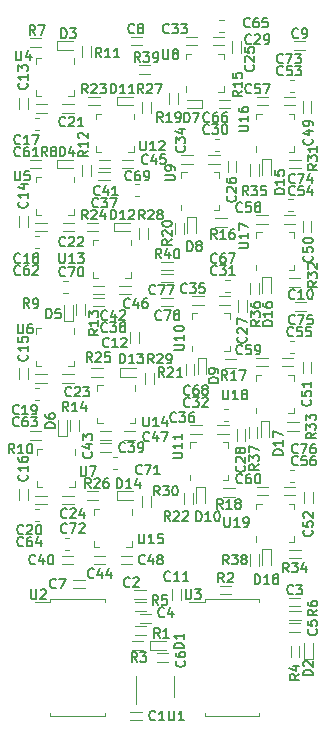
<source format=gto>
G04 #@! TF.GenerationSoftware,KiCad,Pcbnew,5.1.5+dfsg1-2build2*
G04 #@! TF.CreationDate,2020-08-06T15:55:44-04:00*
G04 #@! TF.ProjectId,Motor_Board,4d6f746f-725f-4426-9f61-72642e6b6963,rev?*
G04 #@! TF.SameCoordinates,Original*
G04 #@! TF.FileFunction,Legend,Top*
G04 #@! TF.FilePolarity,Positive*
%FSLAX46Y46*%
G04 Gerber Fmt 4.6, Leading zero omitted, Abs format (unit mm)*
G04 Created by KiCad (PCBNEW 5.1.5+dfsg1-2build2) date 2020-08-06 15:55:44*
%MOMM*%
%LPD*%
G04 APERTURE LIST*
%ADD10C,0.120000*%
%ADD11C,0.152400*%
G04 APERTURE END LIST*
D10*
G04 #@! TO.C,C13*
X67030600Y-90320000D02*
X67030600Y-89354800D01*
X66319400Y-90320000D02*
X66319400Y-89354800D01*
G04 #@! TO.C,C1*
X76708000Y-141376400D02*
X75742800Y-141376400D01*
X76708000Y-142087600D02*
X75742800Y-142087600D01*
G04 #@! TO.C,C2*
X76073000Y-131800600D02*
X77038200Y-131800600D01*
X76073000Y-131089400D02*
X77038200Y-131089400D01*
G04 #@! TO.C,C3*
X89154000Y-132435600D02*
X90119200Y-132435600D01*
X89154000Y-131724400D02*
X90119200Y-131724400D01*
G04 #@! TO.C,C4*
X76558000Y-133121400D02*
X77523200Y-133121400D01*
X76558000Y-133832600D02*
X77523200Y-133832600D01*
G04 #@! TO.C,C5*
X89154000Y-133883400D02*
X90119200Y-133883400D01*
X89154000Y-134594600D02*
X90119200Y-134594600D01*
G04 #@! TO.C,C6*
X78001000Y-136423400D02*
X78966200Y-136423400D01*
X78001000Y-137134600D02*
X78966200Y-137134600D01*
G04 #@! TO.C,C7*
X71859000Y-130200400D02*
X70893800Y-130200400D01*
X71859000Y-130911600D02*
X70893800Y-130911600D01*
G04 #@! TO.C,C8*
X76731000Y-84937600D02*
X75765800Y-84937600D01*
X76731000Y-84226400D02*
X75765800Y-84226400D01*
G04 #@! TO.C,C9*
X89558000Y-85318600D02*
X90523200Y-85318600D01*
X89558000Y-84607400D02*
X90523200Y-84607400D01*
G04 #@! TO.C,C10*
X89662000Y-106705400D02*
X90627200Y-106705400D01*
X89662000Y-107416600D02*
X90627200Y-107416600D01*
G04 #@! TO.C,C11*
X79984600Y-131930000D02*
X79984600Y-130964800D01*
X79273400Y-131930000D02*
X79273400Y-130964800D01*
G04 #@! TO.C,C12*
X75717400Y-110132000D02*
X75717400Y-109166800D01*
X76428600Y-110132000D02*
X76428600Y-109166800D01*
G04 #@! TO.C,C14*
X67030600Y-100353000D02*
X67030600Y-99387800D01*
X66319400Y-100353000D02*
X66319400Y-99387800D01*
G04 #@! TO.C,C15*
X67030600Y-113180000D02*
X67030600Y-112214800D01*
X66319400Y-113180000D02*
X66319400Y-112214800D01*
G04 #@! TO.C,C16*
X67030600Y-123444000D02*
X67030600Y-122478800D01*
X66319400Y-123444000D02*
X66319400Y-122478800D01*
G04 #@! TO.C,C17*
X67714000Y-89941400D02*
X68679200Y-89941400D01*
X67714000Y-90652600D02*
X68679200Y-90652600D01*
G04 #@! TO.C,C18*
X67691000Y-99974400D02*
X68656200Y-99974400D01*
X67691000Y-100685600D02*
X68656200Y-100685600D01*
G04 #@! TO.C,C19*
X67691000Y-112801400D02*
X68656200Y-112801400D01*
X67691000Y-113512600D02*
X68656200Y-113512600D01*
G04 #@! TO.C,C20*
X67691000Y-123088400D02*
X68656200Y-123088400D01*
X67691000Y-123799600D02*
X68656200Y-123799600D01*
G04 #@! TO.C,C21*
X69977000Y-89941400D02*
X70942200Y-89941400D01*
X69977000Y-90652600D02*
X70942200Y-90652600D01*
G04 #@! TO.C,C22*
X70000000Y-100685600D02*
X70965200Y-100685600D01*
X70000000Y-99974400D02*
X70965200Y-99974400D01*
G04 #@! TO.C,C23*
X69977000Y-113512600D02*
X70942200Y-113512600D01*
X69977000Y-112801400D02*
X70942200Y-112801400D01*
G04 #@! TO.C,C24*
X69977000Y-123799600D02*
X70942200Y-123799600D01*
X69977000Y-123088400D02*
X70942200Y-123088400D01*
G04 #@! TO.C,C25*
X84353400Y-84582000D02*
X84353400Y-85547200D01*
X85064600Y-84582000D02*
X85064600Y-85547200D01*
G04 #@! TO.C,C26*
X83972400Y-95654000D02*
X83972400Y-94688800D01*
X84683600Y-95654000D02*
X84683600Y-94688800D01*
G04 #@! TO.C,C27*
X85572600Y-106530000D02*
X85572600Y-107495200D01*
X84861400Y-106530000D02*
X84861400Y-107495200D01*
G04 #@! TO.C,C28*
X85445600Y-117452000D02*
X85445600Y-118417200D01*
X84734400Y-117452000D02*
X84734400Y-118417200D01*
G04 #@! TO.C,C29*
X83693000Y-84937600D02*
X82727800Y-84937600D01*
X83693000Y-84226400D02*
X82727800Y-84226400D01*
G04 #@! TO.C,C30*
X83312000Y-94259400D02*
X82346800Y-94259400D01*
X83312000Y-94970600D02*
X82346800Y-94970600D01*
G04 #@! TO.C,C31*
X84201000Y-106197400D02*
X83235800Y-106197400D01*
X84201000Y-106908600D02*
X83235800Y-106908600D01*
G04 #@! TO.C,C32*
X84074000Y-117119400D02*
X83108800Y-117119400D01*
X84074000Y-117830600D02*
X83108800Y-117830600D01*
G04 #@! TO.C,C33*
X81407000Y-84937600D02*
X80441800Y-84937600D01*
X81407000Y-84226400D02*
X80441800Y-84226400D01*
G04 #@! TO.C,C34*
X81026000Y-94970600D02*
X80060800Y-94970600D01*
X81026000Y-94259400D02*
X80060800Y-94259400D01*
G04 #@! TO.C,C35*
X81938000Y-106908600D02*
X80972800Y-106908600D01*
X81938000Y-106197400D02*
X80972800Y-106197400D01*
G04 #@! TO.C,C36*
X81788000Y-117119400D02*
X80822800Y-117119400D01*
X81788000Y-117830600D02*
X80822800Y-117830600D01*
G04 #@! TO.C,C37*
X73025000Y-95656400D02*
X73990200Y-95656400D01*
X73025000Y-96367600D02*
X73990200Y-96367600D01*
G04 #@! TO.C,C38*
X72540000Y-106324400D02*
X73505200Y-106324400D01*
X72540000Y-107035600D02*
X73505200Y-107035600D01*
G04 #@! TO.C,C39*
X73152000Y-119354600D02*
X74117200Y-119354600D01*
X73152000Y-118643400D02*
X74117200Y-118643400D01*
G04 #@! TO.C,C40*
X70889000Y-128879600D02*
X69923800Y-128879600D01*
X70889000Y-128168400D02*
X69923800Y-128168400D01*
G04 #@! TO.C,C41*
X73048000Y-95351600D02*
X74013200Y-95351600D01*
X73048000Y-94640400D02*
X74013200Y-94640400D01*
G04 #@! TO.C,C42*
X72540000Y-106019600D02*
X73505200Y-106019600D01*
X72540000Y-105308400D02*
X73505200Y-105308400D01*
G04 #@! TO.C,C43*
X73129000Y-117627400D02*
X74094200Y-117627400D01*
X73129000Y-118338600D02*
X74094200Y-118338600D01*
G04 #@! TO.C,C44*
X72644000Y-128879600D02*
X73609200Y-128879600D01*
X72644000Y-128168400D02*
X73609200Y-128168400D01*
G04 #@! TO.C,C45*
X75034000Y-95351600D02*
X75999200Y-95351600D01*
X75034000Y-94640400D02*
X75999200Y-94640400D01*
G04 #@! TO.C,C46*
X74803000Y-106019600D02*
X75768200Y-106019600D01*
X74803000Y-105308400D02*
X75768200Y-105308400D01*
G04 #@! TO.C,C47*
X75161000Y-118338600D02*
X76126200Y-118338600D01*
X75161000Y-117627400D02*
X76126200Y-117627400D01*
G04 #@! TO.C,C48*
X74930000Y-128168400D02*
X75895200Y-128168400D01*
X74930000Y-128879600D02*
X75895200Y-128879600D01*
G04 #@! TO.C,C49*
X91033600Y-90655000D02*
X91033600Y-89689800D01*
X90322400Y-90655000D02*
X90322400Y-89689800D01*
G04 #@! TO.C,C50*
X90322400Y-100734000D02*
X90322400Y-99768800D01*
X91033600Y-100734000D02*
X91033600Y-99768800D01*
G04 #@! TO.C,C51*
X91033600Y-111737000D02*
X91033600Y-112702200D01*
X90322400Y-111737000D02*
X90322400Y-112702200D01*
G04 #@! TO.C,C52*
X91160600Y-123721000D02*
X91160600Y-122755800D01*
X90449400Y-123721000D02*
X90449400Y-122755800D01*
G04 #@! TO.C,C53*
X89685000Y-90017600D02*
X88719800Y-90017600D01*
X89685000Y-89306400D02*
X88719800Y-89306400D01*
G04 #@! TO.C,C54*
X89685000Y-100050600D02*
X88719800Y-100050600D01*
X89685000Y-99339400D02*
X88719800Y-99339400D01*
G04 #@! TO.C,C55*
X89535000Y-111404400D02*
X88569800Y-111404400D01*
X89535000Y-112115600D02*
X88569800Y-112115600D01*
G04 #@! TO.C,C56*
X89685000Y-123037600D02*
X88719800Y-123037600D01*
X89685000Y-122326400D02*
X88719800Y-122326400D01*
G04 #@! TO.C,C57*
X87399000Y-90017600D02*
X86433800Y-90017600D01*
X87399000Y-89306400D02*
X86433800Y-89306400D01*
G04 #@! TO.C,C58*
X87376000Y-100050600D02*
X86410800Y-100050600D01*
X87376000Y-99339400D02*
X86410800Y-99339400D01*
G04 #@! TO.C,C59*
X87376000Y-111404400D02*
X86410800Y-111404400D01*
X87376000Y-112115600D02*
X86410800Y-112115600D01*
G04 #@! TO.C,C60*
X87399000Y-122326400D02*
X86433800Y-122326400D01*
X87399000Y-123037600D02*
X86433800Y-123037600D01*
G04 #@! TO.C,C61*
X67632733Y-91057000D02*
X67975267Y-91057000D01*
X67632733Y-92077000D02*
X67975267Y-92077000D01*
G04 #@! TO.C,C62*
X67646733Y-101090000D02*
X67989267Y-101090000D01*
X67646733Y-102110000D02*
X67989267Y-102110000D01*
G04 #@! TO.C,C63*
X67646733Y-113917000D02*
X67989267Y-113917000D01*
X67646733Y-114937000D02*
X67989267Y-114937000D01*
G04 #@! TO.C,C64*
X67660733Y-125224000D02*
X68003267Y-125224000D01*
X67660733Y-124204000D02*
X68003267Y-124204000D01*
G04 #@! TO.C,C65*
X83624267Y-82802000D02*
X83281733Y-82802000D01*
X83624267Y-83822000D02*
X83281733Y-83822000D01*
G04 #@! TO.C,C66*
X83243267Y-93855000D02*
X82900733Y-93855000D01*
X83243267Y-92835000D02*
X82900733Y-92835000D01*
G04 #@! TO.C,C67*
X84132267Y-104773000D02*
X83789733Y-104773000D01*
X84132267Y-105793000D02*
X83789733Y-105793000D01*
G04 #@! TO.C,C68*
X83991267Y-116715000D02*
X83648733Y-116715000D01*
X83991267Y-115695000D02*
X83648733Y-115695000D01*
G04 #@! TO.C,C69*
X76141733Y-97665000D02*
X76484267Y-97665000D01*
X76141733Y-96645000D02*
X76484267Y-96645000D01*
G04 #@! TO.C,C70*
X70416267Y-104900000D02*
X70073733Y-104900000D01*
X70416267Y-105920000D02*
X70073733Y-105920000D01*
G04 #@! TO.C,C71*
X74236733Y-119759000D02*
X74579267Y-119759000D01*
X74236733Y-120779000D02*
X74579267Y-120779000D01*
G04 #@! TO.C,C72*
X70543267Y-126617000D02*
X70200733Y-126617000D01*
X70543267Y-127637000D02*
X70200733Y-127637000D01*
G04 #@! TO.C,C73*
X89593267Y-87882000D02*
X89250733Y-87882000D01*
X89593267Y-88902000D02*
X89250733Y-88902000D01*
G04 #@! TO.C,C74*
X89466267Y-98935000D02*
X89123733Y-98935000D01*
X89466267Y-97915000D02*
X89123733Y-97915000D01*
G04 #@! TO.C,C75*
X89593267Y-109980000D02*
X89250733Y-109980000D01*
X89593267Y-111000000D02*
X89250733Y-111000000D01*
G04 #@! TO.C,C76*
X89593267Y-121922000D02*
X89250733Y-121922000D01*
X89593267Y-120902000D02*
X89250733Y-120902000D01*
G04 #@! TO.C,C77*
X78359000Y-104292400D02*
X79324200Y-104292400D01*
X78359000Y-105003600D02*
X79324200Y-105003600D01*
G04 #@! TO.C,C78*
X78359000Y-107035600D02*
X79324200Y-107035600D01*
X78359000Y-106324400D02*
X79324200Y-106324400D01*
G04 #@! TO.C,D1*
X78742400Y-135407400D02*
X77396200Y-135407400D01*
X77396200Y-135407400D02*
X77396200Y-136118600D01*
X77396200Y-136118600D02*
X78742400Y-136118600D01*
G04 #@! TO.C,D2*
X90449400Y-135506600D02*
X90449400Y-136852800D01*
X90449400Y-136852800D02*
X91160600Y-136852800D01*
X91160600Y-136852800D02*
X91160600Y-135506600D01*
G04 #@! TO.C,D3*
X69545200Y-85318600D02*
X70891400Y-85318600D01*
X69545200Y-84607400D02*
X69545200Y-85318600D01*
X70891400Y-84607400D02*
X69545200Y-84607400D01*
G04 #@! TO.C,D4*
X69545200Y-95351600D02*
X70891400Y-95351600D01*
X69545200Y-94640400D02*
X69545200Y-95351600D01*
X70891400Y-94640400D02*
X69545200Y-94640400D01*
G04 #@! TO.C,D5*
X70129400Y-106908600D02*
X70129400Y-108254800D01*
X70129400Y-108254800D02*
X70840600Y-108254800D01*
X70840600Y-108254800D02*
X70840600Y-106908600D01*
G04 #@! TO.C,D6*
X69621400Y-116687600D02*
X69621400Y-118033800D01*
X69621400Y-118033800D02*
X70332600Y-118033800D01*
X70332600Y-118033800D02*
X70332600Y-116687600D01*
G04 #@! TO.C,D7*
X80492600Y-90271600D02*
X81838800Y-90271600D01*
X81838800Y-90271600D02*
X81838800Y-89560400D01*
X81838800Y-89560400D02*
X80492600Y-89560400D01*
G04 #@! TO.C,D8*
X80543400Y-99494200D02*
X80543400Y-100840400D01*
X81254600Y-99494200D02*
X80543400Y-99494200D01*
X81254600Y-100840400D02*
X81254600Y-99494200D01*
G04 #@! TO.C,D9*
X81432400Y-111432200D02*
X81432400Y-112778400D01*
X82143600Y-111432200D02*
X81432400Y-111432200D01*
X82143600Y-112778400D02*
X82143600Y-111432200D01*
G04 #@! TO.C,D10*
X81305400Y-122354200D02*
X81305400Y-123700400D01*
X82016600Y-122354200D02*
X81305400Y-122354200D01*
X82016600Y-123700400D02*
X82016600Y-122354200D01*
G04 #@! TO.C,D11*
X74602200Y-90017600D02*
X75948400Y-90017600D01*
X74602200Y-89306400D02*
X74602200Y-90017600D01*
X75948400Y-89306400D02*
X74602200Y-89306400D01*
G04 #@! TO.C,D12*
X75717400Y-99974400D02*
X74371200Y-99974400D01*
X74371200Y-99974400D02*
X74371200Y-100685600D01*
X74371200Y-100685600D02*
X75717400Y-100685600D01*
G04 #@! TO.C,D13*
X74879200Y-113004600D02*
X76225400Y-113004600D01*
X74879200Y-112293400D02*
X74879200Y-113004600D01*
X76225400Y-112293400D02*
X74879200Y-112293400D01*
G04 #@! TO.C,D14*
X75948400Y-122707400D02*
X74602200Y-122707400D01*
X74602200Y-122707400D02*
X74602200Y-123418600D01*
X74602200Y-123418600D02*
X75948400Y-123418600D01*
G04 #@! TO.C,D15*
X87604600Y-95887400D02*
X87604600Y-94541200D01*
X87604600Y-94541200D02*
X86893400Y-94541200D01*
X86893400Y-94541200D02*
X86893400Y-95887400D01*
G04 #@! TO.C,D16*
X86893400Y-104574200D02*
X86893400Y-105920400D01*
X87604600Y-104574200D02*
X86893400Y-104574200D01*
X87604600Y-105920400D02*
X87604600Y-104574200D01*
G04 #@! TO.C,D17*
X87477600Y-118112400D02*
X87477600Y-116766200D01*
X87477600Y-116766200D02*
X86766400Y-116766200D01*
X86766400Y-116766200D02*
X86766400Y-118112400D01*
G04 #@! TO.C,D18*
X86893400Y-127561200D02*
X86893400Y-128907400D01*
X87604600Y-127561200D02*
X86893400Y-127561200D01*
X87604600Y-128907400D02*
X87604600Y-127561200D01*
G04 #@! TO.C,R1*
X76098400Y-134848600D02*
X77063600Y-134848600D01*
X76098400Y-134137400D02*
X77063600Y-134137400D01*
G04 #@! TO.C,R2*
X83314400Y-130708400D02*
X84279600Y-130708400D01*
X83314400Y-131419600D02*
X84279600Y-131419600D01*
G04 #@! TO.C,R3*
X76832600Y-135407400D02*
X75867400Y-135407400D01*
X76832600Y-136118600D02*
X75867400Y-136118600D01*
G04 #@! TO.C,R4*
X89306400Y-136753600D02*
X89306400Y-135788400D01*
X90017600Y-136753600D02*
X90017600Y-135788400D01*
G04 #@! TO.C,R5*
X76098400Y-132105400D02*
X77063600Y-132105400D01*
X76098400Y-132816600D02*
X77063600Y-132816600D01*
G04 #@! TO.C,R6*
X89179400Y-132867400D02*
X90144600Y-132867400D01*
X89179400Y-133578600D02*
X90144600Y-133578600D01*
G04 #@! TO.C,R7*
X67231400Y-85064600D02*
X68196600Y-85064600D01*
X67231400Y-84353400D02*
X68196600Y-84353400D01*
G04 #@! TO.C,R8*
X67231400Y-94640400D02*
X68196600Y-94640400D01*
X67231400Y-95351600D02*
X68196600Y-95351600D01*
G04 #@! TO.C,R10*
X67208400Y-117627400D02*
X68173600Y-117627400D01*
X67208400Y-118338600D02*
X68173600Y-118338600D01*
G04 #@! TO.C,R11*
X72364600Y-84965400D02*
X72364600Y-85930600D01*
X71653400Y-84965400D02*
X71653400Y-85930600D01*
G04 #@! TO.C,R12*
X72364600Y-95044400D02*
X72364600Y-96009600D01*
X71653400Y-95044400D02*
X71653400Y-96009600D01*
G04 #@! TO.C,R13*
X71856600Y-106832400D02*
X71856600Y-107797600D01*
X71145400Y-106832400D02*
X71145400Y-107797600D01*
G04 #@! TO.C,R14*
X70637400Y-116634400D02*
X70637400Y-117599600D01*
X71348600Y-116634400D02*
X71348600Y-117599600D01*
G04 #@! TO.C,R15*
X84175600Y-89560400D02*
X83210400Y-89560400D01*
X84175600Y-90271600D02*
X83210400Y-90271600D01*
G04 #@! TO.C,R16*
X83898600Y-99593400D02*
X82933400Y-99593400D01*
X83898600Y-100304600D02*
X82933400Y-100304600D01*
G04 #@! TO.C,R17*
X84683600Y-111531400D02*
X83718400Y-111531400D01*
X84683600Y-112242600D02*
X83718400Y-112242600D01*
G04 #@! TO.C,R18*
X84556600Y-122453400D02*
X83591400Y-122453400D01*
X84556600Y-123164600D02*
X83591400Y-123164600D01*
G04 #@! TO.C,R19*
X79730600Y-89913600D02*
X79730600Y-88948400D01*
X79019400Y-89913600D02*
X79019400Y-88948400D01*
G04 #@! TO.C,R20*
X79527400Y-100939600D02*
X79527400Y-99974400D01*
X80238600Y-100939600D02*
X80238600Y-99974400D01*
G04 #@! TO.C,R21*
X81127600Y-112854600D02*
X81127600Y-111889400D01*
X80416400Y-112854600D02*
X80416400Y-111889400D01*
G04 #@! TO.C,R22*
X80289400Y-123776600D02*
X80289400Y-122811400D01*
X81000600Y-123776600D02*
X81000600Y-122811400D01*
G04 #@! TO.C,R23*
X72184400Y-90017600D02*
X73149600Y-90017600D01*
X72184400Y-89306400D02*
X73149600Y-89306400D01*
G04 #@! TO.C,R24*
X72034400Y-99974400D02*
X72999600Y-99974400D01*
X72034400Y-100685600D02*
X72999600Y-100685600D01*
G04 #@! TO.C,R25*
X72415400Y-112293400D02*
X73380600Y-112293400D01*
X72415400Y-113004600D02*
X73380600Y-113004600D01*
G04 #@! TO.C,R26*
X72057400Y-122707400D02*
X73022600Y-122707400D01*
X72057400Y-123418600D02*
X73022600Y-123418600D01*
G04 #@! TO.C,R27*
X76733400Y-89710400D02*
X76733400Y-90675600D01*
X77444600Y-89710400D02*
X77444600Y-90675600D01*
G04 #@! TO.C,R28*
X76479400Y-100378400D02*
X76479400Y-101343600D01*
X77190600Y-100378400D02*
X77190600Y-101343600D01*
G04 #@! TO.C,R29*
X77698600Y-112674400D02*
X77698600Y-113639600D01*
X76987400Y-112674400D02*
X76987400Y-113639600D01*
G04 #@! TO.C,R30*
X76733400Y-123065400D02*
X76733400Y-124030600D01*
X77444600Y-123065400D02*
X77444600Y-124030600D01*
G04 #@! TO.C,R31*
X90144600Y-95351600D02*
X89179400Y-95351600D01*
X90144600Y-94640400D02*
X89179400Y-94640400D01*
G04 #@! TO.C,R32*
X90121600Y-104673400D02*
X89156400Y-104673400D01*
X90121600Y-105384600D02*
X89156400Y-105384600D01*
G04 #@! TO.C,R33*
X89994600Y-116865400D02*
X89029400Y-116865400D01*
X89994600Y-117576600D02*
X89029400Y-117576600D01*
G04 #@! TO.C,R34*
X90144600Y-127660400D02*
X89179400Y-127660400D01*
X90144600Y-128371600D02*
X89179400Y-128371600D01*
G04 #@! TO.C,R35*
X86588600Y-95963600D02*
X86588600Y-94998400D01*
X85877400Y-95963600D02*
X85877400Y-94998400D01*
G04 #@! TO.C,R36*
X85877400Y-105996600D02*
X85877400Y-105031400D01*
X86588600Y-105996600D02*
X86588600Y-105031400D01*
G04 #@! TO.C,R37*
X86461600Y-118188600D02*
X86461600Y-117223400D01*
X85750400Y-118188600D02*
X85750400Y-117223400D01*
G04 #@! TO.C,R38*
X85877400Y-128983600D02*
X85877400Y-128018400D01*
X86588600Y-128983600D02*
X86588600Y-128018400D01*
G04 #@! TO.C,R39*
X76431000Y-86639400D02*
X77396200Y-86639400D01*
X76431000Y-87350600D02*
X77396200Y-87350600D01*
G04 #@! TO.C,R40*
X78359000Y-103987600D02*
X79324200Y-103987600D01*
X78359000Y-103276400D02*
X79324200Y-103276400D01*
G04 #@! TO.C,U1*
X76241000Y-138292000D02*
X76241000Y-140742000D01*
X79461000Y-140092000D02*
X79461000Y-138292000D01*
G04 #@! TO.C,U2*
X71247000Y-141739000D02*
X73557000Y-141739000D01*
X73557000Y-141739000D02*
X73557000Y-141464000D01*
X71247000Y-141739000D02*
X68937000Y-141739000D01*
X68937000Y-141739000D02*
X68937000Y-141464000D01*
X71247000Y-131819000D02*
X73557000Y-131819000D01*
X73557000Y-131819000D02*
X73557000Y-132094000D01*
X71247000Y-131819000D02*
X68937000Y-131819000D01*
X68937000Y-131819000D02*
X68937000Y-132094000D01*
X68937000Y-132094000D02*
X67647000Y-132094000D01*
G04 #@! TO.C,U3*
X82018000Y-132094000D02*
X80728000Y-132094000D01*
X82018000Y-131819000D02*
X82018000Y-132094000D01*
X84328000Y-131819000D02*
X82018000Y-131819000D01*
X86638000Y-131819000D02*
X86638000Y-132094000D01*
X84328000Y-131819000D02*
X86638000Y-131819000D01*
X82018000Y-141739000D02*
X82018000Y-141464000D01*
X84328000Y-141739000D02*
X82018000Y-141739000D01*
X86638000Y-141739000D02*
X86638000Y-141464000D01*
X84328000Y-141739000D02*
X86638000Y-141739000D01*
G04 #@! TO.C,U4*
X70952000Y-88761000D02*
X70952000Y-89236000D01*
X70952000Y-89236000D02*
X70477000Y-89236000D01*
X67732000Y-86491000D02*
X67732000Y-86016000D01*
X67732000Y-86016000D02*
X68207000Y-86016000D01*
X67732000Y-88761000D02*
X67732000Y-89236000D01*
X67732000Y-89236000D02*
X68207000Y-89236000D01*
X70952000Y-86491000D02*
X70952000Y-86016000D01*
G04 #@! TO.C,U5*
X70952000Y-96528000D02*
X70952000Y-96053000D01*
X67732000Y-99273000D02*
X68207000Y-99273000D01*
X67732000Y-98798000D02*
X67732000Y-99273000D01*
X67732000Y-96053000D02*
X68207000Y-96053000D01*
X67732000Y-96528000D02*
X67732000Y-96053000D01*
X70952000Y-99273000D02*
X70477000Y-99273000D01*
X70952000Y-98798000D02*
X70952000Y-99273000D01*
G04 #@! TO.C,U6*
X70952000Y-111625000D02*
X70952000Y-112100000D01*
X70952000Y-112100000D02*
X70477000Y-112100000D01*
X67732000Y-109355000D02*
X67732000Y-108880000D01*
X67732000Y-108880000D02*
X68207000Y-108880000D01*
X67732000Y-111625000D02*
X67732000Y-112100000D01*
X67732000Y-112100000D02*
X68207000Y-112100000D01*
X70952000Y-109355000D02*
X70952000Y-108880000D01*
G04 #@! TO.C,U7*
X71011000Y-121853000D02*
X71011000Y-122328000D01*
X71011000Y-122328000D02*
X70536000Y-122328000D01*
X67791000Y-119583000D02*
X67791000Y-119108000D01*
X67791000Y-119108000D02*
X68266000Y-119108000D01*
X67791000Y-121853000D02*
X67791000Y-122328000D01*
X67791000Y-122328000D02*
X68266000Y-122328000D01*
X71011000Y-119583000D02*
X71011000Y-119108000D01*
G04 #@! TO.C,U8*
X80432000Y-86118000D02*
X80432000Y-85643000D01*
X80432000Y-85643000D02*
X80907000Y-85643000D01*
X83652000Y-88388000D02*
X83652000Y-88863000D01*
X83652000Y-88863000D02*
X83177000Y-88863000D01*
X83652000Y-86118000D02*
X83652000Y-85643000D01*
X83652000Y-85643000D02*
X83177000Y-85643000D01*
X80432000Y-88388000D02*
X80432000Y-88863000D01*
G04 #@! TO.C,U9*
X80051000Y-96147000D02*
X80051000Y-95672000D01*
X80051000Y-95672000D02*
X80526000Y-95672000D01*
X83271000Y-98417000D02*
X83271000Y-98892000D01*
X83271000Y-98892000D02*
X82796000Y-98892000D01*
X83271000Y-96147000D02*
X83271000Y-95672000D01*
X83271000Y-95672000D02*
X82796000Y-95672000D01*
X80051000Y-98417000D02*
X80051000Y-98892000D01*
G04 #@! TO.C,U10*
X80940000Y-110355000D02*
X80940000Y-110830000D01*
X84160000Y-107610000D02*
X83685000Y-107610000D01*
X84160000Y-108085000D02*
X84160000Y-107610000D01*
X84160000Y-110830000D02*
X83685000Y-110830000D01*
X84160000Y-110355000D02*
X84160000Y-110830000D01*
X80940000Y-107610000D02*
X81415000Y-107610000D01*
X80940000Y-108085000D02*
X80940000Y-107610000D01*
G04 #@! TO.C,U11*
X80813000Y-121277000D02*
X80813000Y-121752000D01*
X84033000Y-118532000D02*
X83558000Y-118532000D01*
X84033000Y-119007000D02*
X84033000Y-118532000D01*
X84033000Y-121752000D02*
X83558000Y-121752000D01*
X84033000Y-121277000D02*
X84033000Y-121752000D01*
X80813000Y-118532000D02*
X81288000Y-118532000D01*
X80813000Y-119007000D02*
X80813000Y-118532000D01*
G04 #@! TO.C,U12*
X76032000Y-91194000D02*
X76032000Y-90719000D01*
X72812000Y-93939000D02*
X73287000Y-93939000D01*
X72812000Y-93464000D02*
X72812000Y-93939000D01*
X72812000Y-90719000D02*
X73287000Y-90719000D01*
X72812000Y-91194000D02*
X72812000Y-90719000D01*
X76032000Y-93939000D02*
X75557000Y-93939000D01*
X76032000Y-93464000D02*
X76032000Y-93939000D01*
G04 #@! TO.C,U13*
X75778000Y-104132000D02*
X75778000Y-104607000D01*
X75778000Y-104607000D02*
X75303000Y-104607000D01*
X72558000Y-101862000D02*
X72558000Y-101387000D01*
X72558000Y-101387000D02*
X73033000Y-101387000D01*
X72558000Y-104132000D02*
X72558000Y-104607000D01*
X72558000Y-104607000D02*
X73033000Y-104607000D01*
X75778000Y-101862000D02*
X75778000Y-101387000D01*
G04 #@! TO.C,U14*
X76159000Y-114181000D02*
X76159000Y-113706000D01*
X72939000Y-116926000D02*
X73414000Y-116926000D01*
X72939000Y-116451000D02*
X72939000Y-116926000D01*
X72939000Y-113706000D02*
X73414000Y-113706000D01*
X72939000Y-114181000D02*
X72939000Y-113706000D01*
X76159000Y-116926000D02*
X75684000Y-116926000D01*
X76159000Y-116451000D02*
X76159000Y-116926000D01*
G04 #@! TO.C,U15*
X75846000Y-126933000D02*
X75846000Y-127408000D01*
X75846000Y-127408000D02*
X75371000Y-127408000D01*
X72626000Y-124663000D02*
X72626000Y-124188000D01*
X72626000Y-124188000D02*
X73101000Y-124188000D01*
X72626000Y-126933000D02*
X72626000Y-127408000D01*
X72626000Y-127408000D02*
X73101000Y-127408000D01*
X75846000Y-124663000D02*
X75846000Y-124188000D01*
G04 #@! TO.C,U16*
X86401000Y-93464000D02*
X86401000Y-93939000D01*
X89621000Y-90719000D02*
X89146000Y-90719000D01*
X89621000Y-91194000D02*
X89621000Y-90719000D01*
X89621000Y-93939000D02*
X89146000Y-93939000D01*
X89621000Y-93464000D02*
X89621000Y-93939000D01*
X86401000Y-90719000D02*
X86876000Y-90719000D01*
X86401000Y-91194000D02*
X86401000Y-90719000D01*
G04 #@! TO.C,U17*
X86401000Y-103497000D02*
X86401000Y-103972000D01*
X89621000Y-100752000D02*
X89146000Y-100752000D01*
X89621000Y-101227000D02*
X89621000Y-100752000D01*
X89621000Y-103972000D02*
X89146000Y-103972000D01*
X89621000Y-103497000D02*
X89621000Y-103972000D01*
X86401000Y-100752000D02*
X86876000Y-100752000D01*
X86401000Y-101227000D02*
X86401000Y-100752000D01*
G04 #@! TO.C,U18*
X86333000Y-113360000D02*
X86333000Y-112885000D01*
X86333000Y-112885000D02*
X86808000Y-112885000D01*
X89553000Y-115630000D02*
X89553000Y-116105000D01*
X89553000Y-116105000D02*
X89078000Y-116105000D01*
X89553000Y-113360000D02*
X89553000Y-112885000D01*
X89553000Y-112885000D02*
X89078000Y-112885000D01*
X86333000Y-115630000D02*
X86333000Y-116105000D01*
G04 #@! TO.C,U19*
X86401000Y-126484000D02*
X86401000Y-126959000D01*
X89621000Y-123739000D02*
X89146000Y-123739000D01*
X89621000Y-124214000D02*
X89621000Y-123739000D01*
X89621000Y-126959000D02*
X89146000Y-126959000D01*
X89621000Y-126484000D02*
X89621000Y-126959000D01*
X86401000Y-123739000D02*
X86876000Y-123739000D01*
X86401000Y-124214000D02*
X86401000Y-123739000D01*
G04 #@! TO.C,C13*
D11*
X66965285Y-88152514D02*
X67003990Y-88191219D01*
X67042695Y-88307333D01*
X67042695Y-88384742D01*
X67003990Y-88500857D01*
X66926580Y-88578266D01*
X66849171Y-88616971D01*
X66694352Y-88655676D01*
X66578238Y-88655676D01*
X66423419Y-88616971D01*
X66346009Y-88578266D01*
X66268600Y-88500857D01*
X66229895Y-88384742D01*
X66229895Y-88307333D01*
X66268600Y-88191219D01*
X66307304Y-88152514D01*
X67042695Y-87378419D02*
X67042695Y-87842876D01*
X67042695Y-87610647D02*
X66229895Y-87610647D01*
X66346009Y-87688057D01*
X66423419Y-87765466D01*
X66462123Y-87842876D01*
X66229895Y-87107485D02*
X66229895Y-86604323D01*
X66539533Y-86875257D01*
X66539533Y-86759142D01*
X66578238Y-86681733D01*
X66616942Y-86643028D01*
X66694352Y-86604323D01*
X66887876Y-86604323D01*
X66965285Y-86643028D01*
X67003990Y-86681733D01*
X67042695Y-86759142D01*
X67042695Y-86991371D01*
X67003990Y-87068780D01*
X66965285Y-87107485D01*
G04 #@! TO.C,C1*
X77842533Y-142022285D02*
X77803828Y-142060990D01*
X77687714Y-142099695D01*
X77610304Y-142099695D01*
X77494190Y-142060990D01*
X77416780Y-141983580D01*
X77378076Y-141906171D01*
X77339371Y-141751352D01*
X77339371Y-141635238D01*
X77378076Y-141480419D01*
X77416780Y-141403009D01*
X77494190Y-141325600D01*
X77610304Y-141286895D01*
X77687714Y-141286895D01*
X77803828Y-141325600D01*
X77842533Y-141364304D01*
X78616628Y-142099695D02*
X78152171Y-142099695D01*
X78384400Y-142099695D02*
X78384400Y-141286895D01*
X78306990Y-141403009D01*
X78229580Y-141480419D01*
X78152171Y-141519123D01*
G04 #@! TO.C,C2*
X75683533Y-130719285D02*
X75644828Y-130757990D01*
X75528714Y-130796695D01*
X75451304Y-130796695D01*
X75335190Y-130757990D01*
X75257780Y-130680580D01*
X75219076Y-130603171D01*
X75180371Y-130448352D01*
X75180371Y-130332238D01*
X75219076Y-130177419D01*
X75257780Y-130100009D01*
X75335190Y-130022600D01*
X75451304Y-129983895D01*
X75528714Y-129983895D01*
X75644828Y-130022600D01*
X75683533Y-130061304D01*
X75993171Y-130061304D02*
X76031876Y-130022600D01*
X76109285Y-129983895D01*
X76302809Y-129983895D01*
X76380219Y-130022600D01*
X76418923Y-130061304D01*
X76457628Y-130138714D01*
X76457628Y-130216123D01*
X76418923Y-130332238D01*
X75954466Y-130796695D01*
X76457628Y-130796695D01*
G04 #@! TO.C,C3*
X89526533Y-131354285D02*
X89487828Y-131392990D01*
X89371714Y-131431695D01*
X89294304Y-131431695D01*
X89178190Y-131392990D01*
X89100780Y-131315580D01*
X89062076Y-131238171D01*
X89023371Y-131083352D01*
X89023371Y-130967238D01*
X89062076Y-130812419D01*
X89100780Y-130735009D01*
X89178190Y-130657600D01*
X89294304Y-130618895D01*
X89371714Y-130618895D01*
X89487828Y-130657600D01*
X89526533Y-130696304D01*
X89797466Y-130618895D02*
X90300628Y-130618895D01*
X90029695Y-130928533D01*
X90145809Y-130928533D01*
X90223219Y-130967238D01*
X90261923Y-131005942D01*
X90300628Y-131083352D01*
X90300628Y-131276876D01*
X90261923Y-131354285D01*
X90223219Y-131392990D01*
X90145809Y-131431695D01*
X89913580Y-131431695D01*
X89836171Y-131392990D01*
X89797466Y-131354285D01*
G04 #@! TO.C,C4*
X78604533Y-133259285D02*
X78565828Y-133297990D01*
X78449714Y-133336695D01*
X78372304Y-133336695D01*
X78256190Y-133297990D01*
X78178780Y-133220580D01*
X78140076Y-133143171D01*
X78101371Y-132988352D01*
X78101371Y-132872238D01*
X78140076Y-132717419D01*
X78178780Y-132640009D01*
X78256190Y-132562600D01*
X78372304Y-132523895D01*
X78449714Y-132523895D01*
X78565828Y-132562600D01*
X78604533Y-132601304D01*
X79301219Y-132794828D02*
X79301219Y-133336695D01*
X79107695Y-132485190D02*
X78914171Y-133065761D01*
X79417333Y-133065761D01*
G04 #@! TO.C,C5*
X91476285Y-134374466D02*
X91514990Y-134413171D01*
X91553695Y-134529285D01*
X91553695Y-134606695D01*
X91514990Y-134722809D01*
X91437580Y-134800219D01*
X91360171Y-134838923D01*
X91205352Y-134877628D01*
X91089238Y-134877628D01*
X90934419Y-134838923D01*
X90857009Y-134800219D01*
X90779600Y-134722809D01*
X90740895Y-134606695D01*
X90740895Y-134529285D01*
X90779600Y-134413171D01*
X90818304Y-134374466D01*
X90740895Y-133639076D02*
X90740895Y-134026123D01*
X91127942Y-134064828D01*
X91089238Y-134026123D01*
X91050533Y-133948714D01*
X91050533Y-133755190D01*
X91089238Y-133677780D01*
X91127942Y-133639076D01*
X91205352Y-133600371D01*
X91398876Y-133600371D01*
X91476285Y-133639076D01*
X91514990Y-133677780D01*
X91553695Y-133755190D01*
X91553695Y-133948714D01*
X91514990Y-134026123D01*
X91476285Y-134064828D01*
G04 #@! TO.C,C6*
X80300285Y-137041466D02*
X80338990Y-137080171D01*
X80377695Y-137196285D01*
X80377695Y-137273695D01*
X80338990Y-137389809D01*
X80261580Y-137467219D01*
X80184171Y-137505923D01*
X80029352Y-137544628D01*
X79913238Y-137544628D01*
X79758419Y-137505923D01*
X79681009Y-137467219D01*
X79603600Y-137389809D01*
X79564895Y-137273695D01*
X79564895Y-137196285D01*
X79603600Y-137080171D01*
X79642304Y-137041466D01*
X79564895Y-136344780D02*
X79564895Y-136499600D01*
X79603600Y-136577009D01*
X79642304Y-136615714D01*
X79758419Y-136693123D01*
X79913238Y-136731828D01*
X80222876Y-136731828D01*
X80300285Y-136693123D01*
X80338990Y-136654419D01*
X80377695Y-136577009D01*
X80377695Y-136422190D01*
X80338990Y-136344780D01*
X80300285Y-136306076D01*
X80222876Y-136267371D01*
X80029352Y-136267371D01*
X79951942Y-136306076D01*
X79913238Y-136344780D01*
X79874533Y-136422190D01*
X79874533Y-136577009D01*
X79913238Y-136654419D01*
X79951942Y-136693123D01*
X80029352Y-136731828D01*
G04 #@! TO.C,C7*
X69437533Y-130846285D02*
X69398828Y-130884990D01*
X69282714Y-130923695D01*
X69205304Y-130923695D01*
X69089190Y-130884990D01*
X69011780Y-130807580D01*
X68973076Y-130730171D01*
X68934371Y-130575352D01*
X68934371Y-130459238D01*
X68973076Y-130304419D01*
X69011780Y-130227009D01*
X69089190Y-130149600D01*
X69205304Y-130110895D01*
X69282714Y-130110895D01*
X69398828Y-130149600D01*
X69437533Y-130188304D01*
X69708466Y-130110895D02*
X70250333Y-130110895D01*
X69901990Y-130923695D01*
G04 #@! TO.C,C8*
X76064533Y-83856285D02*
X76025828Y-83894990D01*
X75909714Y-83933695D01*
X75832304Y-83933695D01*
X75716190Y-83894990D01*
X75638780Y-83817580D01*
X75600076Y-83740171D01*
X75561371Y-83585352D01*
X75561371Y-83469238D01*
X75600076Y-83314419D01*
X75638780Y-83237009D01*
X75716190Y-83159600D01*
X75832304Y-83120895D01*
X75909714Y-83120895D01*
X76025828Y-83159600D01*
X76064533Y-83198304D01*
X76528990Y-83469238D02*
X76451580Y-83430533D01*
X76412876Y-83391828D01*
X76374171Y-83314419D01*
X76374171Y-83275714D01*
X76412876Y-83198304D01*
X76451580Y-83159600D01*
X76528990Y-83120895D01*
X76683809Y-83120895D01*
X76761219Y-83159600D01*
X76799923Y-83198304D01*
X76838628Y-83275714D01*
X76838628Y-83314419D01*
X76799923Y-83391828D01*
X76761219Y-83430533D01*
X76683809Y-83469238D01*
X76528990Y-83469238D01*
X76451580Y-83507942D01*
X76412876Y-83546647D01*
X76374171Y-83624057D01*
X76374171Y-83778876D01*
X76412876Y-83856285D01*
X76451580Y-83894990D01*
X76528990Y-83933695D01*
X76683809Y-83933695D01*
X76761219Y-83894990D01*
X76799923Y-83856285D01*
X76838628Y-83778876D01*
X76838628Y-83624057D01*
X76799923Y-83546647D01*
X76761219Y-83507942D01*
X76683809Y-83469238D01*
G04 #@! TO.C,C9*
X89930533Y-84237285D02*
X89891828Y-84275990D01*
X89775714Y-84314695D01*
X89698304Y-84314695D01*
X89582190Y-84275990D01*
X89504780Y-84198580D01*
X89466076Y-84121171D01*
X89427371Y-83966352D01*
X89427371Y-83850238D01*
X89466076Y-83695419D01*
X89504780Y-83618009D01*
X89582190Y-83540600D01*
X89698304Y-83501895D01*
X89775714Y-83501895D01*
X89891828Y-83540600D01*
X89930533Y-83579304D01*
X90317580Y-84314695D02*
X90472400Y-84314695D01*
X90549809Y-84275990D01*
X90588514Y-84237285D01*
X90665923Y-84121171D01*
X90704628Y-83966352D01*
X90704628Y-83656714D01*
X90665923Y-83579304D01*
X90627219Y-83540600D01*
X90549809Y-83501895D01*
X90394990Y-83501895D01*
X90317580Y-83540600D01*
X90278876Y-83579304D01*
X90240171Y-83656714D01*
X90240171Y-83850238D01*
X90278876Y-83927647D01*
X90317580Y-83966352D01*
X90394990Y-84005057D01*
X90549809Y-84005057D01*
X90627219Y-83966352D01*
X90665923Y-83927647D01*
X90704628Y-83850238D01*
G04 #@! TO.C,C10*
X89647485Y-106335285D02*
X89608780Y-106373990D01*
X89492666Y-106412695D01*
X89415257Y-106412695D01*
X89299142Y-106373990D01*
X89221733Y-106296580D01*
X89183028Y-106219171D01*
X89144323Y-106064352D01*
X89144323Y-105948238D01*
X89183028Y-105793419D01*
X89221733Y-105716009D01*
X89299142Y-105638600D01*
X89415257Y-105599895D01*
X89492666Y-105599895D01*
X89608780Y-105638600D01*
X89647485Y-105677304D01*
X90421580Y-106412695D02*
X89957123Y-106412695D01*
X90189352Y-106412695D02*
X90189352Y-105599895D01*
X90111942Y-105716009D01*
X90034533Y-105793419D01*
X89957123Y-105832123D01*
X90924742Y-105599895D02*
X91002152Y-105599895D01*
X91079561Y-105638600D01*
X91118266Y-105677304D01*
X91156971Y-105754714D01*
X91195676Y-105909533D01*
X91195676Y-106103057D01*
X91156971Y-106257876D01*
X91118266Y-106335285D01*
X91079561Y-106373990D01*
X91002152Y-106412695D01*
X90924742Y-106412695D01*
X90847333Y-106373990D01*
X90808628Y-106335285D01*
X90769923Y-106257876D01*
X90731219Y-106103057D01*
X90731219Y-105909533D01*
X90769923Y-105754714D01*
X90808628Y-105677304D01*
X90847333Y-105638600D01*
X90924742Y-105599895D01*
G04 #@! TO.C,C11*
X79106485Y-130211285D02*
X79067780Y-130249990D01*
X78951666Y-130288695D01*
X78874257Y-130288695D01*
X78758142Y-130249990D01*
X78680733Y-130172580D01*
X78642028Y-130095171D01*
X78603323Y-129940352D01*
X78603323Y-129824238D01*
X78642028Y-129669419D01*
X78680733Y-129592009D01*
X78758142Y-129514600D01*
X78874257Y-129475895D01*
X78951666Y-129475895D01*
X79067780Y-129514600D01*
X79106485Y-129553304D01*
X79880580Y-130288695D02*
X79416123Y-130288695D01*
X79648352Y-130288695D02*
X79648352Y-129475895D01*
X79570942Y-129592009D01*
X79493533Y-129669419D01*
X79416123Y-129708123D01*
X80654676Y-130288695D02*
X80190219Y-130288695D01*
X80422447Y-130288695D02*
X80422447Y-129475895D01*
X80345038Y-129592009D01*
X80267628Y-129669419D01*
X80190219Y-129708123D01*
G04 #@! TO.C,C12*
X73899485Y-110422285D02*
X73860780Y-110460990D01*
X73744666Y-110499695D01*
X73667257Y-110499695D01*
X73551142Y-110460990D01*
X73473733Y-110383580D01*
X73435028Y-110306171D01*
X73396323Y-110151352D01*
X73396323Y-110035238D01*
X73435028Y-109880419D01*
X73473733Y-109803009D01*
X73551142Y-109725600D01*
X73667257Y-109686895D01*
X73744666Y-109686895D01*
X73860780Y-109725600D01*
X73899485Y-109764304D01*
X74673580Y-110499695D02*
X74209123Y-110499695D01*
X74441352Y-110499695D02*
X74441352Y-109686895D01*
X74363942Y-109803009D01*
X74286533Y-109880419D01*
X74209123Y-109919123D01*
X74983219Y-109764304D02*
X75021923Y-109725600D01*
X75099333Y-109686895D01*
X75292857Y-109686895D01*
X75370266Y-109725600D01*
X75408971Y-109764304D01*
X75447676Y-109841714D01*
X75447676Y-109919123D01*
X75408971Y-110035238D01*
X74944514Y-110499695D01*
X75447676Y-110499695D01*
G04 #@! TO.C,C14*
X66965285Y-98185514D02*
X67003990Y-98224219D01*
X67042695Y-98340333D01*
X67042695Y-98417742D01*
X67003990Y-98533857D01*
X66926580Y-98611266D01*
X66849171Y-98649971D01*
X66694352Y-98688676D01*
X66578238Y-98688676D01*
X66423419Y-98649971D01*
X66346009Y-98611266D01*
X66268600Y-98533857D01*
X66229895Y-98417742D01*
X66229895Y-98340333D01*
X66268600Y-98224219D01*
X66307304Y-98185514D01*
X67042695Y-97411419D02*
X67042695Y-97875876D01*
X67042695Y-97643647D02*
X66229895Y-97643647D01*
X66346009Y-97721057D01*
X66423419Y-97798466D01*
X66462123Y-97875876D01*
X66500828Y-96714733D02*
X67042695Y-96714733D01*
X66191190Y-96908257D02*
X66771761Y-97101780D01*
X66771761Y-96598619D01*
G04 #@! TO.C,C15*
X66965285Y-111139514D02*
X67003990Y-111178219D01*
X67042695Y-111294333D01*
X67042695Y-111371742D01*
X67003990Y-111487857D01*
X66926580Y-111565266D01*
X66849171Y-111603971D01*
X66694352Y-111642676D01*
X66578238Y-111642676D01*
X66423419Y-111603971D01*
X66346009Y-111565266D01*
X66268600Y-111487857D01*
X66229895Y-111371742D01*
X66229895Y-111294333D01*
X66268600Y-111178219D01*
X66307304Y-111139514D01*
X67042695Y-110365419D02*
X67042695Y-110829876D01*
X67042695Y-110597647D02*
X66229895Y-110597647D01*
X66346009Y-110675057D01*
X66423419Y-110752466D01*
X66462123Y-110829876D01*
X66229895Y-109630028D02*
X66229895Y-110017076D01*
X66616942Y-110055780D01*
X66578238Y-110017076D01*
X66539533Y-109939666D01*
X66539533Y-109746142D01*
X66578238Y-109668733D01*
X66616942Y-109630028D01*
X66694352Y-109591323D01*
X66887876Y-109591323D01*
X66965285Y-109630028D01*
X67003990Y-109668733D01*
X67042695Y-109746142D01*
X67042695Y-109939666D01*
X67003990Y-110017076D01*
X66965285Y-110055780D01*
G04 #@! TO.C,C16*
X66965285Y-121299514D02*
X67003990Y-121338219D01*
X67042695Y-121454333D01*
X67042695Y-121531742D01*
X67003990Y-121647857D01*
X66926580Y-121725266D01*
X66849171Y-121763971D01*
X66694352Y-121802676D01*
X66578238Y-121802676D01*
X66423419Y-121763971D01*
X66346009Y-121725266D01*
X66268600Y-121647857D01*
X66229895Y-121531742D01*
X66229895Y-121454333D01*
X66268600Y-121338219D01*
X66307304Y-121299514D01*
X67042695Y-120525419D02*
X67042695Y-120989876D01*
X67042695Y-120757647D02*
X66229895Y-120757647D01*
X66346009Y-120835057D01*
X66423419Y-120912466D01*
X66462123Y-120989876D01*
X66229895Y-119828733D02*
X66229895Y-119983552D01*
X66268600Y-120060961D01*
X66307304Y-120099666D01*
X66423419Y-120177076D01*
X66578238Y-120215780D01*
X66887876Y-120215780D01*
X66965285Y-120177076D01*
X67003990Y-120138371D01*
X67042695Y-120060961D01*
X67042695Y-119906142D01*
X67003990Y-119828733D01*
X66965285Y-119790028D01*
X66887876Y-119751323D01*
X66694352Y-119751323D01*
X66616942Y-119790028D01*
X66578238Y-119828733D01*
X66539533Y-119906142D01*
X66539533Y-120060961D01*
X66578238Y-120138371D01*
X66616942Y-120177076D01*
X66694352Y-120215780D01*
G04 #@! TO.C,C17*
X66406485Y-93254285D02*
X66367780Y-93292990D01*
X66251666Y-93331695D01*
X66174257Y-93331695D01*
X66058142Y-93292990D01*
X65980733Y-93215580D01*
X65942028Y-93138171D01*
X65903323Y-92983352D01*
X65903323Y-92867238D01*
X65942028Y-92712419D01*
X65980733Y-92635009D01*
X66058142Y-92557600D01*
X66174257Y-92518895D01*
X66251666Y-92518895D01*
X66367780Y-92557600D01*
X66406485Y-92596304D01*
X67180580Y-93331695D02*
X66716123Y-93331695D01*
X66948352Y-93331695D02*
X66948352Y-92518895D01*
X66870942Y-92635009D01*
X66793533Y-92712419D01*
X66716123Y-92751123D01*
X67451514Y-92518895D02*
X67993380Y-92518895D01*
X67645038Y-93331695D01*
G04 #@! TO.C,C18*
X66406485Y-103287285D02*
X66367780Y-103325990D01*
X66251666Y-103364695D01*
X66174257Y-103364695D01*
X66058142Y-103325990D01*
X65980733Y-103248580D01*
X65942028Y-103171171D01*
X65903323Y-103016352D01*
X65903323Y-102900238D01*
X65942028Y-102745419D01*
X65980733Y-102668009D01*
X66058142Y-102590600D01*
X66174257Y-102551895D01*
X66251666Y-102551895D01*
X66367780Y-102590600D01*
X66406485Y-102629304D01*
X67180580Y-103364695D02*
X66716123Y-103364695D01*
X66948352Y-103364695D02*
X66948352Y-102551895D01*
X66870942Y-102668009D01*
X66793533Y-102745419D01*
X66716123Y-102784123D01*
X67645038Y-102900238D02*
X67567628Y-102861533D01*
X67528923Y-102822828D01*
X67490219Y-102745419D01*
X67490219Y-102706714D01*
X67528923Y-102629304D01*
X67567628Y-102590600D01*
X67645038Y-102551895D01*
X67799857Y-102551895D01*
X67877266Y-102590600D01*
X67915971Y-102629304D01*
X67954676Y-102706714D01*
X67954676Y-102745419D01*
X67915971Y-102822828D01*
X67877266Y-102861533D01*
X67799857Y-102900238D01*
X67645038Y-102900238D01*
X67567628Y-102938942D01*
X67528923Y-102977647D01*
X67490219Y-103055057D01*
X67490219Y-103209876D01*
X67528923Y-103287285D01*
X67567628Y-103325990D01*
X67645038Y-103364695D01*
X67799857Y-103364695D01*
X67877266Y-103325990D01*
X67915971Y-103287285D01*
X67954676Y-103209876D01*
X67954676Y-103055057D01*
X67915971Y-102977647D01*
X67877266Y-102938942D01*
X67799857Y-102900238D01*
G04 #@! TO.C,C19*
X66279485Y-116114285D02*
X66240780Y-116152990D01*
X66124666Y-116191695D01*
X66047257Y-116191695D01*
X65931142Y-116152990D01*
X65853733Y-116075580D01*
X65815028Y-115998171D01*
X65776323Y-115843352D01*
X65776323Y-115727238D01*
X65815028Y-115572419D01*
X65853733Y-115495009D01*
X65931142Y-115417600D01*
X66047257Y-115378895D01*
X66124666Y-115378895D01*
X66240780Y-115417600D01*
X66279485Y-115456304D01*
X67053580Y-116191695D02*
X66589123Y-116191695D01*
X66821352Y-116191695D02*
X66821352Y-115378895D01*
X66743942Y-115495009D01*
X66666533Y-115572419D01*
X66589123Y-115611123D01*
X67440628Y-116191695D02*
X67595447Y-116191695D01*
X67672857Y-116152990D01*
X67711561Y-116114285D01*
X67788971Y-115998171D01*
X67827676Y-115843352D01*
X67827676Y-115533714D01*
X67788971Y-115456304D01*
X67750266Y-115417600D01*
X67672857Y-115378895D01*
X67518038Y-115378895D01*
X67440628Y-115417600D01*
X67401923Y-115456304D01*
X67363219Y-115533714D01*
X67363219Y-115727238D01*
X67401923Y-115804647D01*
X67440628Y-115843352D01*
X67518038Y-115882057D01*
X67672857Y-115882057D01*
X67750266Y-115843352D01*
X67788971Y-115804647D01*
X67827676Y-115727238D01*
G04 #@! TO.C,C20*
X66660485Y-126274285D02*
X66621780Y-126312990D01*
X66505666Y-126351695D01*
X66428257Y-126351695D01*
X66312142Y-126312990D01*
X66234733Y-126235580D01*
X66196028Y-126158171D01*
X66157323Y-126003352D01*
X66157323Y-125887238D01*
X66196028Y-125732419D01*
X66234733Y-125655009D01*
X66312142Y-125577600D01*
X66428257Y-125538895D01*
X66505666Y-125538895D01*
X66621780Y-125577600D01*
X66660485Y-125616304D01*
X66970123Y-125616304D02*
X67008828Y-125577600D01*
X67086238Y-125538895D01*
X67279761Y-125538895D01*
X67357171Y-125577600D01*
X67395876Y-125616304D01*
X67434580Y-125693714D01*
X67434580Y-125771123D01*
X67395876Y-125887238D01*
X66931419Y-126351695D01*
X67434580Y-126351695D01*
X67937742Y-125538895D02*
X68015152Y-125538895D01*
X68092561Y-125577600D01*
X68131266Y-125616304D01*
X68169971Y-125693714D01*
X68208676Y-125848533D01*
X68208676Y-126042057D01*
X68169971Y-126196876D01*
X68131266Y-126274285D01*
X68092561Y-126312990D01*
X68015152Y-126351695D01*
X67937742Y-126351695D01*
X67860333Y-126312990D01*
X67821628Y-126274285D01*
X67782923Y-126196876D01*
X67744219Y-126042057D01*
X67744219Y-125848533D01*
X67782923Y-125693714D01*
X67821628Y-125616304D01*
X67860333Y-125577600D01*
X67937742Y-125538895D01*
G04 #@! TO.C,C21*
X70216485Y-91730285D02*
X70177780Y-91768990D01*
X70061666Y-91807695D01*
X69984257Y-91807695D01*
X69868142Y-91768990D01*
X69790733Y-91691580D01*
X69752028Y-91614171D01*
X69713323Y-91459352D01*
X69713323Y-91343238D01*
X69752028Y-91188419D01*
X69790733Y-91111009D01*
X69868142Y-91033600D01*
X69984257Y-90994895D01*
X70061666Y-90994895D01*
X70177780Y-91033600D01*
X70216485Y-91072304D01*
X70526123Y-91072304D02*
X70564828Y-91033600D01*
X70642238Y-90994895D01*
X70835761Y-90994895D01*
X70913171Y-91033600D01*
X70951876Y-91072304D01*
X70990580Y-91149714D01*
X70990580Y-91227123D01*
X70951876Y-91343238D01*
X70487419Y-91807695D01*
X70990580Y-91807695D01*
X71764676Y-91807695D02*
X71300219Y-91807695D01*
X71532447Y-91807695D02*
X71532447Y-90994895D01*
X71455038Y-91111009D01*
X71377628Y-91188419D01*
X71300219Y-91227123D01*
G04 #@! TO.C,C22*
X70216485Y-101890285D02*
X70177780Y-101928990D01*
X70061666Y-101967695D01*
X69984257Y-101967695D01*
X69868142Y-101928990D01*
X69790733Y-101851580D01*
X69752028Y-101774171D01*
X69713323Y-101619352D01*
X69713323Y-101503238D01*
X69752028Y-101348419D01*
X69790733Y-101271009D01*
X69868142Y-101193600D01*
X69984257Y-101154895D01*
X70061666Y-101154895D01*
X70177780Y-101193600D01*
X70216485Y-101232304D01*
X70526123Y-101232304D02*
X70564828Y-101193600D01*
X70642238Y-101154895D01*
X70835761Y-101154895D01*
X70913171Y-101193600D01*
X70951876Y-101232304D01*
X70990580Y-101309714D01*
X70990580Y-101387123D01*
X70951876Y-101503238D01*
X70487419Y-101967695D01*
X70990580Y-101967695D01*
X71300219Y-101232304D02*
X71338923Y-101193600D01*
X71416333Y-101154895D01*
X71609857Y-101154895D01*
X71687266Y-101193600D01*
X71725971Y-101232304D01*
X71764676Y-101309714D01*
X71764676Y-101387123D01*
X71725971Y-101503238D01*
X71261514Y-101967695D01*
X71764676Y-101967695D01*
G04 #@! TO.C,C23*
X70724485Y-114590285D02*
X70685780Y-114628990D01*
X70569666Y-114667695D01*
X70492257Y-114667695D01*
X70376142Y-114628990D01*
X70298733Y-114551580D01*
X70260028Y-114474171D01*
X70221323Y-114319352D01*
X70221323Y-114203238D01*
X70260028Y-114048419D01*
X70298733Y-113971009D01*
X70376142Y-113893600D01*
X70492257Y-113854895D01*
X70569666Y-113854895D01*
X70685780Y-113893600D01*
X70724485Y-113932304D01*
X71034123Y-113932304D02*
X71072828Y-113893600D01*
X71150238Y-113854895D01*
X71343761Y-113854895D01*
X71421171Y-113893600D01*
X71459876Y-113932304D01*
X71498580Y-114009714D01*
X71498580Y-114087123D01*
X71459876Y-114203238D01*
X70995419Y-114667695D01*
X71498580Y-114667695D01*
X71769514Y-113854895D02*
X72272676Y-113854895D01*
X72001742Y-114164533D01*
X72117857Y-114164533D01*
X72195266Y-114203238D01*
X72233971Y-114241942D01*
X72272676Y-114319352D01*
X72272676Y-114512876D01*
X72233971Y-114590285D01*
X72195266Y-114628990D01*
X72117857Y-114667695D01*
X71885628Y-114667695D01*
X71808219Y-114628990D01*
X71769514Y-114590285D01*
G04 #@! TO.C,C24*
X70343485Y-124877285D02*
X70304780Y-124915990D01*
X70188666Y-124954695D01*
X70111257Y-124954695D01*
X69995142Y-124915990D01*
X69917733Y-124838580D01*
X69879028Y-124761171D01*
X69840323Y-124606352D01*
X69840323Y-124490238D01*
X69879028Y-124335419D01*
X69917733Y-124258009D01*
X69995142Y-124180600D01*
X70111257Y-124141895D01*
X70188666Y-124141895D01*
X70304780Y-124180600D01*
X70343485Y-124219304D01*
X70653123Y-124219304D02*
X70691828Y-124180600D01*
X70769238Y-124141895D01*
X70962761Y-124141895D01*
X71040171Y-124180600D01*
X71078876Y-124219304D01*
X71117580Y-124296714D01*
X71117580Y-124374123D01*
X71078876Y-124490238D01*
X70614419Y-124954695D01*
X71117580Y-124954695D01*
X71814266Y-124412828D02*
X71814266Y-124954695D01*
X71620742Y-124103190D02*
X71427219Y-124683761D01*
X71930380Y-124683761D01*
G04 #@! TO.C,C25*
X86142285Y-86628514D02*
X86180990Y-86667219D01*
X86219695Y-86783333D01*
X86219695Y-86860742D01*
X86180990Y-86976857D01*
X86103580Y-87054266D01*
X86026171Y-87092971D01*
X85871352Y-87131676D01*
X85755238Y-87131676D01*
X85600419Y-87092971D01*
X85523009Y-87054266D01*
X85445600Y-86976857D01*
X85406895Y-86860742D01*
X85406895Y-86783333D01*
X85445600Y-86667219D01*
X85484304Y-86628514D01*
X85484304Y-86318876D02*
X85445600Y-86280171D01*
X85406895Y-86202761D01*
X85406895Y-86009238D01*
X85445600Y-85931828D01*
X85484304Y-85893123D01*
X85561714Y-85854419D01*
X85639123Y-85854419D01*
X85755238Y-85893123D01*
X86219695Y-86357580D01*
X86219695Y-85854419D01*
X85406895Y-85119028D02*
X85406895Y-85506076D01*
X85793942Y-85544780D01*
X85755238Y-85506076D01*
X85716533Y-85428666D01*
X85716533Y-85235142D01*
X85755238Y-85157733D01*
X85793942Y-85119028D01*
X85871352Y-85080323D01*
X86064876Y-85080323D01*
X86142285Y-85119028D01*
X86180990Y-85157733D01*
X86219695Y-85235142D01*
X86219695Y-85428666D01*
X86180990Y-85506076D01*
X86142285Y-85544780D01*
G04 #@! TO.C,C26*
X84618285Y-97677514D02*
X84656990Y-97716219D01*
X84695695Y-97832333D01*
X84695695Y-97909742D01*
X84656990Y-98025857D01*
X84579580Y-98103266D01*
X84502171Y-98141971D01*
X84347352Y-98180676D01*
X84231238Y-98180676D01*
X84076419Y-98141971D01*
X83999009Y-98103266D01*
X83921600Y-98025857D01*
X83882895Y-97909742D01*
X83882895Y-97832333D01*
X83921600Y-97716219D01*
X83960304Y-97677514D01*
X83960304Y-97367876D02*
X83921600Y-97329171D01*
X83882895Y-97251761D01*
X83882895Y-97058238D01*
X83921600Y-96980828D01*
X83960304Y-96942123D01*
X84037714Y-96903419D01*
X84115123Y-96903419D01*
X84231238Y-96942123D01*
X84695695Y-97406580D01*
X84695695Y-96903419D01*
X83882895Y-96206733D02*
X83882895Y-96361552D01*
X83921600Y-96438961D01*
X83960304Y-96477666D01*
X84076419Y-96555076D01*
X84231238Y-96593780D01*
X84540876Y-96593780D01*
X84618285Y-96555076D01*
X84656990Y-96516371D01*
X84695695Y-96438961D01*
X84695695Y-96284142D01*
X84656990Y-96206733D01*
X84618285Y-96168028D01*
X84540876Y-96129323D01*
X84347352Y-96129323D01*
X84269942Y-96168028D01*
X84231238Y-96206733D01*
X84192533Y-96284142D01*
X84192533Y-96438961D01*
X84231238Y-96516371D01*
X84269942Y-96555076D01*
X84347352Y-96593780D01*
G04 #@! TO.C,C27*
X85507285Y-109615514D02*
X85545990Y-109654219D01*
X85584695Y-109770333D01*
X85584695Y-109847742D01*
X85545990Y-109963857D01*
X85468580Y-110041266D01*
X85391171Y-110079971D01*
X85236352Y-110118676D01*
X85120238Y-110118676D01*
X84965419Y-110079971D01*
X84888009Y-110041266D01*
X84810600Y-109963857D01*
X84771895Y-109847742D01*
X84771895Y-109770333D01*
X84810600Y-109654219D01*
X84849304Y-109615514D01*
X84849304Y-109305876D02*
X84810600Y-109267171D01*
X84771895Y-109189761D01*
X84771895Y-108996238D01*
X84810600Y-108918828D01*
X84849304Y-108880123D01*
X84926714Y-108841419D01*
X85004123Y-108841419D01*
X85120238Y-108880123D01*
X85584695Y-109344580D01*
X85584695Y-108841419D01*
X84771895Y-108570485D02*
X84771895Y-108028619D01*
X85584695Y-108376961D01*
G04 #@! TO.C,C28*
X85380285Y-120537514D02*
X85418990Y-120576219D01*
X85457695Y-120692333D01*
X85457695Y-120769742D01*
X85418990Y-120885857D01*
X85341580Y-120963266D01*
X85264171Y-121001971D01*
X85109352Y-121040676D01*
X84993238Y-121040676D01*
X84838419Y-121001971D01*
X84761009Y-120963266D01*
X84683600Y-120885857D01*
X84644895Y-120769742D01*
X84644895Y-120692333D01*
X84683600Y-120576219D01*
X84722304Y-120537514D01*
X84722304Y-120227876D02*
X84683600Y-120189171D01*
X84644895Y-120111761D01*
X84644895Y-119918238D01*
X84683600Y-119840828D01*
X84722304Y-119802123D01*
X84799714Y-119763419D01*
X84877123Y-119763419D01*
X84993238Y-119802123D01*
X85457695Y-120266580D01*
X85457695Y-119763419D01*
X84993238Y-119298961D02*
X84954533Y-119376371D01*
X84915828Y-119415076D01*
X84838419Y-119453780D01*
X84799714Y-119453780D01*
X84722304Y-119415076D01*
X84683600Y-119376371D01*
X84644895Y-119298961D01*
X84644895Y-119144142D01*
X84683600Y-119066733D01*
X84722304Y-119028028D01*
X84799714Y-118989323D01*
X84838419Y-118989323D01*
X84915828Y-119028028D01*
X84954533Y-119066733D01*
X84993238Y-119144142D01*
X84993238Y-119298961D01*
X85031942Y-119376371D01*
X85070647Y-119415076D01*
X85148057Y-119453780D01*
X85302876Y-119453780D01*
X85380285Y-119415076D01*
X85418990Y-119376371D01*
X85457695Y-119298961D01*
X85457695Y-119144142D01*
X85418990Y-119066733D01*
X85380285Y-119028028D01*
X85302876Y-118989323D01*
X85148057Y-118989323D01*
X85070647Y-119028028D01*
X85031942Y-119066733D01*
X84993238Y-119144142D01*
G04 #@! TO.C,C29*
X85964485Y-84745285D02*
X85925780Y-84783990D01*
X85809666Y-84822695D01*
X85732257Y-84822695D01*
X85616142Y-84783990D01*
X85538733Y-84706580D01*
X85500028Y-84629171D01*
X85461323Y-84474352D01*
X85461323Y-84358238D01*
X85500028Y-84203419D01*
X85538733Y-84126009D01*
X85616142Y-84048600D01*
X85732257Y-84009895D01*
X85809666Y-84009895D01*
X85925780Y-84048600D01*
X85964485Y-84087304D01*
X86274123Y-84087304D02*
X86312828Y-84048600D01*
X86390238Y-84009895D01*
X86583761Y-84009895D01*
X86661171Y-84048600D01*
X86699876Y-84087304D01*
X86738580Y-84164714D01*
X86738580Y-84242123D01*
X86699876Y-84358238D01*
X86235419Y-84822695D01*
X86738580Y-84822695D01*
X87125628Y-84822695D02*
X87280447Y-84822695D01*
X87357857Y-84783990D01*
X87396561Y-84745285D01*
X87473971Y-84629171D01*
X87512676Y-84474352D01*
X87512676Y-84164714D01*
X87473971Y-84087304D01*
X87435266Y-84048600D01*
X87357857Y-84009895D01*
X87203038Y-84009895D01*
X87125628Y-84048600D01*
X87086923Y-84087304D01*
X87048219Y-84164714D01*
X87048219Y-84358238D01*
X87086923Y-84435647D01*
X87125628Y-84474352D01*
X87203038Y-84513057D01*
X87357857Y-84513057D01*
X87435266Y-84474352D01*
X87473971Y-84435647D01*
X87512676Y-84358238D01*
G04 #@! TO.C,C30*
X82408485Y-92365285D02*
X82369780Y-92403990D01*
X82253666Y-92442695D01*
X82176257Y-92442695D01*
X82060142Y-92403990D01*
X81982733Y-92326580D01*
X81944028Y-92249171D01*
X81905323Y-92094352D01*
X81905323Y-91978238D01*
X81944028Y-91823419D01*
X81982733Y-91746009D01*
X82060142Y-91668600D01*
X82176257Y-91629895D01*
X82253666Y-91629895D01*
X82369780Y-91668600D01*
X82408485Y-91707304D01*
X82679419Y-91629895D02*
X83182580Y-91629895D01*
X82911647Y-91939533D01*
X83027761Y-91939533D01*
X83105171Y-91978238D01*
X83143876Y-92016942D01*
X83182580Y-92094352D01*
X83182580Y-92287876D01*
X83143876Y-92365285D01*
X83105171Y-92403990D01*
X83027761Y-92442695D01*
X82795533Y-92442695D01*
X82718123Y-92403990D01*
X82679419Y-92365285D01*
X83685742Y-91629895D02*
X83763152Y-91629895D01*
X83840561Y-91668600D01*
X83879266Y-91707304D01*
X83917971Y-91784714D01*
X83956676Y-91939533D01*
X83956676Y-92133057D01*
X83917971Y-92287876D01*
X83879266Y-92365285D01*
X83840561Y-92403990D01*
X83763152Y-92442695D01*
X83685742Y-92442695D01*
X83608333Y-92403990D01*
X83569628Y-92365285D01*
X83530923Y-92287876D01*
X83492219Y-92133057D01*
X83492219Y-91939533D01*
X83530923Y-91784714D01*
X83569628Y-91707304D01*
X83608333Y-91668600D01*
X83685742Y-91629895D01*
G04 #@! TO.C,C31*
X83043485Y-104303285D02*
X83004780Y-104341990D01*
X82888666Y-104380695D01*
X82811257Y-104380695D01*
X82695142Y-104341990D01*
X82617733Y-104264580D01*
X82579028Y-104187171D01*
X82540323Y-104032352D01*
X82540323Y-103916238D01*
X82579028Y-103761419D01*
X82617733Y-103684009D01*
X82695142Y-103606600D01*
X82811257Y-103567895D01*
X82888666Y-103567895D01*
X83004780Y-103606600D01*
X83043485Y-103645304D01*
X83314419Y-103567895D02*
X83817580Y-103567895D01*
X83546647Y-103877533D01*
X83662761Y-103877533D01*
X83740171Y-103916238D01*
X83778876Y-103954942D01*
X83817580Y-104032352D01*
X83817580Y-104225876D01*
X83778876Y-104303285D01*
X83740171Y-104341990D01*
X83662761Y-104380695D01*
X83430533Y-104380695D01*
X83353123Y-104341990D01*
X83314419Y-104303285D01*
X84591676Y-104380695D02*
X84127219Y-104380695D01*
X84359447Y-104380695D02*
X84359447Y-103567895D01*
X84282038Y-103684009D01*
X84204628Y-103761419D01*
X84127219Y-103800123D01*
G04 #@! TO.C,C32*
X80757485Y-115479285D02*
X80718780Y-115517990D01*
X80602666Y-115556695D01*
X80525257Y-115556695D01*
X80409142Y-115517990D01*
X80331733Y-115440580D01*
X80293028Y-115363171D01*
X80254323Y-115208352D01*
X80254323Y-115092238D01*
X80293028Y-114937419D01*
X80331733Y-114860009D01*
X80409142Y-114782600D01*
X80525257Y-114743895D01*
X80602666Y-114743895D01*
X80718780Y-114782600D01*
X80757485Y-114821304D01*
X81028419Y-114743895D02*
X81531580Y-114743895D01*
X81260647Y-115053533D01*
X81376761Y-115053533D01*
X81454171Y-115092238D01*
X81492876Y-115130942D01*
X81531580Y-115208352D01*
X81531580Y-115401876D01*
X81492876Y-115479285D01*
X81454171Y-115517990D01*
X81376761Y-115556695D01*
X81144533Y-115556695D01*
X81067123Y-115517990D01*
X81028419Y-115479285D01*
X81841219Y-114821304D02*
X81879923Y-114782600D01*
X81957333Y-114743895D01*
X82150857Y-114743895D01*
X82228266Y-114782600D01*
X82266971Y-114821304D01*
X82305676Y-114898714D01*
X82305676Y-114976123D01*
X82266971Y-115092238D01*
X81802514Y-115556695D01*
X82305676Y-115556695D01*
G04 #@! TO.C,C33*
X78979485Y-83856285D02*
X78940780Y-83894990D01*
X78824666Y-83933695D01*
X78747257Y-83933695D01*
X78631142Y-83894990D01*
X78553733Y-83817580D01*
X78515028Y-83740171D01*
X78476323Y-83585352D01*
X78476323Y-83469238D01*
X78515028Y-83314419D01*
X78553733Y-83237009D01*
X78631142Y-83159600D01*
X78747257Y-83120895D01*
X78824666Y-83120895D01*
X78940780Y-83159600D01*
X78979485Y-83198304D01*
X79250419Y-83120895D02*
X79753580Y-83120895D01*
X79482647Y-83430533D01*
X79598761Y-83430533D01*
X79676171Y-83469238D01*
X79714876Y-83507942D01*
X79753580Y-83585352D01*
X79753580Y-83778876D01*
X79714876Y-83856285D01*
X79676171Y-83894990D01*
X79598761Y-83933695D01*
X79366533Y-83933695D01*
X79289123Y-83894990D01*
X79250419Y-83856285D01*
X80024514Y-83120895D02*
X80527676Y-83120895D01*
X80256742Y-83430533D01*
X80372857Y-83430533D01*
X80450266Y-83469238D01*
X80488971Y-83507942D01*
X80527676Y-83585352D01*
X80527676Y-83778876D01*
X80488971Y-83856285D01*
X80450266Y-83894990D01*
X80372857Y-83933695D01*
X80140628Y-83933695D01*
X80063219Y-83894990D01*
X80024514Y-83856285D01*
G04 #@! TO.C,C34*
X80300285Y-93486514D02*
X80338990Y-93525219D01*
X80377695Y-93641333D01*
X80377695Y-93718742D01*
X80338990Y-93834857D01*
X80261580Y-93912266D01*
X80184171Y-93950971D01*
X80029352Y-93989676D01*
X79913238Y-93989676D01*
X79758419Y-93950971D01*
X79681009Y-93912266D01*
X79603600Y-93834857D01*
X79564895Y-93718742D01*
X79564895Y-93641333D01*
X79603600Y-93525219D01*
X79642304Y-93486514D01*
X79564895Y-93215580D02*
X79564895Y-92712419D01*
X79874533Y-92983352D01*
X79874533Y-92867238D01*
X79913238Y-92789828D01*
X79951942Y-92751123D01*
X80029352Y-92712419D01*
X80222876Y-92712419D01*
X80300285Y-92751123D01*
X80338990Y-92789828D01*
X80377695Y-92867238D01*
X80377695Y-93099466D01*
X80338990Y-93176876D01*
X80300285Y-93215580D01*
X79835828Y-92015733D02*
X80377695Y-92015733D01*
X79526190Y-92209257D02*
X80106761Y-92402780D01*
X80106761Y-91899619D01*
G04 #@! TO.C,C35*
X80503485Y-105827285D02*
X80464780Y-105865990D01*
X80348666Y-105904695D01*
X80271257Y-105904695D01*
X80155142Y-105865990D01*
X80077733Y-105788580D01*
X80039028Y-105711171D01*
X80000323Y-105556352D01*
X80000323Y-105440238D01*
X80039028Y-105285419D01*
X80077733Y-105208009D01*
X80155142Y-105130600D01*
X80271257Y-105091895D01*
X80348666Y-105091895D01*
X80464780Y-105130600D01*
X80503485Y-105169304D01*
X80774419Y-105091895D02*
X81277580Y-105091895D01*
X81006647Y-105401533D01*
X81122761Y-105401533D01*
X81200171Y-105440238D01*
X81238876Y-105478942D01*
X81277580Y-105556352D01*
X81277580Y-105749876D01*
X81238876Y-105827285D01*
X81200171Y-105865990D01*
X81122761Y-105904695D01*
X80890533Y-105904695D01*
X80813123Y-105865990D01*
X80774419Y-105827285D01*
X82012971Y-105091895D02*
X81625923Y-105091895D01*
X81587219Y-105478942D01*
X81625923Y-105440238D01*
X81703333Y-105401533D01*
X81896857Y-105401533D01*
X81974266Y-105440238D01*
X82012971Y-105478942D01*
X82051676Y-105556352D01*
X82051676Y-105749876D01*
X82012971Y-105827285D01*
X81974266Y-105865990D01*
X81896857Y-105904695D01*
X81703333Y-105904695D01*
X81625923Y-105865990D01*
X81587219Y-105827285D01*
G04 #@! TO.C,C36*
X79614485Y-116749285D02*
X79575780Y-116787990D01*
X79459666Y-116826695D01*
X79382257Y-116826695D01*
X79266142Y-116787990D01*
X79188733Y-116710580D01*
X79150028Y-116633171D01*
X79111323Y-116478352D01*
X79111323Y-116362238D01*
X79150028Y-116207419D01*
X79188733Y-116130009D01*
X79266142Y-116052600D01*
X79382257Y-116013895D01*
X79459666Y-116013895D01*
X79575780Y-116052600D01*
X79614485Y-116091304D01*
X79885419Y-116013895D02*
X80388580Y-116013895D01*
X80117647Y-116323533D01*
X80233761Y-116323533D01*
X80311171Y-116362238D01*
X80349876Y-116400942D01*
X80388580Y-116478352D01*
X80388580Y-116671876D01*
X80349876Y-116749285D01*
X80311171Y-116787990D01*
X80233761Y-116826695D01*
X80001533Y-116826695D01*
X79924123Y-116787990D01*
X79885419Y-116749285D01*
X81085266Y-116013895D02*
X80930447Y-116013895D01*
X80853038Y-116052600D01*
X80814333Y-116091304D01*
X80736923Y-116207419D01*
X80698219Y-116362238D01*
X80698219Y-116671876D01*
X80736923Y-116749285D01*
X80775628Y-116787990D01*
X80853038Y-116826695D01*
X81007857Y-116826695D01*
X81085266Y-116787990D01*
X81123971Y-116749285D01*
X81162676Y-116671876D01*
X81162676Y-116478352D01*
X81123971Y-116400942D01*
X81085266Y-116362238D01*
X81007857Y-116323533D01*
X80853038Y-116323533D01*
X80775628Y-116362238D01*
X80736923Y-116400942D01*
X80698219Y-116478352D01*
G04 #@! TO.C,C37*
X73010485Y-98588285D02*
X72971780Y-98626990D01*
X72855666Y-98665695D01*
X72778257Y-98665695D01*
X72662142Y-98626990D01*
X72584733Y-98549580D01*
X72546028Y-98472171D01*
X72507323Y-98317352D01*
X72507323Y-98201238D01*
X72546028Y-98046419D01*
X72584733Y-97969009D01*
X72662142Y-97891600D01*
X72778257Y-97852895D01*
X72855666Y-97852895D01*
X72971780Y-97891600D01*
X73010485Y-97930304D01*
X73281419Y-97852895D02*
X73784580Y-97852895D01*
X73513647Y-98162533D01*
X73629761Y-98162533D01*
X73707171Y-98201238D01*
X73745876Y-98239942D01*
X73784580Y-98317352D01*
X73784580Y-98510876D01*
X73745876Y-98588285D01*
X73707171Y-98626990D01*
X73629761Y-98665695D01*
X73397533Y-98665695D01*
X73320123Y-98626990D01*
X73281419Y-98588285D01*
X74055514Y-97852895D02*
X74597380Y-97852895D01*
X74249038Y-98665695D01*
G04 #@! TO.C,C38*
X73772485Y-109129285D02*
X73733780Y-109167990D01*
X73617666Y-109206695D01*
X73540257Y-109206695D01*
X73424142Y-109167990D01*
X73346733Y-109090580D01*
X73308028Y-109013171D01*
X73269323Y-108858352D01*
X73269323Y-108742238D01*
X73308028Y-108587419D01*
X73346733Y-108510009D01*
X73424142Y-108432600D01*
X73540257Y-108393895D01*
X73617666Y-108393895D01*
X73733780Y-108432600D01*
X73772485Y-108471304D01*
X74043419Y-108393895D02*
X74546580Y-108393895D01*
X74275647Y-108703533D01*
X74391761Y-108703533D01*
X74469171Y-108742238D01*
X74507876Y-108780942D01*
X74546580Y-108858352D01*
X74546580Y-109051876D01*
X74507876Y-109129285D01*
X74469171Y-109167990D01*
X74391761Y-109206695D01*
X74159533Y-109206695D01*
X74082123Y-109167990D01*
X74043419Y-109129285D01*
X75011038Y-108742238D02*
X74933628Y-108703533D01*
X74894923Y-108664828D01*
X74856219Y-108587419D01*
X74856219Y-108548714D01*
X74894923Y-108471304D01*
X74933628Y-108432600D01*
X75011038Y-108393895D01*
X75165857Y-108393895D01*
X75243266Y-108432600D01*
X75281971Y-108471304D01*
X75320676Y-108548714D01*
X75320676Y-108587419D01*
X75281971Y-108664828D01*
X75243266Y-108703533D01*
X75165857Y-108742238D01*
X75011038Y-108742238D01*
X74933628Y-108780942D01*
X74894923Y-108819647D01*
X74856219Y-108897057D01*
X74856219Y-109051876D01*
X74894923Y-109129285D01*
X74933628Y-109167990D01*
X75011038Y-109206695D01*
X75165857Y-109206695D01*
X75243266Y-109167990D01*
X75281971Y-109129285D01*
X75320676Y-109051876D01*
X75320676Y-108897057D01*
X75281971Y-108819647D01*
X75243266Y-108780942D01*
X75165857Y-108742238D01*
G04 #@! TO.C,C39*
X75296485Y-119289285D02*
X75257780Y-119327990D01*
X75141666Y-119366695D01*
X75064257Y-119366695D01*
X74948142Y-119327990D01*
X74870733Y-119250580D01*
X74832028Y-119173171D01*
X74793323Y-119018352D01*
X74793323Y-118902238D01*
X74832028Y-118747419D01*
X74870733Y-118670009D01*
X74948142Y-118592600D01*
X75064257Y-118553895D01*
X75141666Y-118553895D01*
X75257780Y-118592600D01*
X75296485Y-118631304D01*
X75567419Y-118553895D02*
X76070580Y-118553895D01*
X75799647Y-118863533D01*
X75915761Y-118863533D01*
X75993171Y-118902238D01*
X76031876Y-118940942D01*
X76070580Y-119018352D01*
X76070580Y-119211876D01*
X76031876Y-119289285D01*
X75993171Y-119327990D01*
X75915761Y-119366695D01*
X75683533Y-119366695D01*
X75606123Y-119327990D01*
X75567419Y-119289285D01*
X76457628Y-119366695D02*
X76612447Y-119366695D01*
X76689857Y-119327990D01*
X76728561Y-119289285D01*
X76805971Y-119173171D01*
X76844676Y-119018352D01*
X76844676Y-118708714D01*
X76805971Y-118631304D01*
X76767266Y-118592600D01*
X76689857Y-118553895D01*
X76535038Y-118553895D01*
X76457628Y-118592600D01*
X76418923Y-118631304D01*
X76380219Y-118708714D01*
X76380219Y-118902238D01*
X76418923Y-118979647D01*
X76457628Y-119018352D01*
X76535038Y-119057057D01*
X76689857Y-119057057D01*
X76767266Y-119018352D01*
X76805971Y-118979647D01*
X76844676Y-118902238D01*
G04 #@! TO.C,C40*
X67676485Y-128814285D02*
X67637780Y-128852990D01*
X67521666Y-128891695D01*
X67444257Y-128891695D01*
X67328142Y-128852990D01*
X67250733Y-128775580D01*
X67212028Y-128698171D01*
X67173323Y-128543352D01*
X67173323Y-128427238D01*
X67212028Y-128272419D01*
X67250733Y-128195009D01*
X67328142Y-128117600D01*
X67444257Y-128078895D01*
X67521666Y-128078895D01*
X67637780Y-128117600D01*
X67676485Y-128156304D01*
X68373171Y-128349828D02*
X68373171Y-128891695D01*
X68179647Y-128040190D02*
X67986123Y-128620761D01*
X68489285Y-128620761D01*
X68953742Y-128078895D02*
X69031152Y-128078895D01*
X69108561Y-128117600D01*
X69147266Y-128156304D01*
X69185971Y-128233714D01*
X69224676Y-128388533D01*
X69224676Y-128582057D01*
X69185971Y-128736876D01*
X69147266Y-128814285D01*
X69108561Y-128852990D01*
X69031152Y-128891695D01*
X68953742Y-128891695D01*
X68876333Y-128852990D01*
X68837628Y-128814285D01*
X68798923Y-128736876D01*
X68760219Y-128582057D01*
X68760219Y-128388533D01*
X68798923Y-128233714D01*
X68837628Y-128156304D01*
X68876333Y-128117600D01*
X68953742Y-128078895D01*
G04 #@! TO.C,C41*
X73137485Y-97572285D02*
X73098780Y-97610990D01*
X72982666Y-97649695D01*
X72905257Y-97649695D01*
X72789142Y-97610990D01*
X72711733Y-97533580D01*
X72673028Y-97456171D01*
X72634323Y-97301352D01*
X72634323Y-97185238D01*
X72673028Y-97030419D01*
X72711733Y-96953009D01*
X72789142Y-96875600D01*
X72905257Y-96836895D01*
X72982666Y-96836895D01*
X73098780Y-96875600D01*
X73137485Y-96914304D01*
X73834171Y-97107828D02*
X73834171Y-97649695D01*
X73640647Y-96798190D02*
X73447123Y-97378761D01*
X73950285Y-97378761D01*
X74685676Y-97649695D02*
X74221219Y-97649695D01*
X74453447Y-97649695D02*
X74453447Y-96836895D01*
X74376038Y-96953009D01*
X74298628Y-97030419D01*
X74221219Y-97069123D01*
G04 #@! TO.C,C42*
X73772485Y-108113285D02*
X73733780Y-108151990D01*
X73617666Y-108190695D01*
X73540257Y-108190695D01*
X73424142Y-108151990D01*
X73346733Y-108074580D01*
X73308028Y-107997171D01*
X73269323Y-107842352D01*
X73269323Y-107726238D01*
X73308028Y-107571419D01*
X73346733Y-107494009D01*
X73424142Y-107416600D01*
X73540257Y-107377895D01*
X73617666Y-107377895D01*
X73733780Y-107416600D01*
X73772485Y-107455304D01*
X74469171Y-107648828D02*
X74469171Y-108190695D01*
X74275647Y-107339190D02*
X74082123Y-107919761D01*
X74585285Y-107919761D01*
X74856219Y-107455304D02*
X74894923Y-107416600D01*
X74972333Y-107377895D01*
X75165857Y-107377895D01*
X75243266Y-107416600D01*
X75281971Y-107455304D01*
X75320676Y-107532714D01*
X75320676Y-107610123D01*
X75281971Y-107726238D01*
X74817514Y-108190695D01*
X75320676Y-108190695D01*
G04 #@! TO.C,C43*
X72426285Y-119394514D02*
X72464990Y-119433219D01*
X72503695Y-119549333D01*
X72503695Y-119626742D01*
X72464990Y-119742857D01*
X72387580Y-119820266D01*
X72310171Y-119858971D01*
X72155352Y-119897676D01*
X72039238Y-119897676D01*
X71884419Y-119858971D01*
X71807009Y-119820266D01*
X71729600Y-119742857D01*
X71690895Y-119626742D01*
X71690895Y-119549333D01*
X71729600Y-119433219D01*
X71768304Y-119394514D01*
X71961828Y-118697828D02*
X72503695Y-118697828D01*
X71652190Y-118891352D02*
X72232761Y-119084876D01*
X72232761Y-118581714D01*
X71690895Y-118349485D02*
X71690895Y-117846323D01*
X72000533Y-118117257D01*
X72000533Y-118001142D01*
X72039238Y-117923733D01*
X72077942Y-117885028D01*
X72155352Y-117846323D01*
X72348876Y-117846323D01*
X72426285Y-117885028D01*
X72464990Y-117923733D01*
X72503695Y-118001142D01*
X72503695Y-118233371D01*
X72464990Y-118310780D01*
X72426285Y-118349485D01*
G04 #@! TO.C,C44*
X72629485Y-129957285D02*
X72590780Y-129995990D01*
X72474666Y-130034695D01*
X72397257Y-130034695D01*
X72281142Y-129995990D01*
X72203733Y-129918580D01*
X72165028Y-129841171D01*
X72126323Y-129686352D01*
X72126323Y-129570238D01*
X72165028Y-129415419D01*
X72203733Y-129338009D01*
X72281142Y-129260600D01*
X72397257Y-129221895D01*
X72474666Y-129221895D01*
X72590780Y-129260600D01*
X72629485Y-129299304D01*
X73326171Y-129492828D02*
X73326171Y-130034695D01*
X73132647Y-129183190D02*
X72939123Y-129763761D01*
X73442285Y-129763761D01*
X74100266Y-129492828D02*
X74100266Y-130034695D01*
X73906742Y-129183190D02*
X73713219Y-129763761D01*
X74216380Y-129763761D01*
G04 #@! TO.C,C45*
X77201485Y-94905285D02*
X77162780Y-94943990D01*
X77046666Y-94982695D01*
X76969257Y-94982695D01*
X76853142Y-94943990D01*
X76775733Y-94866580D01*
X76737028Y-94789171D01*
X76698323Y-94634352D01*
X76698323Y-94518238D01*
X76737028Y-94363419D01*
X76775733Y-94286009D01*
X76853142Y-94208600D01*
X76969257Y-94169895D01*
X77046666Y-94169895D01*
X77162780Y-94208600D01*
X77201485Y-94247304D01*
X77898171Y-94440828D02*
X77898171Y-94982695D01*
X77704647Y-94131190D02*
X77511123Y-94711761D01*
X78014285Y-94711761D01*
X78710971Y-94169895D02*
X78323923Y-94169895D01*
X78285219Y-94556942D01*
X78323923Y-94518238D01*
X78401333Y-94479533D01*
X78594857Y-94479533D01*
X78672266Y-94518238D01*
X78710971Y-94556942D01*
X78749676Y-94634352D01*
X78749676Y-94827876D01*
X78710971Y-94905285D01*
X78672266Y-94943990D01*
X78594857Y-94982695D01*
X78401333Y-94982695D01*
X78323923Y-94943990D01*
X78285219Y-94905285D01*
G04 #@! TO.C,C46*
X75677485Y-107097285D02*
X75638780Y-107135990D01*
X75522666Y-107174695D01*
X75445257Y-107174695D01*
X75329142Y-107135990D01*
X75251733Y-107058580D01*
X75213028Y-106981171D01*
X75174323Y-106826352D01*
X75174323Y-106710238D01*
X75213028Y-106555419D01*
X75251733Y-106478009D01*
X75329142Y-106400600D01*
X75445257Y-106361895D01*
X75522666Y-106361895D01*
X75638780Y-106400600D01*
X75677485Y-106439304D01*
X76374171Y-106632828D02*
X76374171Y-107174695D01*
X76180647Y-106323190D02*
X75987123Y-106903761D01*
X76490285Y-106903761D01*
X77148266Y-106361895D02*
X76993447Y-106361895D01*
X76916038Y-106400600D01*
X76877333Y-106439304D01*
X76799923Y-106555419D01*
X76761219Y-106710238D01*
X76761219Y-107019876D01*
X76799923Y-107097285D01*
X76838628Y-107135990D01*
X76916038Y-107174695D01*
X77070857Y-107174695D01*
X77148266Y-107135990D01*
X77186971Y-107097285D01*
X77225676Y-107019876D01*
X77225676Y-106826352D01*
X77186971Y-106748942D01*
X77148266Y-106710238D01*
X77070857Y-106671533D01*
X76916038Y-106671533D01*
X76838628Y-106710238D01*
X76799923Y-106748942D01*
X76761219Y-106826352D01*
G04 #@! TO.C,C47*
X77328485Y-118400285D02*
X77289780Y-118438990D01*
X77173666Y-118477695D01*
X77096257Y-118477695D01*
X76980142Y-118438990D01*
X76902733Y-118361580D01*
X76864028Y-118284171D01*
X76825323Y-118129352D01*
X76825323Y-118013238D01*
X76864028Y-117858419D01*
X76902733Y-117781009D01*
X76980142Y-117703600D01*
X77096257Y-117664895D01*
X77173666Y-117664895D01*
X77289780Y-117703600D01*
X77328485Y-117742304D01*
X78025171Y-117935828D02*
X78025171Y-118477695D01*
X77831647Y-117626190D02*
X77638123Y-118206761D01*
X78141285Y-118206761D01*
X78373514Y-117664895D02*
X78915380Y-117664895D01*
X78567038Y-118477695D01*
G04 #@! TO.C,C48*
X76947485Y-128814285D02*
X76908780Y-128852990D01*
X76792666Y-128891695D01*
X76715257Y-128891695D01*
X76599142Y-128852990D01*
X76521733Y-128775580D01*
X76483028Y-128698171D01*
X76444323Y-128543352D01*
X76444323Y-128427238D01*
X76483028Y-128272419D01*
X76521733Y-128195009D01*
X76599142Y-128117600D01*
X76715257Y-128078895D01*
X76792666Y-128078895D01*
X76908780Y-128117600D01*
X76947485Y-128156304D01*
X77644171Y-128349828D02*
X77644171Y-128891695D01*
X77450647Y-128040190D02*
X77257123Y-128620761D01*
X77760285Y-128620761D01*
X78186038Y-128427238D02*
X78108628Y-128388533D01*
X78069923Y-128349828D01*
X78031219Y-128272419D01*
X78031219Y-128233714D01*
X78069923Y-128156304D01*
X78108628Y-128117600D01*
X78186038Y-128078895D01*
X78340857Y-128078895D01*
X78418266Y-128117600D01*
X78456971Y-128156304D01*
X78495676Y-128233714D01*
X78495676Y-128272419D01*
X78456971Y-128349828D01*
X78418266Y-128388533D01*
X78340857Y-128427238D01*
X78186038Y-128427238D01*
X78108628Y-128465942D01*
X78069923Y-128504647D01*
X78031219Y-128582057D01*
X78031219Y-128736876D01*
X78069923Y-128814285D01*
X78108628Y-128852990D01*
X78186038Y-128891695D01*
X78340857Y-128891695D01*
X78418266Y-128852990D01*
X78456971Y-128814285D01*
X78495676Y-128736876D01*
X78495676Y-128582057D01*
X78456971Y-128504647D01*
X78418266Y-128465942D01*
X78340857Y-128427238D01*
G04 #@! TO.C,C49*
X91095285Y-92851514D02*
X91133990Y-92890219D01*
X91172695Y-93006333D01*
X91172695Y-93083742D01*
X91133990Y-93199857D01*
X91056580Y-93277266D01*
X90979171Y-93315971D01*
X90824352Y-93354676D01*
X90708238Y-93354676D01*
X90553419Y-93315971D01*
X90476009Y-93277266D01*
X90398600Y-93199857D01*
X90359895Y-93083742D01*
X90359895Y-93006333D01*
X90398600Y-92890219D01*
X90437304Y-92851514D01*
X90630828Y-92154828D02*
X91172695Y-92154828D01*
X90321190Y-92348352D02*
X90901761Y-92541876D01*
X90901761Y-92038714D01*
X91172695Y-91690371D02*
X91172695Y-91535552D01*
X91133990Y-91458142D01*
X91095285Y-91419438D01*
X90979171Y-91342028D01*
X90824352Y-91303323D01*
X90514714Y-91303323D01*
X90437304Y-91342028D01*
X90398600Y-91380733D01*
X90359895Y-91458142D01*
X90359895Y-91612961D01*
X90398600Y-91690371D01*
X90437304Y-91729076D01*
X90514714Y-91767780D01*
X90708238Y-91767780D01*
X90785647Y-91729076D01*
X90824352Y-91690371D01*
X90863057Y-91612961D01*
X90863057Y-91458142D01*
X90824352Y-91380733D01*
X90785647Y-91342028D01*
X90708238Y-91303323D01*
G04 #@! TO.C,C50*
X91095285Y-102757514D02*
X91133990Y-102796219D01*
X91172695Y-102912333D01*
X91172695Y-102989742D01*
X91133990Y-103105857D01*
X91056580Y-103183266D01*
X90979171Y-103221971D01*
X90824352Y-103260676D01*
X90708238Y-103260676D01*
X90553419Y-103221971D01*
X90476009Y-103183266D01*
X90398600Y-103105857D01*
X90359895Y-102989742D01*
X90359895Y-102912333D01*
X90398600Y-102796219D01*
X90437304Y-102757514D01*
X90359895Y-102022123D02*
X90359895Y-102409171D01*
X90746942Y-102447876D01*
X90708238Y-102409171D01*
X90669533Y-102331761D01*
X90669533Y-102138238D01*
X90708238Y-102060828D01*
X90746942Y-102022123D01*
X90824352Y-101983419D01*
X91017876Y-101983419D01*
X91095285Y-102022123D01*
X91133990Y-102060828D01*
X91172695Y-102138238D01*
X91172695Y-102331761D01*
X91133990Y-102409171D01*
X91095285Y-102447876D01*
X90359895Y-101480257D02*
X90359895Y-101402847D01*
X90398600Y-101325438D01*
X90437304Y-101286733D01*
X90514714Y-101248028D01*
X90669533Y-101209323D01*
X90863057Y-101209323D01*
X91017876Y-101248028D01*
X91095285Y-101286733D01*
X91133990Y-101325438D01*
X91172695Y-101402847D01*
X91172695Y-101480257D01*
X91133990Y-101557666D01*
X91095285Y-101596371D01*
X91017876Y-101635076D01*
X90863057Y-101673780D01*
X90669533Y-101673780D01*
X90514714Y-101635076D01*
X90437304Y-101596371D01*
X90398600Y-101557666D01*
X90359895Y-101480257D01*
G04 #@! TO.C,C51*
X90968285Y-114949514D02*
X91006990Y-114988219D01*
X91045695Y-115104333D01*
X91045695Y-115181742D01*
X91006990Y-115297857D01*
X90929580Y-115375266D01*
X90852171Y-115413971D01*
X90697352Y-115452676D01*
X90581238Y-115452676D01*
X90426419Y-115413971D01*
X90349009Y-115375266D01*
X90271600Y-115297857D01*
X90232895Y-115181742D01*
X90232895Y-115104333D01*
X90271600Y-114988219D01*
X90310304Y-114949514D01*
X90232895Y-114214123D02*
X90232895Y-114601171D01*
X90619942Y-114639876D01*
X90581238Y-114601171D01*
X90542533Y-114523761D01*
X90542533Y-114330238D01*
X90581238Y-114252828D01*
X90619942Y-114214123D01*
X90697352Y-114175419D01*
X90890876Y-114175419D01*
X90968285Y-114214123D01*
X91006990Y-114252828D01*
X91045695Y-114330238D01*
X91045695Y-114523761D01*
X91006990Y-114601171D01*
X90968285Y-114639876D01*
X91045695Y-113401323D02*
X91045695Y-113865780D01*
X91045695Y-113633552D02*
X90232895Y-113633552D01*
X90349009Y-113710961D01*
X90426419Y-113788371D01*
X90465123Y-113865780D01*
G04 #@! TO.C,C52*
X91095285Y-125998514D02*
X91133990Y-126037219D01*
X91172695Y-126153333D01*
X91172695Y-126230742D01*
X91133990Y-126346857D01*
X91056580Y-126424266D01*
X90979171Y-126462971D01*
X90824352Y-126501676D01*
X90708238Y-126501676D01*
X90553419Y-126462971D01*
X90476009Y-126424266D01*
X90398600Y-126346857D01*
X90359895Y-126230742D01*
X90359895Y-126153333D01*
X90398600Y-126037219D01*
X90437304Y-125998514D01*
X90359895Y-125263123D02*
X90359895Y-125650171D01*
X90746942Y-125688876D01*
X90708238Y-125650171D01*
X90669533Y-125572761D01*
X90669533Y-125379238D01*
X90708238Y-125301828D01*
X90746942Y-125263123D01*
X90824352Y-125224419D01*
X91017876Y-125224419D01*
X91095285Y-125263123D01*
X91133990Y-125301828D01*
X91172695Y-125379238D01*
X91172695Y-125572761D01*
X91133990Y-125650171D01*
X91095285Y-125688876D01*
X90437304Y-124914780D02*
X90398600Y-124876076D01*
X90359895Y-124798666D01*
X90359895Y-124605142D01*
X90398600Y-124527733D01*
X90437304Y-124489028D01*
X90514714Y-124450323D01*
X90592123Y-124450323D01*
X90708238Y-124489028D01*
X91172695Y-124953485D01*
X91172695Y-124450323D01*
G04 #@! TO.C,C53*
X88654485Y-87412285D02*
X88615780Y-87450990D01*
X88499666Y-87489695D01*
X88422257Y-87489695D01*
X88306142Y-87450990D01*
X88228733Y-87373580D01*
X88190028Y-87296171D01*
X88151323Y-87141352D01*
X88151323Y-87025238D01*
X88190028Y-86870419D01*
X88228733Y-86793009D01*
X88306142Y-86715600D01*
X88422257Y-86676895D01*
X88499666Y-86676895D01*
X88615780Y-86715600D01*
X88654485Y-86754304D01*
X89389876Y-86676895D02*
X89002828Y-86676895D01*
X88964123Y-87063942D01*
X89002828Y-87025238D01*
X89080238Y-86986533D01*
X89273761Y-86986533D01*
X89351171Y-87025238D01*
X89389876Y-87063942D01*
X89428580Y-87141352D01*
X89428580Y-87334876D01*
X89389876Y-87412285D01*
X89351171Y-87450990D01*
X89273761Y-87489695D01*
X89080238Y-87489695D01*
X89002828Y-87450990D01*
X88964123Y-87412285D01*
X89699514Y-86676895D02*
X90202676Y-86676895D01*
X89931742Y-86986533D01*
X90047857Y-86986533D01*
X90125266Y-87025238D01*
X90163971Y-87063942D01*
X90202676Y-87141352D01*
X90202676Y-87334876D01*
X90163971Y-87412285D01*
X90125266Y-87450990D01*
X90047857Y-87489695D01*
X89815628Y-87489695D01*
X89738219Y-87450990D01*
X89699514Y-87412285D01*
G04 #@! TO.C,C54*
X89647485Y-97572285D02*
X89608780Y-97610990D01*
X89492666Y-97649695D01*
X89415257Y-97649695D01*
X89299142Y-97610990D01*
X89221733Y-97533580D01*
X89183028Y-97456171D01*
X89144323Y-97301352D01*
X89144323Y-97185238D01*
X89183028Y-97030419D01*
X89221733Y-96953009D01*
X89299142Y-96875600D01*
X89415257Y-96836895D01*
X89492666Y-96836895D01*
X89608780Y-96875600D01*
X89647485Y-96914304D01*
X90382876Y-96836895D02*
X89995828Y-96836895D01*
X89957123Y-97223942D01*
X89995828Y-97185238D01*
X90073238Y-97146533D01*
X90266761Y-97146533D01*
X90344171Y-97185238D01*
X90382876Y-97223942D01*
X90421580Y-97301352D01*
X90421580Y-97494876D01*
X90382876Y-97572285D01*
X90344171Y-97610990D01*
X90266761Y-97649695D01*
X90073238Y-97649695D01*
X89995828Y-97610990D01*
X89957123Y-97572285D01*
X91118266Y-97107828D02*
X91118266Y-97649695D01*
X90924742Y-96798190D02*
X90731219Y-97378761D01*
X91234380Y-97378761D01*
G04 #@! TO.C,C55*
X89520485Y-109510285D02*
X89481780Y-109548990D01*
X89365666Y-109587695D01*
X89288257Y-109587695D01*
X89172142Y-109548990D01*
X89094733Y-109471580D01*
X89056028Y-109394171D01*
X89017323Y-109239352D01*
X89017323Y-109123238D01*
X89056028Y-108968419D01*
X89094733Y-108891009D01*
X89172142Y-108813600D01*
X89288257Y-108774895D01*
X89365666Y-108774895D01*
X89481780Y-108813600D01*
X89520485Y-108852304D01*
X90255876Y-108774895D02*
X89868828Y-108774895D01*
X89830123Y-109161942D01*
X89868828Y-109123238D01*
X89946238Y-109084533D01*
X90139761Y-109084533D01*
X90217171Y-109123238D01*
X90255876Y-109161942D01*
X90294580Y-109239352D01*
X90294580Y-109432876D01*
X90255876Y-109510285D01*
X90217171Y-109548990D01*
X90139761Y-109587695D01*
X89946238Y-109587695D01*
X89868828Y-109548990D01*
X89830123Y-109510285D01*
X91029971Y-108774895D02*
X90642923Y-108774895D01*
X90604219Y-109161942D01*
X90642923Y-109123238D01*
X90720333Y-109084533D01*
X90913857Y-109084533D01*
X90991266Y-109123238D01*
X91029971Y-109161942D01*
X91068676Y-109239352D01*
X91068676Y-109432876D01*
X91029971Y-109510285D01*
X90991266Y-109548990D01*
X90913857Y-109587695D01*
X90720333Y-109587695D01*
X90642923Y-109548990D01*
X90604219Y-109510285D01*
G04 #@! TO.C,C56*
X89901485Y-120432285D02*
X89862780Y-120470990D01*
X89746666Y-120509695D01*
X89669257Y-120509695D01*
X89553142Y-120470990D01*
X89475733Y-120393580D01*
X89437028Y-120316171D01*
X89398323Y-120161352D01*
X89398323Y-120045238D01*
X89437028Y-119890419D01*
X89475733Y-119813009D01*
X89553142Y-119735600D01*
X89669257Y-119696895D01*
X89746666Y-119696895D01*
X89862780Y-119735600D01*
X89901485Y-119774304D01*
X90636876Y-119696895D02*
X90249828Y-119696895D01*
X90211123Y-120083942D01*
X90249828Y-120045238D01*
X90327238Y-120006533D01*
X90520761Y-120006533D01*
X90598171Y-120045238D01*
X90636876Y-120083942D01*
X90675580Y-120161352D01*
X90675580Y-120354876D01*
X90636876Y-120432285D01*
X90598171Y-120470990D01*
X90520761Y-120509695D01*
X90327238Y-120509695D01*
X90249828Y-120470990D01*
X90211123Y-120432285D01*
X91372266Y-119696895D02*
X91217447Y-119696895D01*
X91140038Y-119735600D01*
X91101333Y-119774304D01*
X91023923Y-119890419D01*
X90985219Y-120045238D01*
X90985219Y-120354876D01*
X91023923Y-120432285D01*
X91062628Y-120470990D01*
X91140038Y-120509695D01*
X91294857Y-120509695D01*
X91372266Y-120470990D01*
X91410971Y-120432285D01*
X91449676Y-120354876D01*
X91449676Y-120161352D01*
X91410971Y-120083942D01*
X91372266Y-120045238D01*
X91294857Y-120006533D01*
X91140038Y-120006533D01*
X91062628Y-120045238D01*
X91023923Y-120083942D01*
X90985219Y-120161352D01*
G04 #@! TO.C,C57*
X85964485Y-88936285D02*
X85925780Y-88974990D01*
X85809666Y-89013695D01*
X85732257Y-89013695D01*
X85616142Y-88974990D01*
X85538733Y-88897580D01*
X85500028Y-88820171D01*
X85461323Y-88665352D01*
X85461323Y-88549238D01*
X85500028Y-88394419D01*
X85538733Y-88317009D01*
X85616142Y-88239600D01*
X85732257Y-88200895D01*
X85809666Y-88200895D01*
X85925780Y-88239600D01*
X85964485Y-88278304D01*
X86699876Y-88200895D02*
X86312828Y-88200895D01*
X86274123Y-88587942D01*
X86312828Y-88549238D01*
X86390238Y-88510533D01*
X86583761Y-88510533D01*
X86661171Y-88549238D01*
X86699876Y-88587942D01*
X86738580Y-88665352D01*
X86738580Y-88858876D01*
X86699876Y-88936285D01*
X86661171Y-88974990D01*
X86583761Y-89013695D01*
X86390238Y-89013695D01*
X86312828Y-88974990D01*
X86274123Y-88936285D01*
X87009514Y-88200895D02*
X87551380Y-88200895D01*
X87203038Y-89013695D01*
G04 #@! TO.C,C58*
X85202485Y-98969285D02*
X85163780Y-99007990D01*
X85047666Y-99046695D01*
X84970257Y-99046695D01*
X84854142Y-99007990D01*
X84776733Y-98930580D01*
X84738028Y-98853171D01*
X84699323Y-98698352D01*
X84699323Y-98582238D01*
X84738028Y-98427419D01*
X84776733Y-98350009D01*
X84854142Y-98272600D01*
X84970257Y-98233895D01*
X85047666Y-98233895D01*
X85163780Y-98272600D01*
X85202485Y-98311304D01*
X85937876Y-98233895D02*
X85550828Y-98233895D01*
X85512123Y-98620942D01*
X85550828Y-98582238D01*
X85628238Y-98543533D01*
X85821761Y-98543533D01*
X85899171Y-98582238D01*
X85937876Y-98620942D01*
X85976580Y-98698352D01*
X85976580Y-98891876D01*
X85937876Y-98969285D01*
X85899171Y-99007990D01*
X85821761Y-99046695D01*
X85628238Y-99046695D01*
X85550828Y-99007990D01*
X85512123Y-98969285D01*
X86441038Y-98582238D02*
X86363628Y-98543533D01*
X86324923Y-98504828D01*
X86286219Y-98427419D01*
X86286219Y-98388714D01*
X86324923Y-98311304D01*
X86363628Y-98272600D01*
X86441038Y-98233895D01*
X86595857Y-98233895D01*
X86673266Y-98272600D01*
X86711971Y-98311304D01*
X86750676Y-98388714D01*
X86750676Y-98427419D01*
X86711971Y-98504828D01*
X86673266Y-98543533D01*
X86595857Y-98582238D01*
X86441038Y-98582238D01*
X86363628Y-98620942D01*
X86324923Y-98659647D01*
X86286219Y-98737057D01*
X86286219Y-98891876D01*
X86324923Y-98969285D01*
X86363628Y-99007990D01*
X86441038Y-99046695D01*
X86595857Y-99046695D01*
X86673266Y-99007990D01*
X86711971Y-98969285D01*
X86750676Y-98891876D01*
X86750676Y-98737057D01*
X86711971Y-98659647D01*
X86673266Y-98620942D01*
X86595857Y-98582238D01*
G04 #@! TO.C,C59*
X85202485Y-111034285D02*
X85163780Y-111072990D01*
X85047666Y-111111695D01*
X84970257Y-111111695D01*
X84854142Y-111072990D01*
X84776733Y-110995580D01*
X84738028Y-110918171D01*
X84699323Y-110763352D01*
X84699323Y-110647238D01*
X84738028Y-110492419D01*
X84776733Y-110415009D01*
X84854142Y-110337600D01*
X84970257Y-110298895D01*
X85047666Y-110298895D01*
X85163780Y-110337600D01*
X85202485Y-110376304D01*
X85937876Y-110298895D02*
X85550828Y-110298895D01*
X85512123Y-110685942D01*
X85550828Y-110647238D01*
X85628238Y-110608533D01*
X85821761Y-110608533D01*
X85899171Y-110647238D01*
X85937876Y-110685942D01*
X85976580Y-110763352D01*
X85976580Y-110956876D01*
X85937876Y-111034285D01*
X85899171Y-111072990D01*
X85821761Y-111111695D01*
X85628238Y-111111695D01*
X85550828Y-111072990D01*
X85512123Y-111034285D01*
X86363628Y-111111695D02*
X86518447Y-111111695D01*
X86595857Y-111072990D01*
X86634561Y-111034285D01*
X86711971Y-110918171D01*
X86750676Y-110763352D01*
X86750676Y-110453714D01*
X86711971Y-110376304D01*
X86673266Y-110337600D01*
X86595857Y-110298895D01*
X86441038Y-110298895D01*
X86363628Y-110337600D01*
X86324923Y-110376304D01*
X86286219Y-110453714D01*
X86286219Y-110647238D01*
X86324923Y-110724647D01*
X86363628Y-110763352D01*
X86441038Y-110802057D01*
X86595857Y-110802057D01*
X86673266Y-110763352D01*
X86711971Y-110724647D01*
X86750676Y-110647238D01*
G04 #@! TO.C,C60*
X85202485Y-121956285D02*
X85163780Y-121994990D01*
X85047666Y-122033695D01*
X84970257Y-122033695D01*
X84854142Y-121994990D01*
X84776733Y-121917580D01*
X84738028Y-121840171D01*
X84699323Y-121685352D01*
X84699323Y-121569238D01*
X84738028Y-121414419D01*
X84776733Y-121337009D01*
X84854142Y-121259600D01*
X84970257Y-121220895D01*
X85047666Y-121220895D01*
X85163780Y-121259600D01*
X85202485Y-121298304D01*
X85899171Y-121220895D02*
X85744352Y-121220895D01*
X85666942Y-121259600D01*
X85628238Y-121298304D01*
X85550828Y-121414419D01*
X85512123Y-121569238D01*
X85512123Y-121878876D01*
X85550828Y-121956285D01*
X85589533Y-121994990D01*
X85666942Y-122033695D01*
X85821761Y-122033695D01*
X85899171Y-121994990D01*
X85937876Y-121956285D01*
X85976580Y-121878876D01*
X85976580Y-121685352D01*
X85937876Y-121607942D01*
X85899171Y-121569238D01*
X85821761Y-121530533D01*
X85666942Y-121530533D01*
X85589533Y-121569238D01*
X85550828Y-121607942D01*
X85512123Y-121685352D01*
X86479742Y-121220895D02*
X86557152Y-121220895D01*
X86634561Y-121259600D01*
X86673266Y-121298304D01*
X86711971Y-121375714D01*
X86750676Y-121530533D01*
X86750676Y-121724057D01*
X86711971Y-121878876D01*
X86673266Y-121956285D01*
X86634561Y-121994990D01*
X86557152Y-122033695D01*
X86479742Y-122033695D01*
X86402333Y-121994990D01*
X86363628Y-121956285D01*
X86324923Y-121878876D01*
X86286219Y-121724057D01*
X86286219Y-121530533D01*
X86324923Y-121375714D01*
X86363628Y-121298304D01*
X86402333Y-121259600D01*
X86479742Y-121220895D01*
G04 #@! TO.C,C61*
X66406485Y-94270285D02*
X66367780Y-94308990D01*
X66251666Y-94347695D01*
X66174257Y-94347695D01*
X66058142Y-94308990D01*
X65980733Y-94231580D01*
X65942028Y-94154171D01*
X65903323Y-93999352D01*
X65903323Y-93883238D01*
X65942028Y-93728419D01*
X65980733Y-93651009D01*
X66058142Y-93573600D01*
X66174257Y-93534895D01*
X66251666Y-93534895D01*
X66367780Y-93573600D01*
X66406485Y-93612304D01*
X67103171Y-93534895D02*
X66948352Y-93534895D01*
X66870942Y-93573600D01*
X66832238Y-93612304D01*
X66754828Y-93728419D01*
X66716123Y-93883238D01*
X66716123Y-94192876D01*
X66754828Y-94270285D01*
X66793533Y-94308990D01*
X66870942Y-94347695D01*
X67025761Y-94347695D01*
X67103171Y-94308990D01*
X67141876Y-94270285D01*
X67180580Y-94192876D01*
X67180580Y-93999352D01*
X67141876Y-93921942D01*
X67103171Y-93883238D01*
X67025761Y-93844533D01*
X66870942Y-93844533D01*
X66793533Y-93883238D01*
X66754828Y-93921942D01*
X66716123Y-93999352D01*
X67954676Y-94347695D02*
X67490219Y-94347695D01*
X67722447Y-94347695D02*
X67722447Y-93534895D01*
X67645038Y-93651009D01*
X67567628Y-93728419D01*
X67490219Y-93767123D01*
G04 #@! TO.C,C62*
X66406485Y-104303285D02*
X66367780Y-104341990D01*
X66251666Y-104380695D01*
X66174257Y-104380695D01*
X66058142Y-104341990D01*
X65980733Y-104264580D01*
X65942028Y-104187171D01*
X65903323Y-104032352D01*
X65903323Y-103916238D01*
X65942028Y-103761419D01*
X65980733Y-103684009D01*
X66058142Y-103606600D01*
X66174257Y-103567895D01*
X66251666Y-103567895D01*
X66367780Y-103606600D01*
X66406485Y-103645304D01*
X67103171Y-103567895D02*
X66948352Y-103567895D01*
X66870942Y-103606600D01*
X66832238Y-103645304D01*
X66754828Y-103761419D01*
X66716123Y-103916238D01*
X66716123Y-104225876D01*
X66754828Y-104303285D01*
X66793533Y-104341990D01*
X66870942Y-104380695D01*
X67025761Y-104380695D01*
X67103171Y-104341990D01*
X67141876Y-104303285D01*
X67180580Y-104225876D01*
X67180580Y-104032352D01*
X67141876Y-103954942D01*
X67103171Y-103916238D01*
X67025761Y-103877533D01*
X66870942Y-103877533D01*
X66793533Y-103916238D01*
X66754828Y-103954942D01*
X66716123Y-104032352D01*
X67490219Y-103645304D02*
X67528923Y-103606600D01*
X67606333Y-103567895D01*
X67799857Y-103567895D01*
X67877266Y-103606600D01*
X67915971Y-103645304D01*
X67954676Y-103722714D01*
X67954676Y-103800123D01*
X67915971Y-103916238D01*
X67451514Y-104380695D01*
X67954676Y-104380695D01*
G04 #@! TO.C,C63*
X66279485Y-117130285D02*
X66240780Y-117168990D01*
X66124666Y-117207695D01*
X66047257Y-117207695D01*
X65931142Y-117168990D01*
X65853733Y-117091580D01*
X65815028Y-117014171D01*
X65776323Y-116859352D01*
X65776323Y-116743238D01*
X65815028Y-116588419D01*
X65853733Y-116511009D01*
X65931142Y-116433600D01*
X66047257Y-116394895D01*
X66124666Y-116394895D01*
X66240780Y-116433600D01*
X66279485Y-116472304D01*
X66976171Y-116394895D02*
X66821352Y-116394895D01*
X66743942Y-116433600D01*
X66705238Y-116472304D01*
X66627828Y-116588419D01*
X66589123Y-116743238D01*
X66589123Y-117052876D01*
X66627828Y-117130285D01*
X66666533Y-117168990D01*
X66743942Y-117207695D01*
X66898761Y-117207695D01*
X66976171Y-117168990D01*
X67014876Y-117130285D01*
X67053580Y-117052876D01*
X67053580Y-116859352D01*
X67014876Y-116781942D01*
X66976171Y-116743238D01*
X66898761Y-116704533D01*
X66743942Y-116704533D01*
X66666533Y-116743238D01*
X66627828Y-116781942D01*
X66589123Y-116859352D01*
X67324514Y-116394895D02*
X67827676Y-116394895D01*
X67556742Y-116704533D01*
X67672857Y-116704533D01*
X67750266Y-116743238D01*
X67788971Y-116781942D01*
X67827676Y-116859352D01*
X67827676Y-117052876D01*
X67788971Y-117130285D01*
X67750266Y-117168990D01*
X67672857Y-117207695D01*
X67440628Y-117207695D01*
X67363219Y-117168990D01*
X67324514Y-117130285D01*
G04 #@! TO.C,C64*
X66660485Y-127290285D02*
X66621780Y-127328990D01*
X66505666Y-127367695D01*
X66428257Y-127367695D01*
X66312142Y-127328990D01*
X66234733Y-127251580D01*
X66196028Y-127174171D01*
X66157323Y-127019352D01*
X66157323Y-126903238D01*
X66196028Y-126748419D01*
X66234733Y-126671009D01*
X66312142Y-126593600D01*
X66428257Y-126554895D01*
X66505666Y-126554895D01*
X66621780Y-126593600D01*
X66660485Y-126632304D01*
X67357171Y-126554895D02*
X67202352Y-126554895D01*
X67124942Y-126593600D01*
X67086238Y-126632304D01*
X67008828Y-126748419D01*
X66970123Y-126903238D01*
X66970123Y-127212876D01*
X67008828Y-127290285D01*
X67047533Y-127328990D01*
X67124942Y-127367695D01*
X67279761Y-127367695D01*
X67357171Y-127328990D01*
X67395876Y-127290285D01*
X67434580Y-127212876D01*
X67434580Y-127019352D01*
X67395876Y-126941942D01*
X67357171Y-126903238D01*
X67279761Y-126864533D01*
X67124942Y-126864533D01*
X67047533Y-126903238D01*
X67008828Y-126941942D01*
X66970123Y-127019352D01*
X68131266Y-126825828D02*
X68131266Y-127367695D01*
X67937742Y-126516190D02*
X67744219Y-127096761D01*
X68247380Y-127096761D01*
G04 #@! TO.C,C65*
X85837485Y-83348285D02*
X85798780Y-83386990D01*
X85682666Y-83425695D01*
X85605257Y-83425695D01*
X85489142Y-83386990D01*
X85411733Y-83309580D01*
X85373028Y-83232171D01*
X85334323Y-83077352D01*
X85334323Y-82961238D01*
X85373028Y-82806419D01*
X85411733Y-82729009D01*
X85489142Y-82651600D01*
X85605257Y-82612895D01*
X85682666Y-82612895D01*
X85798780Y-82651600D01*
X85837485Y-82690304D01*
X86534171Y-82612895D02*
X86379352Y-82612895D01*
X86301942Y-82651600D01*
X86263238Y-82690304D01*
X86185828Y-82806419D01*
X86147123Y-82961238D01*
X86147123Y-83270876D01*
X86185828Y-83348285D01*
X86224533Y-83386990D01*
X86301942Y-83425695D01*
X86456761Y-83425695D01*
X86534171Y-83386990D01*
X86572876Y-83348285D01*
X86611580Y-83270876D01*
X86611580Y-83077352D01*
X86572876Y-82999942D01*
X86534171Y-82961238D01*
X86456761Y-82922533D01*
X86301942Y-82922533D01*
X86224533Y-82961238D01*
X86185828Y-82999942D01*
X86147123Y-83077352D01*
X87346971Y-82612895D02*
X86959923Y-82612895D01*
X86921219Y-82999942D01*
X86959923Y-82961238D01*
X87037333Y-82922533D01*
X87230857Y-82922533D01*
X87308266Y-82961238D01*
X87346971Y-82999942D01*
X87385676Y-83077352D01*
X87385676Y-83270876D01*
X87346971Y-83348285D01*
X87308266Y-83386990D01*
X87230857Y-83425695D01*
X87037333Y-83425695D01*
X86959923Y-83386990D01*
X86921219Y-83348285D01*
G04 #@! TO.C,C66*
X82408485Y-91349285D02*
X82369780Y-91387990D01*
X82253666Y-91426695D01*
X82176257Y-91426695D01*
X82060142Y-91387990D01*
X81982733Y-91310580D01*
X81944028Y-91233171D01*
X81905323Y-91078352D01*
X81905323Y-90962238D01*
X81944028Y-90807419D01*
X81982733Y-90730009D01*
X82060142Y-90652600D01*
X82176257Y-90613895D01*
X82253666Y-90613895D01*
X82369780Y-90652600D01*
X82408485Y-90691304D01*
X83105171Y-90613895D02*
X82950352Y-90613895D01*
X82872942Y-90652600D01*
X82834238Y-90691304D01*
X82756828Y-90807419D01*
X82718123Y-90962238D01*
X82718123Y-91271876D01*
X82756828Y-91349285D01*
X82795533Y-91387990D01*
X82872942Y-91426695D01*
X83027761Y-91426695D01*
X83105171Y-91387990D01*
X83143876Y-91349285D01*
X83182580Y-91271876D01*
X83182580Y-91078352D01*
X83143876Y-91000942D01*
X83105171Y-90962238D01*
X83027761Y-90923533D01*
X82872942Y-90923533D01*
X82795533Y-90962238D01*
X82756828Y-91000942D01*
X82718123Y-91078352D01*
X83879266Y-90613895D02*
X83724447Y-90613895D01*
X83647038Y-90652600D01*
X83608333Y-90691304D01*
X83530923Y-90807419D01*
X83492219Y-90962238D01*
X83492219Y-91271876D01*
X83530923Y-91349285D01*
X83569628Y-91387990D01*
X83647038Y-91426695D01*
X83801857Y-91426695D01*
X83879266Y-91387990D01*
X83917971Y-91349285D01*
X83956676Y-91271876D01*
X83956676Y-91078352D01*
X83917971Y-91000942D01*
X83879266Y-90962238D01*
X83801857Y-90923533D01*
X83647038Y-90923533D01*
X83569628Y-90962238D01*
X83530923Y-91000942D01*
X83492219Y-91078352D01*
G04 #@! TO.C,C67*
X83043485Y-103287285D02*
X83004780Y-103325990D01*
X82888666Y-103364695D01*
X82811257Y-103364695D01*
X82695142Y-103325990D01*
X82617733Y-103248580D01*
X82579028Y-103171171D01*
X82540323Y-103016352D01*
X82540323Y-102900238D01*
X82579028Y-102745419D01*
X82617733Y-102668009D01*
X82695142Y-102590600D01*
X82811257Y-102551895D01*
X82888666Y-102551895D01*
X83004780Y-102590600D01*
X83043485Y-102629304D01*
X83740171Y-102551895D02*
X83585352Y-102551895D01*
X83507942Y-102590600D01*
X83469238Y-102629304D01*
X83391828Y-102745419D01*
X83353123Y-102900238D01*
X83353123Y-103209876D01*
X83391828Y-103287285D01*
X83430533Y-103325990D01*
X83507942Y-103364695D01*
X83662761Y-103364695D01*
X83740171Y-103325990D01*
X83778876Y-103287285D01*
X83817580Y-103209876D01*
X83817580Y-103016352D01*
X83778876Y-102938942D01*
X83740171Y-102900238D01*
X83662761Y-102861533D01*
X83507942Y-102861533D01*
X83430533Y-102900238D01*
X83391828Y-102938942D01*
X83353123Y-103016352D01*
X84088514Y-102551895D02*
X84630380Y-102551895D01*
X84282038Y-103364695D01*
G04 #@! TO.C,C68*
X80757485Y-114463285D02*
X80718780Y-114501990D01*
X80602666Y-114540695D01*
X80525257Y-114540695D01*
X80409142Y-114501990D01*
X80331733Y-114424580D01*
X80293028Y-114347171D01*
X80254323Y-114192352D01*
X80254323Y-114076238D01*
X80293028Y-113921419D01*
X80331733Y-113844009D01*
X80409142Y-113766600D01*
X80525257Y-113727895D01*
X80602666Y-113727895D01*
X80718780Y-113766600D01*
X80757485Y-113805304D01*
X81454171Y-113727895D02*
X81299352Y-113727895D01*
X81221942Y-113766600D01*
X81183238Y-113805304D01*
X81105828Y-113921419D01*
X81067123Y-114076238D01*
X81067123Y-114385876D01*
X81105828Y-114463285D01*
X81144533Y-114501990D01*
X81221942Y-114540695D01*
X81376761Y-114540695D01*
X81454171Y-114501990D01*
X81492876Y-114463285D01*
X81531580Y-114385876D01*
X81531580Y-114192352D01*
X81492876Y-114114942D01*
X81454171Y-114076238D01*
X81376761Y-114037533D01*
X81221942Y-114037533D01*
X81144533Y-114076238D01*
X81105828Y-114114942D01*
X81067123Y-114192352D01*
X81996038Y-114076238D02*
X81918628Y-114037533D01*
X81879923Y-113998828D01*
X81841219Y-113921419D01*
X81841219Y-113882714D01*
X81879923Y-113805304D01*
X81918628Y-113766600D01*
X81996038Y-113727895D01*
X82150857Y-113727895D01*
X82228266Y-113766600D01*
X82266971Y-113805304D01*
X82305676Y-113882714D01*
X82305676Y-113921419D01*
X82266971Y-113998828D01*
X82228266Y-114037533D01*
X82150857Y-114076238D01*
X81996038Y-114076238D01*
X81918628Y-114114942D01*
X81879923Y-114153647D01*
X81841219Y-114231057D01*
X81841219Y-114385876D01*
X81879923Y-114463285D01*
X81918628Y-114501990D01*
X81996038Y-114540695D01*
X82150857Y-114540695D01*
X82228266Y-114501990D01*
X82266971Y-114463285D01*
X82305676Y-114385876D01*
X82305676Y-114231057D01*
X82266971Y-114153647D01*
X82228266Y-114114942D01*
X82150857Y-114076238D01*
G04 #@! TO.C,C69*
X75804485Y-96302285D02*
X75765780Y-96340990D01*
X75649666Y-96379695D01*
X75572257Y-96379695D01*
X75456142Y-96340990D01*
X75378733Y-96263580D01*
X75340028Y-96186171D01*
X75301323Y-96031352D01*
X75301323Y-95915238D01*
X75340028Y-95760419D01*
X75378733Y-95683009D01*
X75456142Y-95605600D01*
X75572257Y-95566895D01*
X75649666Y-95566895D01*
X75765780Y-95605600D01*
X75804485Y-95644304D01*
X76501171Y-95566895D02*
X76346352Y-95566895D01*
X76268942Y-95605600D01*
X76230238Y-95644304D01*
X76152828Y-95760419D01*
X76114123Y-95915238D01*
X76114123Y-96224876D01*
X76152828Y-96302285D01*
X76191533Y-96340990D01*
X76268942Y-96379695D01*
X76423761Y-96379695D01*
X76501171Y-96340990D01*
X76539876Y-96302285D01*
X76578580Y-96224876D01*
X76578580Y-96031352D01*
X76539876Y-95953942D01*
X76501171Y-95915238D01*
X76423761Y-95876533D01*
X76268942Y-95876533D01*
X76191533Y-95915238D01*
X76152828Y-95953942D01*
X76114123Y-96031352D01*
X76965628Y-96379695D02*
X77120447Y-96379695D01*
X77197857Y-96340990D01*
X77236561Y-96302285D01*
X77313971Y-96186171D01*
X77352676Y-96031352D01*
X77352676Y-95721714D01*
X77313971Y-95644304D01*
X77275266Y-95605600D01*
X77197857Y-95566895D01*
X77043038Y-95566895D01*
X76965628Y-95605600D01*
X76926923Y-95644304D01*
X76888219Y-95721714D01*
X76888219Y-95915238D01*
X76926923Y-95992647D01*
X76965628Y-96031352D01*
X77043038Y-96070057D01*
X77197857Y-96070057D01*
X77275266Y-96031352D01*
X77313971Y-95992647D01*
X77352676Y-95915238D01*
G04 #@! TO.C,C70*
X70216485Y-104430285D02*
X70177780Y-104468990D01*
X70061666Y-104507695D01*
X69984257Y-104507695D01*
X69868142Y-104468990D01*
X69790733Y-104391580D01*
X69752028Y-104314171D01*
X69713323Y-104159352D01*
X69713323Y-104043238D01*
X69752028Y-103888419D01*
X69790733Y-103811009D01*
X69868142Y-103733600D01*
X69984257Y-103694895D01*
X70061666Y-103694895D01*
X70177780Y-103733600D01*
X70216485Y-103772304D01*
X70487419Y-103694895D02*
X71029285Y-103694895D01*
X70680942Y-104507695D01*
X71493742Y-103694895D02*
X71571152Y-103694895D01*
X71648561Y-103733600D01*
X71687266Y-103772304D01*
X71725971Y-103849714D01*
X71764676Y-104004533D01*
X71764676Y-104198057D01*
X71725971Y-104352876D01*
X71687266Y-104430285D01*
X71648561Y-104468990D01*
X71571152Y-104507695D01*
X71493742Y-104507695D01*
X71416333Y-104468990D01*
X71377628Y-104430285D01*
X71338923Y-104352876D01*
X71300219Y-104198057D01*
X71300219Y-104004533D01*
X71338923Y-103849714D01*
X71377628Y-103772304D01*
X71416333Y-103733600D01*
X71493742Y-103694895D01*
G04 #@! TO.C,C71*
X76693485Y-121194285D02*
X76654780Y-121232990D01*
X76538666Y-121271695D01*
X76461257Y-121271695D01*
X76345142Y-121232990D01*
X76267733Y-121155580D01*
X76229028Y-121078171D01*
X76190323Y-120923352D01*
X76190323Y-120807238D01*
X76229028Y-120652419D01*
X76267733Y-120575009D01*
X76345142Y-120497600D01*
X76461257Y-120458895D01*
X76538666Y-120458895D01*
X76654780Y-120497600D01*
X76693485Y-120536304D01*
X76964419Y-120458895D02*
X77506285Y-120458895D01*
X77157942Y-121271695D01*
X78241676Y-121271695D02*
X77777219Y-121271695D01*
X78009447Y-121271695D02*
X78009447Y-120458895D01*
X77932038Y-120575009D01*
X77854628Y-120652419D01*
X77777219Y-120691123D01*
G04 #@! TO.C,C72*
X70343485Y-126147285D02*
X70304780Y-126185990D01*
X70188666Y-126224695D01*
X70111257Y-126224695D01*
X69995142Y-126185990D01*
X69917733Y-126108580D01*
X69879028Y-126031171D01*
X69840323Y-125876352D01*
X69840323Y-125760238D01*
X69879028Y-125605419D01*
X69917733Y-125528009D01*
X69995142Y-125450600D01*
X70111257Y-125411895D01*
X70188666Y-125411895D01*
X70304780Y-125450600D01*
X70343485Y-125489304D01*
X70614419Y-125411895D02*
X71156285Y-125411895D01*
X70807942Y-126224695D01*
X71427219Y-125489304D02*
X71465923Y-125450600D01*
X71543333Y-125411895D01*
X71736857Y-125411895D01*
X71814266Y-125450600D01*
X71852971Y-125489304D01*
X71891676Y-125566714D01*
X71891676Y-125644123D01*
X71852971Y-125760238D01*
X71388514Y-126224695D01*
X71891676Y-126224695D01*
G04 #@! TO.C,C73*
X88631485Y-86396285D02*
X88592780Y-86434990D01*
X88476666Y-86473695D01*
X88399257Y-86473695D01*
X88283142Y-86434990D01*
X88205733Y-86357580D01*
X88167028Y-86280171D01*
X88128323Y-86125352D01*
X88128323Y-86009238D01*
X88167028Y-85854419D01*
X88205733Y-85777009D01*
X88283142Y-85699600D01*
X88399257Y-85660895D01*
X88476666Y-85660895D01*
X88592780Y-85699600D01*
X88631485Y-85738304D01*
X88902419Y-85660895D02*
X89444285Y-85660895D01*
X89095942Y-86473695D01*
X89676514Y-85660895D02*
X90179676Y-85660895D01*
X89908742Y-85970533D01*
X90024857Y-85970533D01*
X90102266Y-86009238D01*
X90140971Y-86047942D01*
X90179676Y-86125352D01*
X90179676Y-86318876D01*
X90140971Y-86396285D01*
X90102266Y-86434990D01*
X90024857Y-86473695D01*
X89792628Y-86473695D01*
X89715219Y-86434990D01*
X89676514Y-86396285D01*
G04 #@! TO.C,C74*
X89647485Y-96556285D02*
X89608780Y-96594990D01*
X89492666Y-96633695D01*
X89415257Y-96633695D01*
X89299142Y-96594990D01*
X89221733Y-96517580D01*
X89183028Y-96440171D01*
X89144323Y-96285352D01*
X89144323Y-96169238D01*
X89183028Y-96014419D01*
X89221733Y-95937009D01*
X89299142Y-95859600D01*
X89415257Y-95820895D01*
X89492666Y-95820895D01*
X89608780Y-95859600D01*
X89647485Y-95898304D01*
X89918419Y-95820895D02*
X90460285Y-95820895D01*
X90111942Y-96633695D01*
X91118266Y-96091828D02*
X91118266Y-96633695D01*
X90924742Y-95782190D02*
X90731219Y-96362761D01*
X91234380Y-96362761D01*
G04 #@! TO.C,C75*
X89647485Y-108494285D02*
X89608780Y-108532990D01*
X89492666Y-108571695D01*
X89415257Y-108571695D01*
X89299142Y-108532990D01*
X89221733Y-108455580D01*
X89183028Y-108378171D01*
X89144323Y-108223352D01*
X89144323Y-108107238D01*
X89183028Y-107952419D01*
X89221733Y-107875009D01*
X89299142Y-107797600D01*
X89415257Y-107758895D01*
X89492666Y-107758895D01*
X89608780Y-107797600D01*
X89647485Y-107836304D01*
X89918419Y-107758895D02*
X90460285Y-107758895D01*
X90111942Y-108571695D01*
X91156971Y-107758895D02*
X90769923Y-107758895D01*
X90731219Y-108145942D01*
X90769923Y-108107238D01*
X90847333Y-108068533D01*
X91040857Y-108068533D01*
X91118266Y-108107238D01*
X91156971Y-108145942D01*
X91195676Y-108223352D01*
X91195676Y-108416876D01*
X91156971Y-108494285D01*
X91118266Y-108532990D01*
X91040857Y-108571695D01*
X90847333Y-108571695D01*
X90769923Y-108532990D01*
X90731219Y-108494285D01*
G04 #@! TO.C,C76*
X89901485Y-119416285D02*
X89862780Y-119454990D01*
X89746666Y-119493695D01*
X89669257Y-119493695D01*
X89553142Y-119454990D01*
X89475733Y-119377580D01*
X89437028Y-119300171D01*
X89398323Y-119145352D01*
X89398323Y-119029238D01*
X89437028Y-118874419D01*
X89475733Y-118797009D01*
X89553142Y-118719600D01*
X89669257Y-118680895D01*
X89746666Y-118680895D01*
X89862780Y-118719600D01*
X89901485Y-118758304D01*
X90172419Y-118680895D02*
X90714285Y-118680895D01*
X90365942Y-119493695D01*
X91372266Y-118680895D02*
X91217447Y-118680895D01*
X91140038Y-118719600D01*
X91101333Y-118758304D01*
X91023923Y-118874419D01*
X90985219Y-119029238D01*
X90985219Y-119338876D01*
X91023923Y-119416285D01*
X91062628Y-119454990D01*
X91140038Y-119493695D01*
X91294857Y-119493695D01*
X91372266Y-119454990D01*
X91410971Y-119416285D01*
X91449676Y-119338876D01*
X91449676Y-119145352D01*
X91410971Y-119067942D01*
X91372266Y-119029238D01*
X91294857Y-118990533D01*
X91140038Y-118990533D01*
X91062628Y-119029238D01*
X91023923Y-119067942D01*
X90985219Y-119145352D01*
G04 #@! TO.C,C77*
X77836485Y-105954285D02*
X77797780Y-105992990D01*
X77681666Y-106031695D01*
X77604257Y-106031695D01*
X77488142Y-105992990D01*
X77410733Y-105915580D01*
X77372028Y-105838171D01*
X77333323Y-105683352D01*
X77333323Y-105567238D01*
X77372028Y-105412419D01*
X77410733Y-105335009D01*
X77488142Y-105257600D01*
X77604257Y-105218895D01*
X77681666Y-105218895D01*
X77797780Y-105257600D01*
X77836485Y-105296304D01*
X78107419Y-105218895D02*
X78649285Y-105218895D01*
X78300942Y-106031695D01*
X78881514Y-105218895D02*
X79423380Y-105218895D01*
X79075038Y-106031695D01*
G04 #@! TO.C,C78*
X78344485Y-108113285D02*
X78305780Y-108151990D01*
X78189666Y-108190695D01*
X78112257Y-108190695D01*
X77996142Y-108151990D01*
X77918733Y-108074580D01*
X77880028Y-107997171D01*
X77841323Y-107842352D01*
X77841323Y-107726238D01*
X77880028Y-107571419D01*
X77918733Y-107494009D01*
X77996142Y-107416600D01*
X78112257Y-107377895D01*
X78189666Y-107377895D01*
X78305780Y-107416600D01*
X78344485Y-107455304D01*
X78615419Y-107377895D02*
X79157285Y-107377895D01*
X78808942Y-108190695D01*
X79583038Y-107726238D02*
X79505628Y-107687533D01*
X79466923Y-107648828D01*
X79428219Y-107571419D01*
X79428219Y-107532714D01*
X79466923Y-107455304D01*
X79505628Y-107416600D01*
X79583038Y-107377895D01*
X79737857Y-107377895D01*
X79815266Y-107416600D01*
X79853971Y-107455304D01*
X79892676Y-107532714D01*
X79892676Y-107571419D01*
X79853971Y-107648828D01*
X79815266Y-107687533D01*
X79737857Y-107726238D01*
X79583038Y-107726238D01*
X79505628Y-107764942D01*
X79466923Y-107803647D01*
X79428219Y-107881057D01*
X79428219Y-108035876D01*
X79466923Y-108113285D01*
X79505628Y-108151990D01*
X79583038Y-108190695D01*
X79737857Y-108190695D01*
X79815266Y-108151990D01*
X79853971Y-108113285D01*
X79892676Y-108035876D01*
X79892676Y-107881057D01*
X79853971Y-107803647D01*
X79815266Y-107764942D01*
X79737857Y-107726238D01*
G04 #@! TO.C,D1*
X80250695Y-135981923D02*
X79437895Y-135981923D01*
X79437895Y-135788400D01*
X79476600Y-135672285D01*
X79554009Y-135594876D01*
X79631419Y-135556171D01*
X79786238Y-135517466D01*
X79902352Y-135517466D01*
X80057171Y-135556171D01*
X80134580Y-135594876D01*
X80211990Y-135672285D01*
X80250695Y-135788400D01*
X80250695Y-135981923D01*
X80250695Y-134743371D02*
X80250695Y-135207828D01*
X80250695Y-134975600D02*
X79437895Y-134975600D01*
X79554009Y-135053009D01*
X79631419Y-135130419D01*
X79670123Y-135207828D01*
G04 #@! TO.C,D2*
X91172695Y-138267923D02*
X90359895Y-138267923D01*
X90359895Y-138074400D01*
X90398600Y-137958285D01*
X90476009Y-137880876D01*
X90553419Y-137842171D01*
X90708238Y-137803466D01*
X90824352Y-137803466D01*
X90979171Y-137842171D01*
X91056580Y-137880876D01*
X91133990Y-137958285D01*
X91172695Y-138074400D01*
X91172695Y-138267923D01*
X90437304Y-137493828D02*
X90398600Y-137455123D01*
X90359895Y-137377714D01*
X90359895Y-137184190D01*
X90398600Y-137106780D01*
X90437304Y-137068076D01*
X90514714Y-137029371D01*
X90592123Y-137029371D01*
X90708238Y-137068076D01*
X91172695Y-137532533D01*
X91172695Y-137029371D01*
G04 #@! TO.C,D3*
X69885076Y-84314695D02*
X69885076Y-83501895D01*
X70078600Y-83501895D01*
X70194714Y-83540600D01*
X70272123Y-83618009D01*
X70310828Y-83695419D01*
X70349533Y-83850238D01*
X70349533Y-83966352D01*
X70310828Y-84121171D01*
X70272123Y-84198580D01*
X70194714Y-84275990D01*
X70078600Y-84314695D01*
X69885076Y-84314695D01*
X70620466Y-83501895D02*
X71123628Y-83501895D01*
X70852695Y-83811533D01*
X70968809Y-83811533D01*
X71046219Y-83850238D01*
X71084923Y-83888942D01*
X71123628Y-83966352D01*
X71123628Y-84159876D01*
X71084923Y-84237285D01*
X71046219Y-84275990D01*
X70968809Y-84314695D01*
X70736580Y-84314695D01*
X70659171Y-84275990D01*
X70620466Y-84237285D01*
G04 #@! TO.C,D4*
X69758076Y-94347695D02*
X69758076Y-93534895D01*
X69951600Y-93534895D01*
X70067714Y-93573600D01*
X70145123Y-93651009D01*
X70183828Y-93728419D01*
X70222533Y-93883238D01*
X70222533Y-93999352D01*
X70183828Y-94154171D01*
X70145123Y-94231580D01*
X70067714Y-94308990D01*
X69951600Y-94347695D01*
X69758076Y-94347695D01*
X70919219Y-93805828D02*
X70919219Y-94347695D01*
X70725695Y-93496190D02*
X70532171Y-94076761D01*
X71035333Y-94076761D01*
G04 #@! TO.C,D5*
X68615076Y-108063695D02*
X68615076Y-107250895D01*
X68808600Y-107250895D01*
X68924714Y-107289600D01*
X69002123Y-107367009D01*
X69040828Y-107444419D01*
X69079533Y-107599238D01*
X69079533Y-107715352D01*
X69040828Y-107870171D01*
X69002123Y-107947580D01*
X68924714Y-108024990D01*
X68808600Y-108063695D01*
X68615076Y-108063695D01*
X69814923Y-107250895D02*
X69427876Y-107250895D01*
X69389171Y-107637942D01*
X69427876Y-107599238D01*
X69505285Y-107560533D01*
X69698809Y-107560533D01*
X69776219Y-107599238D01*
X69814923Y-107637942D01*
X69853628Y-107715352D01*
X69853628Y-107908876D01*
X69814923Y-107986285D01*
X69776219Y-108024990D01*
X69698809Y-108063695D01*
X69505285Y-108063695D01*
X69427876Y-108024990D01*
X69389171Y-107986285D01*
G04 #@! TO.C,D6*
X69328695Y-117312923D02*
X68515895Y-117312923D01*
X68515895Y-117119400D01*
X68554600Y-117003285D01*
X68632009Y-116925876D01*
X68709419Y-116887171D01*
X68864238Y-116848466D01*
X68980352Y-116848466D01*
X69135171Y-116887171D01*
X69212580Y-116925876D01*
X69289990Y-117003285D01*
X69328695Y-117119400D01*
X69328695Y-117312923D01*
X68515895Y-116151780D02*
X68515895Y-116306600D01*
X68554600Y-116384009D01*
X68593304Y-116422714D01*
X68709419Y-116500123D01*
X68864238Y-116538828D01*
X69173876Y-116538828D01*
X69251285Y-116500123D01*
X69289990Y-116461419D01*
X69328695Y-116384009D01*
X69328695Y-116229190D01*
X69289990Y-116151780D01*
X69251285Y-116113076D01*
X69173876Y-116074371D01*
X68980352Y-116074371D01*
X68902942Y-116113076D01*
X68864238Y-116151780D01*
X68825533Y-116229190D01*
X68825533Y-116384009D01*
X68864238Y-116461419D01*
X68902942Y-116500123D01*
X68980352Y-116538828D01*
G04 #@! TO.C,D7*
X80299076Y-91453695D02*
X80299076Y-90640895D01*
X80492600Y-90640895D01*
X80608714Y-90679600D01*
X80686123Y-90757009D01*
X80724828Y-90834419D01*
X80763533Y-90989238D01*
X80763533Y-91105352D01*
X80724828Y-91260171D01*
X80686123Y-91337580D01*
X80608714Y-91414990D01*
X80492600Y-91453695D01*
X80299076Y-91453695D01*
X81034466Y-90640895D02*
X81576333Y-90640895D01*
X81227990Y-91453695D01*
G04 #@! TO.C,D8*
X80553076Y-102348695D02*
X80553076Y-101535895D01*
X80746600Y-101535895D01*
X80862714Y-101574600D01*
X80940123Y-101652009D01*
X80978828Y-101729419D01*
X81017533Y-101884238D01*
X81017533Y-102000352D01*
X80978828Y-102155171D01*
X80940123Y-102232580D01*
X80862714Y-102309990D01*
X80746600Y-102348695D01*
X80553076Y-102348695D01*
X81481990Y-101884238D02*
X81404580Y-101845533D01*
X81365876Y-101806828D01*
X81327171Y-101729419D01*
X81327171Y-101690714D01*
X81365876Y-101613304D01*
X81404580Y-101574600D01*
X81481990Y-101535895D01*
X81636809Y-101535895D01*
X81714219Y-101574600D01*
X81752923Y-101613304D01*
X81791628Y-101690714D01*
X81791628Y-101729419D01*
X81752923Y-101806828D01*
X81714219Y-101845533D01*
X81636809Y-101884238D01*
X81481990Y-101884238D01*
X81404580Y-101922942D01*
X81365876Y-101961647D01*
X81327171Y-102039057D01*
X81327171Y-102193876D01*
X81365876Y-102271285D01*
X81404580Y-102309990D01*
X81481990Y-102348695D01*
X81636809Y-102348695D01*
X81714219Y-102309990D01*
X81752923Y-102271285D01*
X81791628Y-102193876D01*
X81791628Y-102039057D01*
X81752923Y-101961647D01*
X81714219Y-101922942D01*
X81636809Y-101884238D01*
G04 #@! TO.C,D9*
X83171695Y-113502923D02*
X82358895Y-113502923D01*
X82358895Y-113309400D01*
X82397600Y-113193285D01*
X82475009Y-113115876D01*
X82552419Y-113077171D01*
X82707238Y-113038466D01*
X82823352Y-113038466D01*
X82978171Y-113077171D01*
X83055580Y-113115876D01*
X83132990Y-113193285D01*
X83171695Y-113309400D01*
X83171695Y-113502923D01*
X83171695Y-112651419D02*
X83171695Y-112496600D01*
X83132990Y-112419190D01*
X83094285Y-112380485D01*
X82978171Y-112303076D01*
X82823352Y-112264371D01*
X82513714Y-112264371D01*
X82436304Y-112303076D01*
X82397600Y-112341780D01*
X82358895Y-112419190D01*
X82358895Y-112574009D01*
X82397600Y-112651419D01*
X82436304Y-112690123D01*
X82513714Y-112728828D01*
X82707238Y-112728828D01*
X82784647Y-112690123D01*
X82823352Y-112651419D01*
X82862057Y-112574009D01*
X82862057Y-112419190D01*
X82823352Y-112341780D01*
X82784647Y-112303076D01*
X82707238Y-112264371D01*
G04 #@! TO.C,D10*
X81309028Y-125208695D02*
X81309028Y-124395895D01*
X81502552Y-124395895D01*
X81618666Y-124434600D01*
X81696076Y-124512009D01*
X81734780Y-124589419D01*
X81773485Y-124744238D01*
X81773485Y-124860352D01*
X81734780Y-125015171D01*
X81696076Y-125092580D01*
X81618666Y-125169990D01*
X81502552Y-125208695D01*
X81309028Y-125208695D01*
X82547580Y-125208695D02*
X82083123Y-125208695D01*
X82315352Y-125208695D02*
X82315352Y-124395895D01*
X82237942Y-124512009D01*
X82160533Y-124589419D01*
X82083123Y-124628123D01*
X83050742Y-124395895D02*
X83128152Y-124395895D01*
X83205561Y-124434600D01*
X83244266Y-124473304D01*
X83282971Y-124550714D01*
X83321676Y-124705533D01*
X83321676Y-124899057D01*
X83282971Y-125053876D01*
X83244266Y-125131285D01*
X83205561Y-125169990D01*
X83128152Y-125208695D01*
X83050742Y-125208695D01*
X82973333Y-125169990D01*
X82934628Y-125131285D01*
X82895923Y-125053876D01*
X82857219Y-124899057D01*
X82857219Y-124705533D01*
X82895923Y-124550714D01*
X82934628Y-124473304D01*
X82973333Y-124434600D01*
X83050742Y-124395895D01*
G04 #@! TO.C,D11*
X74070028Y-89013695D02*
X74070028Y-88200895D01*
X74263552Y-88200895D01*
X74379666Y-88239600D01*
X74457076Y-88317009D01*
X74495780Y-88394419D01*
X74534485Y-88549238D01*
X74534485Y-88665352D01*
X74495780Y-88820171D01*
X74457076Y-88897580D01*
X74379666Y-88974990D01*
X74263552Y-89013695D01*
X74070028Y-89013695D01*
X75308580Y-89013695D02*
X74844123Y-89013695D01*
X75076352Y-89013695D02*
X75076352Y-88200895D01*
X74998942Y-88317009D01*
X74921533Y-88394419D01*
X74844123Y-88433123D01*
X76082676Y-89013695D02*
X75618219Y-89013695D01*
X75850447Y-89013695D02*
X75850447Y-88200895D01*
X75773038Y-88317009D01*
X75695628Y-88394419D01*
X75618219Y-88433123D01*
G04 #@! TO.C,D12*
X74070028Y-99681695D02*
X74070028Y-98868895D01*
X74263552Y-98868895D01*
X74379666Y-98907600D01*
X74457076Y-98985009D01*
X74495780Y-99062419D01*
X74534485Y-99217238D01*
X74534485Y-99333352D01*
X74495780Y-99488171D01*
X74457076Y-99565580D01*
X74379666Y-99642990D01*
X74263552Y-99681695D01*
X74070028Y-99681695D01*
X75308580Y-99681695D02*
X74844123Y-99681695D01*
X75076352Y-99681695D02*
X75076352Y-98868895D01*
X74998942Y-98985009D01*
X74921533Y-99062419D01*
X74844123Y-99101123D01*
X75618219Y-98946304D02*
X75656923Y-98907600D01*
X75734333Y-98868895D01*
X75927857Y-98868895D01*
X76005266Y-98907600D01*
X76043971Y-98946304D01*
X76082676Y-99023714D01*
X76082676Y-99101123D01*
X76043971Y-99217238D01*
X75579514Y-99681695D01*
X76082676Y-99681695D01*
G04 #@! TO.C,D13*
X74832028Y-111846695D02*
X74832028Y-111033895D01*
X75025552Y-111033895D01*
X75141666Y-111072600D01*
X75219076Y-111150009D01*
X75257780Y-111227419D01*
X75296485Y-111382238D01*
X75296485Y-111498352D01*
X75257780Y-111653171D01*
X75219076Y-111730580D01*
X75141666Y-111807990D01*
X75025552Y-111846695D01*
X74832028Y-111846695D01*
X76070580Y-111846695D02*
X75606123Y-111846695D01*
X75838352Y-111846695D02*
X75838352Y-111033895D01*
X75760942Y-111150009D01*
X75683533Y-111227419D01*
X75606123Y-111266123D01*
X76341514Y-111033895D02*
X76844676Y-111033895D01*
X76573742Y-111343533D01*
X76689857Y-111343533D01*
X76767266Y-111382238D01*
X76805971Y-111420942D01*
X76844676Y-111498352D01*
X76844676Y-111691876D01*
X76805971Y-111769285D01*
X76767266Y-111807990D01*
X76689857Y-111846695D01*
X76457628Y-111846695D01*
X76380219Y-111807990D01*
X76341514Y-111769285D01*
G04 #@! TO.C,D14*
X74578028Y-122414695D02*
X74578028Y-121601895D01*
X74771552Y-121601895D01*
X74887666Y-121640600D01*
X74965076Y-121718009D01*
X75003780Y-121795419D01*
X75042485Y-121950238D01*
X75042485Y-122066352D01*
X75003780Y-122221171D01*
X74965076Y-122298580D01*
X74887666Y-122375990D01*
X74771552Y-122414695D01*
X74578028Y-122414695D01*
X75816580Y-122414695D02*
X75352123Y-122414695D01*
X75584352Y-122414695D02*
X75584352Y-121601895D01*
X75506942Y-121718009D01*
X75429533Y-121795419D01*
X75352123Y-121834123D01*
X76513266Y-121872828D02*
X76513266Y-122414695D01*
X76319742Y-121563190D02*
X76126219Y-122143761D01*
X76629380Y-122143761D01*
G04 #@! TO.C,D15*
X88759695Y-97506971D02*
X87946895Y-97506971D01*
X87946895Y-97313447D01*
X87985600Y-97197333D01*
X88063009Y-97119923D01*
X88140419Y-97081219D01*
X88295238Y-97042514D01*
X88411352Y-97042514D01*
X88566171Y-97081219D01*
X88643580Y-97119923D01*
X88720990Y-97197333D01*
X88759695Y-97313447D01*
X88759695Y-97506971D01*
X88759695Y-96268419D02*
X88759695Y-96732876D01*
X88759695Y-96500647D02*
X87946895Y-96500647D01*
X88063009Y-96578057D01*
X88140419Y-96655466D01*
X88179123Y-96732876D01*
X87946895Y-95533028D02*
X87946895Y-95920076D01*
X88333942Y-95958780D01*
X88295238Y-95920076D01*
X88256533Y-95842666D01*
X88256533Y-95649142D01*
X88295238Y-95571733D01*
X88333942Y-95533028D01*
X88411352Y-95494323D01*
X88604876Y-95494323D01*
X88682285Y-95533028D01*
X88720990Y-95571733D01*
X88759695Y-95649142D01*
X88759695Y-95842666D01*
X88720990Y-95920076D01*
X88682285Y-95958780D01*
G04 #@! TO.C,D16*
X87743695Y-108682971D02*
X86930895Y-108682971D01*
X86930895Y-108489447D01*
X86969600Y-108373333D01*
X87047009Y-108295923D01*
X87124419Y-108257219D01*
X87279238Y-108218514D01*
X87395352Y-108218514D01*
X87550171Y-108257219D01*
X87627580Y-108295923D01*
X87704990Y-108373333D01*
X87743695Y-108489447D01*
X87743695Y-108682971D01*
X87743695Y-107444419D02*
X87743695Y-107908876D01*
X87743695Y-107676647D02*
X86930895Y-107676647D01*
X87047009Y-107754057D01*
X87124419Y-107831466D01*
X87163123Y-107908876D01*
X86930895Y-106747733D02*
X86930895Y-106902552D01*
X86969600Y-106979961D01*
X87008304Y-107018666D01*
X87124419Y-107096076D01*
X87279238Y-107134780D01*
X87588876Y-107134780D01*
X87666285Y-107096076D01*
X87704990Y-107057371D01*
X87743695Y-106979961D01*
X87743695Y-106825142D01*
X87704990Y-106747733D01*
X87666285Y-106709028D01*
X87588876Y-106670323D01*
X87395352Y-106670323D01*
X87317942Y-106709028D01*
X87279238Y-106747733D01*
X87240533Y-106825142D01*
X87240533Y-106979961D01*
X87279238Y-107057371D01*
X87317942Y-107096076D01*
X87395352Y-107134780D01*
G04 #@! TO.C,D17*
X88632695Y-119604971D02*
X87819895Y-119604971D01*
X87819895Y-119411447D01*
X87858600Y-119295333D01*
X87936009Y-119217923D01*
X88013419Y-119179219D01*
X88168238Y-119140514D01*
X88284352Y-119140514D01*
X88439171Y-119179219D01*
X88516580Y-119217923D01*
X88593990Y-119295333D01*
X88632695Y-119411447D01*
X88632695Y-119604971D01*
X88632695Y-118366419D02*
X88632695Y-118830876D01*
X88632695Y-118598647D02*
X87819895Y-118598647D01*
X87936009Y-118676057D01*
X88013419Y-118753466D01*
X88052123Y-118830876D01*
X87819895Y-118095485D02*
X87819895Y-117553619D01*
X88632695Y-117901961D01*
G04 #@! TO.C,D18*
X86262028Y-130542695D02*
X86262028Y-129729895D01*
X86455552Y-129729895D01*
X86571666Y-129768600D01*
X86649076Y-129846009D01*
X86687780Y-129923419D01*
X86726485Y-130078238D01*
X86726485Y-130194352D01*
X86687780Y-130349171D01*
X86649076Y-130426580D01*
X86571666Y-130503990D01*
X86455552Y-130542695D01*
X86262028Y-130542695D01*
X87500580Y-130542695D02*
X87036123Y-130542695D01*
X87268352Y-130542695D02*
X87268352Y-129729895D01*
X87190942Y-129846009D01*
X87113533Y-129923419D01*
X87036123Y-129962123D01*
X87965038Y-130078238D02*
X87887628Y-130039533D01*
X87848923Y-130000828D01*
X87810219Y-129923419D01*
X87810219Y-129884714D01*
X87848923Y-129807304D01*
X87887628Y-129768600D01*
X87965038Y-129729895D01*
X88119857Y-129729895D01*
X88197266Y-129768600D01*
X88235971Y-129807304D01*
X88274676Y-129884714D01*
X88274676Y-129923419D01*
X88235971Y-130000828D01*
X88197266Y-130039533D01*
X88119857Y-130078238D01*
X87965038Y-130078238D01*
X87887628Y-130116942D01*
X87848923Y-130155647D01*
X87810219Y-130233057D01*
X87810219Y-130387876D01*
X87848923Y-130465285D01*
X87887628Y-130503990D01*
X87965038Y-130542695D01*
X88119857Y-130542695D01*
X88197266Y-130503990D01*
X88235971Y-130465285D01*
X88274676Y-130387876D01*
X88274676Y-130233057D01*
X88235971Y-130155647D01*
X88197266Y-130116942D01*
X88119857Y-130078238D01*
G04 #@! TO.C,R1*
X78223533Y-135114695D02*
X77952600Y-134727647D01*
X77759076Y-135114695D02*
X77759076Y-134301895D01*
X78068714Y-134301895D01*
X78146123Y-134340600D01*
X78184828Y-134379304D01*
X78223533Y-134456714D01*
X78223533Y-134572828D01*
X78184828Y-134650238D01*
X78146123Y-134688942D01*
X78068714Y-134727647D01*
X77759076Y-134727647D01*
X78997628Y-135114695D02*
X78533171Y-135114695D01*
X78765400Y-135114695D02*
X78765400Y-134301895D01*
X78687990Y-134418009D01*
X78610580Y-134495419D01*
X78533171Y-134534123D01*
G04 #@! TO.C,R2*
X83661533Y-130415695D02*
X83390600Y-130028647D01*
X83197076Y-130415695D02*
X83197076Y-129602895D01*
X83506714Y-129602895D01*
X83584123Y-129641600D01*
X83622828Y-129680304D01*
X83661533Y-129757714D01*
X83661533Y-129873828D01*
X83622828Y-129951238D01*
X83584123Y-129989942D01*
X83506714Y-130028647D01*
X83197076Y-130028647D01*
X83971171Y-129680304D02*
X84009876Y-129641600D01*
X84087285Y-129602895D01*
X84280809Y-129602895D01*
X84358219Y-129641600D01*
X84396923Y-129680304D01*
X84435628Y-129757714D01*
X84435628Y-129835123D01*
X84396923Y-129951238D01*
X83932466Y-130415695D01*
X84435628Y-130415695D01*
G04 #@! TO.C,R3*
X76318533Y-137146695D02*
X76047600Y-136759647D01*
X75854076Y-137146695D02*
X75854076Y-136333895D01*
X76163714Y-136333895D01*
X76241123Y-136372600D01*
X76279828Y-136411304D01*
X76318533Y-136488714D01*
X76318533Y-136604828D01*
X76279828Y-136682238D01*
X76241123Y-136720942D01*
X76163714Y-136759647D01*
X75854076Y-136759647D01*
X76589466Y-136333895D02*
X77092628Y-136333895D01*
X76821695Y-136643533D01*
X76937809Y-136643533D01*
X77015219Y-136682238D01*
X77053923Y-136720942D01*
X77092628Y-136798352D01*
X77092628Y-136991876D01*
X77053923Y-137069285D01*
X77015219Y-137107990D01*
X76937809Y-137146695D01*
X76705580Y-137146695D01*
X76628171Y-137107990D01*
X76589466Y-137069285D01*
G04 #@! TO.C,R4*
X90029695Y-138184466D02*
X89642647Y-138455400D01*
X90029695Y-138648923D02*
X89216895Y-138648923D01*
X89216895Y-138339285D01*
X89255600Y-138261876D01*
X89294304Y-138223171D01*
X89371714Y-138184466D01*
X89487828Y-138184466D01*
X89565238Y-138223171D01*
X89603942Y-138261876D01*
X89642647Y-138339285D01*
X89642647Y-138648923D01*
X89487828Y-137487780D02*
X90029695Y-137487780D01*
X89178190Y-137681304D02*
X89758761Y-137874828D01*
X89758761Y-137371666D01*
G04 #@! TO.C,R5*
X78096533Y-132320695D02*
X77825600Y-131933647D01*
X77632076Y-132320695D02*
X77632076Y-131507895D01*
X77941714Y-131507895D01*
X78019123Y-131546600D01*
X78057828Y-131585304D01*
X78096533Y-131662714D01*
X78096533Y-131778828D01*
X78057828Y-131856238D01*
X78019123Y-131894942D01*
X77941714Y-131933647D01*
X77632076Y-131933647D01*
X78831923Y-131507895D02*
X78444876Y-131507895D01*
X78406171Y-131894942D01*
X78444876Y-131856238D01*
X78522285Y-131817533D01*
X78715809Y-131817533D01*
X78793219Y-131856238D01*
X78831923Y-131894942D01*
X78870628Y-131972352D01*
X78870628Y-132165876D01*
X78831923Y-132243285D01*
X78793219Y-132281990D01*
X78715809Y-132320695D01*
X78522285Y-132320695D01*
X78444876Y-132281990D01*
X78406171Y-132243285D01*
G04 #@! TO.C,R6*
X91553695Y-132723466D02*
X91166647Y-132994400D01*
X91553695Y-133187923D02*
X90740895Y-133187923D01*
X90740895Y-132878285D01*
X90779600Y-132800876D01*
X90818304Y-132762171D01*
X90895714Y-132723466D01*
X91011828Y-132723466D01*
X91089238Y-132762171D01*
X91127942Y-132800876D01*
X91166647Y-132878285D01*
X91166647Y-133187923D01*
X90740895Y-132026780D02*
X90740895Y-132181600D01*
X90779600Y-132259009D01*
X90818304Y-132297714D01*
X90934419Y-132375123D01*
X91089238Y-132413828D01*
X91398876Y-132413828D01*
X91476285Y-132375123D01*
X91514990Y-132336419D01*
X91553695Y-132259009D01*
X91553695Y-132104190D01*
X91514990Y-132026780D01*
X91476285Y-131988076D01*
X91398876Y-131949371D01*
X91205352Y-131949371D01*
X91127942Y-131988076D01*
X91089238Y-132026780D01*
X91050533Y-132104190D01*
X91050533Y-132259009D01*
X91089238Y-132336419D01*
X91127942Y-132375123D01*
X91205352Y-132413828D01*
G04 #@! TO.C,R7*
X67682533Y-84060695D02*
X67411600Y-83673647D01*
X67218076Y-84060695D02*
X67218076Y-83247895D01*
X67527714Y-83247895D01*
X67605123Y-83286600D01*
X67643828Y-83325304D01*
X67682533Y-83402714D01*
X67682533Y-83518828D01*
X67643828Y-83596238D01*
X67605123Y-83634942D01*
X67527714Y-83673647D01*
X67218076Y-83673647D01*
X67953466Y-83247895D02*
X68495333Y-83247895D01*
X68146990Y-84060695D01*
G04 #@! TO.C,R8*
X68698533Y-94347695D02*
X68427600Y-93960647D01*
X68234076Y-94347695D02*
X68234076Y-93534895D01*
X68543714Y-93534895D01*
X68621123Y-93573600D01*
X68659828Y-93612304D01*
X68698533Y-93689714D01*
X68698533Y-93805828D01*
X68659828Y-93883238D01*
X68621123Y-93921942D01*
X68543714Y-93960647D01*
X68234076Y-93960647D01*
X69162990Y-93883238D02*
X69085580Y-93844533D01*
X69046876Y-93805828D01*
X69008171Y-93728419D01*
X69008171Y-93689714D01*
X69046876Y-93612304D01*
X69085580Y-93573600D01*
X69162990Y-93534895D01*
X69317809Y-93534895D01*
X69395219Y-93573600D01*
X69433923Y-93612304D01*
X69472628Y-93689714D01*
X69472628Y-93728419D01*
X69433923Y-93805828D01*
X69395219Y-93844533D01*
X69317809Y-93883238D01*
X69162990Y-93883238D01*
X69085580Y-93921942D01*
X69046876Y-93960647D01*
X69008171Y-94038057D01*
X69008171Y-94192876D01*
X69046876Y-94270285D01*
X69085580Y-94308990D01*
X69162990Y-94347695D01*
X69317809Y-94347695D01*
X69395219Y-94308990D01*
X69433923Y-94270285D01*
X69472628Y-94192876D01*
X69472628Y-94038057D01*
X69433923Y-93960647D01*
X69395219Y-93921942D01*
X69317809Y-93883238D01*
G04 #@! TO.C,R9*
X67174533Y-107174695D02*
X66903600Y-106787647D01*
X66710076Y-107174695D02*
X66710076Y-106361895D01*
X67019714Y-106361895D01*
X67097123Y-106400600D01*
X67135828Y-106439304D01*
X67174533Y-106516714D01*
X67174533Y-106632828D01*
X67135828Y-106710238D01*
X67097123Y-106748942D01*
X67019714Y-106787647D01*
X66710076Y-106787647D01*
X67561580Y-107174695D02*
X67716400Y-107174695D01*
X67793809Y-107135990D01*
X67832514Y-107097285D01*
X67909923Y-106981171D01*
X67948628Y-106826352D01*
X67948628Y-106516714D01*
X67909923Y-106439304D01*
X67871219Y-106400600D01*
X67793809Y-106361895D01*
X67638990Y-106361895D01*
X67561580Y-106400600D01*
X67522876Y-106439304D01*
X67484171Y-106516714D01*
X67484171Y-106710238D01*
X67522876Y-106787647D01*
X67561580Y-106826352D01*
X67638990Y-106865057D01*
X67793809Y-106865057D01*
X67871219Y-106826352D01*
X67909923Y-106787647D01*
X67948628Y-106710238D01*
G04 #@! TO.C,R10*
X65898485Y-119493695D02*
X65627552Y-119106647D01*
X65434028Y-119493695D02*
X65434028Y-118680895D01*
X65743666Y-118680895D01*
X65821076Y-118719600D01*
X65859780Y-118758304D01*
X65898485Y-118835714D01*
X65898485Y-118951828D01*
X65859780Y-119029238D01*
X65821076Y-119067942D01*
X65743666Y-119106647D01*
X65434028Y-119106647D01*
X66672580Y-119493695D02*
X66208123Y-119493695D01*
X66440352Y-119493695D02*
X66440352Y-118680895D01*
X66362942Y-118797009D01*
X66285533Y-118874419D01*
X66208123Y-118913123D01*
X67175742Y-118680895D02*
X67253152Y-118680895D01*
X67330561Y-118719600D01*
X67369266Y-118758304D01*
X67407971Y-118835714D01*
X67446676Y-118990533D01*
X67446676Y-119184057D01*
X67407971Y-119338876D01*
X67369266Y-119416285D01*
X67330561Y-119454990D01*
X67253152Y-119493695D01*
X67175742Y-119493695D01*
X67098333Y-119454990D01*
X67059628Y-119416285D01*
X67020923Y-119338876D01*
X66982219Y-119184057D01*
X66982219Y-118990533D01*
X67020923Y-118835714D01*
X67059628Y-118758304D01*
X67098333Y-118719600D01*
X67175742Y-118680895D01*
G04 #@! TO.C,R11*
X73264485Y-85965695D02*
X72993552Y-85578647D01*
X72800028Y-85965695D02*
X72800028Y-85152895D01*
X73109666Y-85152895D01*
X73187076Y-85191600D01*
X73225780Y-85230304D01*
X73264485Y-85307714D01*
X73264485Y-85423828D01*
X73225780Y-85501238D01*
X73187076Y-85539942D01*
X73109666Y-85578647D01*
X72800028Y-85578647D01*
X74038580Y-85965695D02*
X73574123Y-85965695D01*
X73806352Y-85965695D02*
X73806352Y-85152895D01*
X73728942Y-85269009D01*
X73651533Y-85346419D01*
X73574123Y-85385123D01*
X74812676Y-85965695D02*
X74348219Y-85965695D01*
X74580447Y-85965695D02*
X74580447Y-85152895D01*
X74503038Y-85269009D01*
X74425628Y-85346419D01*
X74348219Y-85385123D01*
G04 #@! TO.C,R12*
X72122695Y-93867514D02*
X71735647Y-94138447D01*
X72122695Y-94331971D02*
X71309895Y-94331971D01*
X71309895Y-94022333D01*
X71348600Y-93944923D01*
X71387304Y-93906219D01*
X71464714Y-93867514D01*
X71580828Y-93867514D01*
X71658238Y-93906219D01*
X71696942Y-93944923D01*
X71735647Y-94022333D01*
X71735647Y-94331971D01*
X72122695Y-93093419D02*
X72122695Y-93557876D01*
X72122695Y-93325647D02*
X71309895Y-93325647D01*
X71426009Y-93403057D01*
X71503419Y-93480466D01*
X71542123Y-93557876D01*
X71387304Y-92783780D02*
X71348600Y-92745076D01*
X71309895Y-92667666D01*
X71309895Y-92474142D01*
X71348600Y-92396733D01*
X71387304Y-92358028D01*
X71464714Y-92319323D01*
X71542123Y-92319323D01*
X71658238Y-92358028D01*
X72122695Y-92822485D01*
X72122695Y-92319323D01*
G04 #@! TO.C,R13*
X73011695Y-108980514D02*
X72624647Y-109251447D01*
X73011695Y-109444971D02*
X72198895Y-109444971D01*
X72198895Y-109135333D01*
X72237600Y-109057923D01*
X72276304Y-109019219D01*
X72353714Y-108980514D01*
X72469828Y-108980514D01*
X72547238Y-109019219D01*
X72585942Y-109057923D01*
X72624647Y-109135333D01*
X72624647Y-109444971D01*
X73011695Y-108206419D02*
X73011695Y-108670876D01*
X73011695Y-108438647D02*
X72198895Y-108438647D01*
X72315009Y-108516057D01*
X72392419Y-108593466D01*
X72431123Y-108670876D01*
X72198895Y-107935485D02*
X72198895Y-107432323D01*
X72508533Y-107703257D01*
X72508533Y-107587142D01*
X72547238Y-107509733D01*
X72585942Y-107471028D01*
X72663352Y-107432323D01*
X72856876Y-107432323D01*
X72934285Y-107471028D01*
X72972990Y-107509733D01*
X73011695Y-107587142D01*
X73011695Y-107819371D01*
X72972990Y-107896780D01*
X72934285Y-107935485D01*
G04 #@! TO.C,R14*
X70470485Y-115937695D02*
X70199552Y-115550647D01*
X70006028Y-115937695D02*
X70006028Y-115124895D01*
X70315666Y-115124895D01*
X70393076Y-115163600D01*
X70431780Y-115202304D01*
X70470485Y-115279714D01*
X70470485Y-115395828D01*
X70431780Y-115473238D01*
X70393076Y-115511942D01*
X70315666Y-115550647D01*
X70006028Y-115550647D01*
X71244580Y-115937695D02*
X70780123Y-115937695D01*
X71012352Y-115937695D02*
X71012352Y-115124895D01*
X70934942Y-115241009D01*
X70857533Y-115318419D01*
X70780123Y-115357123D01*
X71941266Y-115395828D02*
X71941266Y-115937695D01*
X71747742Y-115086190D02*
X71554219Y-115666761D01*
X72057380Y-115666761D01*
G04 #@! TO.C,R15*
X85203695Y-88787514D02*
X84816647Y-89058447D01*
X85203695Y-89251971D02*
X84390895Y-89251971D01*
X84390895Y-88942333D01*
X84429600Y-88864923D01*
X84468304Y-88826219D01*
X84545714Y-88787514D01*
X84661828Y-88787514D01*
X84739238Y-88826219D01*
X84777942Y-88864923D01*
X84816647Y-88942333D01*
X84816647Y-89251971D01*
X85203695Y-88013419D02*
X85203695Y-88477876D01*
X85203695Y-88245647D02*
X84390895Y-88245647D01*
X84507009Y-88323057D01*
X84584419Y-88400466D01*
X84623123Y-88477876D01*
X84390895Y-87278028D02*
X84390895Y-87665076D01*
X84777942Y-87703780D01*
X84739238Y-87665076D01*
X84700533Y-87587666D01*
X84700533Y-87394142D01*
X84739238Y-87316733D01*
X84777942Y-87278028D01*
X84855352Y-87239323D01*
X85048876Y-87239323D01*
X85126285Y-87278028D01*
X85164990Y-87316733D01*
X85203695Y-87394142D01*
X85203695Y-87587666D01*
X85164990Y-87665076D01*
X85126285Y-87703780D01*
G04 #@! TO.C,R16*
X83043485Y-101332695D02*
X82772552Y-100945647D01*
X82579028Y-101332695D02*
X82579028Y-100519895D01*
X82888666Y-100519895D01*
X82966076Y-100558600D01*
X83004780Y-100597304D01*
X83043485Y-100674714D01*
X83043485Y-100790828D01*
X83004780Y-100868238D01*
X82966076Y-100906942D01*
X82888666Y-100945647D01*
X82579028Y-100945647D01*
X83817580Y-101332695D02*
X83353123Y-101332695D01*
X83585352Y-101332695D02*
X83585352Y-100519895D01*
X83507942Y-100636009D01*
X83430533Y-100713419D01*
X83353123Y-100752123D01*
X84514266Y-100519895D02*
X84359447Y-100519895D01*
X84282038Y-100558600D01*
X84243333Y-100597304D01*
X84165923Y-100713419D01*
X84127219Y-100868238D01*
X84127219Y-101177876D01*
X84165923Y-101255285D01*
X84204628Y-101293990D01*
X84282038Y-101332695D01*
X84436857Y-101332695D01*
X84514266Y-101293990D01*
X84552971Y-101255285D01*
X84591676Y-101177876D01*
X84591676Y-100984352D01*
X84552971Y-100906942D01*
X84514266Y-100868238D01*
X84436857Y-100829533D01*
X84282038Y-100829533D01*
X84204628Y-100868238D01*
X84165923Y-100906942D01*
X84127219Y-100984352D01*
G04 #@! TO.C,R17*
X83932485Y-113270695D02*
X83661552Y-112883647D01*
X83468028Y-113270695D02*
X83468028Y-112457895D01*
X83777666Y-112457895D01*
X83855076Y-112496600D01*
X83893780Y-112535304D01*
X83932485Y-112612714D01*
X83932485Y-112728828D01*
X83893780Y-112806238D01*
X83855076Y-112844942D01*
X83777666Y-112883647D01*
X83468028Y-112883647D01*
X84706580Y-113270695D02*
X84242123Y-113270695D01*
X84474352Y-113270695D02*
X84474352Y-112457895D01*
X84396942Y-112574009D01*
X84319533Y-112651419D01*
X84242123Y-112690123D01*
X84977514Y-112457895D02*
X85519380Y-112457895D01*
X85171038Y-113270695D01*
G04 #@! TO.C,R18*
X83551485Y-124192695D02*
X83280552Y-123805647D01*
X83087028Y-124192695D02*
X83087028Y-123379895D01*
X83396666Y-123379895D01*
X83474076Y-123418600D01*
X83512780Y-123457304D01*
X83551485Y-123534714D01*
X83551485Y-123650828D01*
X83512780Y-123728238D01*
X83474076Y-123766942D01*
X83396666Y-123805647D01*
X83087028Y-123805647D01*
X84325580Y-124192695D02*
X83861123Y-124192695D01*
X84093352Y-124192695D02*
X84093352Y-123379895D01*
X84015942Y-123496009D01*
X83938533Y-123573419D01*
X83861123Y-123612123D01*
X84790038Y-123728238D02*
X84712628Y-123689533D01*
X84673923Y-123650828D01*
X84635219Y-123573419D01*
X84635219Y-123534714D01*
X84673923Y-123457304D01*
X84712628Y-123418600D01*
X84790038Y-123379895D01*
X84944857Y-123379895D01*
X85022266Y-123418600D01*
X85060971Y-123457304D01*
X85099676Y-123534714D01*
X85099676Y-123573419D01*
X85060971Y-123650828D01*
X85022266Y-123689533D01*
X84944857Y-123728238D01*
X84790038Y-123728238D01*
X84712628Y-123766942D01*
X84673923Y-123805647D01*
X84635219Y-123883057D01*
X84635219Y-124037876D01*
X84673923Y-124115285D01*
X84712628Y-124153990D01*
X84790038Y-124192695D01*
X84944857Y-124192695D01*
X85022266Y-124153990D01*
X85060971Y-124115285D01*
X85099676Y-124037876D01*
X85099676Y-123883057D01*
X85060971Y-123805647D01*
X85022266Y-123766942D01*
X84944857Y-123728238D01*
G04 #@! TO.C,R19*
X78471485Y-91426695D02*
X78200552Y-91039647D01*
X78007028Y-91426695D02*
X78007028Y-90613895D01*
X78316666Y-90613895D01*
X78394076Y-90652600D01*
X78432780Y-90691304D01*
X78471485Y-90768714D01*
X78471485Y-90884828D01*
X78432780Y-90962238D01*
X78394076Y-91000942D01*
X78316666Y-91039647D01*
X78007028Y-91039647D01*
X79245580Y-91426695D02*
X78781123Y-91426695D01*
X79013352Y-91426695D02*
X79013352Y-90613895D01*
X78935942Y-90730009D01*
X78858533Y-90807419D01*
X78781123Y-90846123D01*
X79632628Y-91426695D02*
X79787447Y-91426695D01*
X79864857Y-91387990D01*
X79903561Y-91349285D01*
X79980971Y-91233171D01*
X80019676Y-91078352D01*
X80019676Y-90768714D01*
X79980971Y-90691304D01*
X79942266Y-90652600D01*
X79864857Y-90613895D01*
X79710038Y-90613895D01*
X79632628Y-90652600D01*
X79593923Y-90691304D01*
X79555219Y-90768714D01*
X79555219Y-90962238D01*
X79593923Y-91039647D01*
X79632628Y-91078352D01*
X79710038Y-91117057D01*
X79864857Y-91117057D01*
X79942266Y-91078352D01*
X79980971Y-91039647D01*
X80019676Y-90962238D01*
G04 #@! TO.C,R20*
X79234695Y-101360514D02*
X78847647Y-101631447D01*
X79234695Y-101824971D02*
X78421895Y-101824971D01*
X78421895Y-101515333D01*
X78460600Y-101437923D01*
X78499304Y-101399219D01*
X78576714Y-101360514D01*
X78692828Y-101360514D01*
X78770238Y-101399219D01*
X78808942Y-101437923D01*
X78847647Y-101515333D01*
X78847647Y-101824971D01*
X78499304Y-101050876D02*
X78460600Y-101012171D01*
X78421895Y-100934761D01*
X78421895Y-100741238D01*
X78460600Y-100663828D01*
X78499304Y-100625123D01*
X78576714Y-100586419D01*
X78654123Y-100586419D01*
X78770238Y-100625123D01*
X79234695Y-101089580D01*
X79234695Y-100586419D01*
X78421895Y-100083257D02*
X78421895Y-100005847D01*
X78460600Y-99928438D01*
X78499304Y-99889733D01*
X78576714Y-99851028D01*
X78731533Y-99812323D01*
X78925057Y-99812323D01*
X79079876Y-99851028D01*
X79157285Y-99889733D01*
X79195990Y-99928438D01*
X79234695Y-100005847D01*
X79234695Y-100083257D01*
X79195990Y-100160666D01*
X79157285Y-100199371D01*
X79079876Y-100238076D01*
X78925057Y-100276780D01*
X78731533Y-100276780D01*
X78576714Y-100238076D01*
X78499304Y-100199371D01*
X78460600Y-100160666D01*
X78421895Y-100083257D01*
G04 #@! TO.C,R21*
X78598485Y-113016695D02*
X78327552Y-112629647D01*
X78134028Y-113016695D02*
X78134028Y-112203895D01*
X78443666Y-112203895D01*
X78521076Y-112242600D01*
X78559780Y-112281304D01*
X78598485Y-112358714D01*
X78598485Y-112474828D01*
X78559780Y-112552238D01*
X78521076Y-112590942D01*
X78443666Y-112629647D01*
X78134028Y-112629647D01*
X78908123Y-112281304D02*
X78946828Y-112242600D01*
X79024238Y-112203895D01*
X79217761Y-112203895D01*
X79295171Y-112242600D01*
X79333876Y-112281304D01*
X79372580Y-112358714D01*
X79372580Y-112436123D01*
X79333876Y-112552238D01*
X78869419Y-113016695D01*
X79372580Y-113016695D01*
X80146676Y-113016695D02*
X79682219Y-113016695D01*
X79914447Y-113016695D02*
X79914447Y-112203895D01*
X79837038Y-112320009D01*
X79759628Y-112397419D01*
X79682219Y-112436123D01*
G04 #@! TO.C,R22*
X79106485Y-125208695D02*
X78835552Y-124821647D01*
X78642028Y-125208695D02*
X78642028Y-124395895D01*
X78951666Y-124395895D01*
X79029076Y-124434600D01*
X79067780Y-124473304D01*
X79106485Y-124550714D01*
X79106485Y-124666828D01*
X79067780Y-124744238D01*
X79029076Y-124782942D01*
X78951666Y-124821647D01*
X78642028Y-124821647D01*
X79416123Y-124473304D02*
X79454828Y-124434600D01*
X79532238Y-124395895D01*
X79725761Y-124395895D01*
X79803171Y-124434600D01*
X79841876Y-124473304D01*
X79880580Y-124550714D01*
X79880580Y-124628123D01*
X79841876Y-124744238D01*
X79377419Y-125208695D01*
X79880580Y-125208695D01*
X80190219Y-124473304D02*
X80228923Y-124434600D01*
X80306333Y-124395895D01*
X80499857Y-124395895D01*
X80577266Y-124434600D01*
X80615971Y-124473304D01*
X80654676Y-124550714D01*
X80654676Y-124628123D01*
X80615971Y-124744238D01*
X80151514Y-125208695D01*
X80654676Y-125208695D01*
G04 #@! TO.C,R23*
X72121485Y-89013695D02*
X71850552Y-88626647D01*
X71657028Y-89013695D02*
X71657028Y-88200895D01*
X71966666Y-88200895D01*
X72044076Y-88239600D01*
X72082780Y-88278304D01*
X72121485Y-88355714D01*
X72121485Y-88471828D01*
X72082780Y-88549238D01*
X72044076Y-88587942D01*
X71966666Y-88626647D01*
X71657028Y-88626647D01*
X72431123Y-88278304D02*
X72469828Y-88239600D01*
X72547238Y-88200895D01*
X72740761Y-88200895D01*
X72818171Y-88239600D01*
X72856876Y-88278304D01*
X72895580Y-88355714D01*
X72895580Y-88433123D01*
X72856876Y-88549238D01*
X72392419Y-89013695D01*
X72895580Y-89013695D01*
X73166514Y-88200895D02*
X73669676Y-88200895D01*
X73398742Y-88510533D01*
X73514857Y-88510533D01*
X73592266Y-88549238D01*
X73630971Y-88587942D01*
X73669676Y-88665352D01*
X73669676Y-88858876D01*
X73630971Y-88936285D01*
X73592266Y-88974990D01*
X73514857Y-89013695D01*
X73282628Y-89013695D01*
X73205219Y-88974990D01*
X73166514Y-88936285D01*
G04 #@! TO.C,R24*
X72121485Y-99681695D02*
X71850552Y-99294647D01*
X71657028Y-99681695D02*
X71657028Y-98868895D01*
X71966666Y-98868895D01*
X72044076Y-98907600D01*
X72082780Y-98946304D01*
X72121485Y-99023714D01*
X72121485Y-99139828D01*
X72082780Y-99217238D01*
X72044076Y-99255942D01*
X71966666Y-99294647D01*
X71657028Y-99294647D01*
X72431123Y-98946304D02*
X72469828Y-98907600D01*
X72547238Y-98868895D01*
X72740761Y-98868895D01*
X72818171Y-98907600D01*
X72856876Y-98946304D01*
X72895580Y-99023714D01*
X72895580Y-99101123D01*
X72856876Y-99217238D01*
X72392419Y-99681695D01*
X72895580Y-99681695D01*
X73592266Y-99139828D02*
X73592266Y-99681695D01*
X73398742Y-98830190D02*
X73205219Y-99410761D01*
X73708380Y-99410761D01*
G04 #@! TO.C,R25*
X72502485Y-111746695D02*
X72231552Y-111359647D01*
X72038028Y-111746695D02*
X72038028Y-110933895D01*
X72347666Y-110933895D01*
X72425076Y-110972600D01*
X72463780Y-111011304D01*
X72502485Y-111088714D01*
X72502485Y-111204828D01*
X72463780Y-111282238D01*
X72425076Y-111320942D01*
X72347666Y-111359647D01*
X72038028Y-111359647D01*
X72812123Y-111011304D02*
X72850828Y-110972600D01*
X72928238Y-110933895D01*
X73121761Y-110933895D01*
X73199171Y-110972600D01*
X73237876Y-111011304D01*
X73276580Y-111088714D01*
X73276580Y-111166123D01*
X73237876Y-111282238D01*
X72773419Y-111746695D01*
X73276580Y-111746695D01*
X74011971Y-110933895D02*
X73624923Y-110933895D01*
X73586219Y-111320942D01*
X73624923Y-111282238D01*
X73702333Y-111243533D01*
X73895857Y-111243533D01*
X73973266Y-111282238D01*
X74011971Y-111320942D01*
X74050676Y-111398352D01*
X74050676Y-111591876D01*
X74011971Y-111669285D01*
X73973266Y-111707990D01*
X73895857Y-111746695D01*
X73702333Y-111746695D01*
X73624923Y-111707990D01*
X73586219Y-111669285D01*
G04 #@! TO.C,R26*
X72375485Y-122414695D02*
X72104552Y-122027647D01*
X71911028Y-122414695D02*
X71911028Y-121601895D01*
X72220666Y-121601895D01*
X72298076Y-121640600D01*
X72336780Y-121679304D01*
X72375485Y-121756714D01*
X72375485Y-121872828D01*
X72336780Y-121950238D01*
X72298076Y-121988942D01*
X72220666Y-122027647D01*
X71911028Y-122027647D01*
X72685123Y-121679304D02*
X72723828Y-121640600D01*
X72801238Y-121601895D01*
X72994761Y-121601895D01*
X73072171Y-121640600D01*
X73110876Y-121679304D01*
X73149580Y-121756714D01*
X73149580Y-121834123D01*
X73110876Y-121950238D01*
X72646419Y-122414695D01*
X73149580Y-122414695D01*
X73846266Y-121601895D02*
X73691447Y-121601895D01*
X73614038Y-121640600D01*
X73575333Y-121679304D01*
X73497923Y-121795419D01*
X73459219Y-121950238D01*
X73459219Y-122259876D01*
X73497923Y-122337285D01*
X73536628Y-122375990D01*
X73614038Y-122414695D01*
X73768857Y-122414695D01*
X73846266Y-122375990D01*
X73884971Y-122337285D01*
X73923676Y-122259876D01*
X73923676Y-122066352D01*
X73884971Y-121988942D01*
X73846266Y-121950238D01*
X73768857Y-121911533D01*
X73614038Y-121911533D01*
X73536628Y-121950238D01*
X73497923Y-121988942D01*
X73459219Y-122066352D01*
G04 #@! TO.C,R27*
X76820485Y-89013695D02*
X76549552Y-88626647D01*
X76356028Y-89013695D02*
X76356028Y-88200895D01*
X76665666Y-88200895D01*
X76743076Y-88239600D01*
X76781780Y-88278304D01*
X76820485Y-88355714D01*
X76820485Y-88471828D01*
X76781780Y-88549238D01*
X76743076Y-88587942D01*
X76665666Y-88626647D01*
X76356028Y-88626647D01*
X77130123Y-88278304D02*
X77168828Y-88239600D01*
X77246238Y-88200895D01*
X77439761Y-88200895D01*
X77517171Y-88239600D01*
X77555876Y-88278304D01*
X77594580Y-88355714D01*
X77594580Y-88433123D01*
X77555876Y-88549238D01*
X77091419Y-89013695D01*
X77594580Y-89013695D01*
X77865514Y-88200895D02*
X78407380Y-88200895D01*
X78059038Y-89013695D01*
G04 #@! TO.C,R28*
X76947485Y-99681695D02*
X76676552Y-99294647D01*
X76483028Y-99681695D02*
X76483028Y-98868895D01*
X76792666Y-98868895D01*
X76870076Y-98907600D01*
X76908780Y-98946304D01*
X76947485Y-99023714D01*
X76947485Y-99139828D01*
X76908780Y-99217238D01*
X76870076Y-99255942D01*
X76792666Y-99294647D01*
X76483028Y-99294647D01*
X77257123Y-98946304D02*
X77295828Y-98907600D01*
X77373238Y-98868895D01*
X77566761Y-98868895D01*
X77644171Y-98907600D01*
X77682876Y-98946304D01*
X77721580Y-99023714D01*
X77721580Y-99101123D01*
X77682876Y-99217238D01*
X77218419Y-99681695D01*
X77721580Y-99681695D01*
X78186038Y-99217238D02*
X78108628Y-99178533D01*
X78069923Y-99139828D01*
X78031219Y-99062419D01*
X78031219Y-99023714D01*
X78069923Y-98946304D01*
X78108628Y-98907600D01*
X78186038Y-98868895D01*
X78340857Y-98868895D01*
X78418266Y-98907600D01*
X78456971Y-98946304D01*
X78495676Y-99023714D01*
X78495676Y-99062419D01*
X78456971Y-99139828D01*
X78418266Y-99178533D01*
X78340857Y-99217238D01*
X78186038Y-99217238D01*
X78108628Y-99255942D01*
X78069923Y-99294647D01*
X78031219Y-99372057D01*
X78031219Y-99526876D01*
X78069923Y-99604285D01*
X78108628Y-99642990D01*
X78186038Y-99681695D01*
X78340857Y-99681695D01*
X78418266Y-99642990D01*
X78456971Y-99604285D01*
X78495676Y-99526876D01*
X78495676Y-99372057D01*
X78456971Y-99294647D01*
X78418266Y-99255942D01*
X78340857Y-99217238D01*
G04 #@! TO.C,R29*
X77709485Y-111873695D02*
X77438552Y-111486647D01*
X77245028Y-111873695D02*
X77245028Y-111060895D01*
X77554666Y-111060895D01*
X77632076Y-111099600D01*
X77670780Y-111138304D01*
X77709485Y-111215714D01*
X77709485Y-111331828D01*
X77670780Y-111409238D01*
X77632076Y-111447942D01*
X77554666Y-111486647D01*
X77245028Y-111486647D01*
X78019123Y-111138304D02*
X78057828Y-111099600D01*
X78135238Y-111060895D01*
X78328761Y-111060895D01*
X78406171Y-111099600D01*
X78444876Y-111138304D01*
X78483580Y-111215714D01*
X78483580Y-111293123D01*
X78444876Y-111409238D01*
X77980419Y-111873695D01*
X78483580Y-111873695D01*
X78870628Y-111873695D02*
X79025447Y-111873695D01*
X79102857Y-111834990D01*
X79141561Y-111796285D01*
X79218971Y-111680171D01*
X79257676Y-111525352D01*
X79257676Y-111215714D01*
X79218971Y-111138304D01*
X79180266Y-111099600D01*
X79102857Y-111060895D01*
X78948038Y-111060895D01*
X78870628Y-111099600D01*
X78831923Y-111138304D01*
X78793219Y-111215714D01*
X78793219Y-111409238D01*
X78831923Y-111486647D01*
X78870628Y-111525352D01*
X78948038Y-111564057D01*
X79102857Y-111564057D01*
X79180266Y-111525352D01*
X79218971Y-111486647D01*
X79257676Y-111409238D01*
G04 #@! TO.C,R30*
X78217485Y-123049695D02*
X77946552Y-122662647D01*
X77753028Y-123049695D02*
X77753028Y-122236895D01*
X78062666Y-122236895D01*
X78140076Y-122275600D01*
X78178780Y-122314304D01*
X78217485Y-122391714D01*
X78217485Y-122507828D01*
X78178780Y-122585238D01*
X78140076Y-122623942D01*
X78062666Y-122662647D01*
X77753028Y-122662647D01*
X78488419Y-122236895D02*
X78991580Y-122236895D01*
X78720647Y-122546533D01*
X78836761Y-122546533D01*
X78914171Y-122585238D01*
X78952876Y-122623942D01*
X78991580Y-122701352D01*
X78991580Y-122894876D01*
X78952876Y-122972285D01*
X78914171Y-123010990D01*
X78836761Y-123049695D01*
X78604533Y-123049695D01*
X78527123Y-123010990D01*
X78488419Y-122972285D01*
X79494742Y-122236895D02*
X79572152Y-122236895D01*
X79649561Y-122275600D01*
X79688266Y-122314304D01*
X79726971Y-122391714D01*
X79765676Y-122546533D01*
X79765676Y-122740057D01*
X79726971Y-122894876D01*
X79688266Y-122972285D01*
X79649561Y-123010990D01*
X79572152Y-123049695D01*
X79494742Y-123049695D01*
X79417333Y-123010990D01*
X79378628Y-122972285D01*
X79339923Y-122894876D01*
X79301219Y-122740057D01*
X79301219Y-122546533D01*
X79339923Y-122391714D01*
X79378628Y-122314304D01*
X79417333Y-122275600D01*
X79494742Y-122236895D01*
G04 #@! TO.C,R31*
X91553695Y-95010514D02*
X91166647Y-95281447D01*
X91553695Y-95474971D02*
X90740895Y-95474971D01*
X90740895Y-95165333D01*
X90779600Y-95087923D01*
X90818304Y-95049219D01*
X90895714Y-95010514D01*
X91011828Y-95010514D01*
X91089238Y-95049219D01*
X91127942Y-95087923D01*
X91166647Y-95165333D01*
X91166647Y-95474971D01*
X90740895Y-94739580D02*
X90740895Y-94236419D01*
X91050533Y-94507352D01*
X91050533Y-94391238D01*
X91089238Y-94313828D01*
X91127942Y-94275123D01*
X91205352Y-94236419D01*
X91398876Y-94236419D01*
X91476285Y-94275123D01*
X91514990Y-94313828D01*
X91553695Y-94391238D01*
X91553695Y-94623466D01*
X91514990Y-94700876D01*
X91476285Y-94739580D01*
X91553695Y-93462323D02*
X91553695Y-93926780D01*
X91553695Y-93694552D02*
X90740895Y-93694552D01*
X90857009Y-93771961D01*
X90934419Y-93849371D01*
X90973123Y-93926780D01*
G04 #@! TO.C,R32*
X91553695Y-104916514D02*
X91166647Y-105187447D01*
X91553695Y-105380971D02*
X90740895Y-105380971D01*
X90740895Y-105071333D01*
X90779600Y-104993923D01*
X90818304Y-104955219D01*
X90895714Y-104916514D01*
X91011828Y-104916514D01*
X91089238Y-104955219D01*
X91127942Y-104993923D01*
X91166647Y-105071333D01*
X91166647Y-105380971D01*
X90740895Y-104645580D02*
X90740895Y-104142419D01*
X91050533Y-104413352D01*
X91050533Y-104297238D01*
X91089238Y-104219828D01*
X91127942Y-104181123D01*
X91205352Y-104142419D01*
X91398876Y-104142419D01*
X91476285Y-104181123D01*
X91514990Y-104219828D01*
X91553695Y-104297238D01*
X91553695Y-104529466D01*
X91514990Y-104606876D01*
X91476285Y-104645580D01*
X90818304Y-103832780D02*
X90779600Y-103794076D01*
X90740895Y-103716666D01*
X90740895Y-103523142D01*
X90779600Y-103445733D01*
X90818304Y-103407028D01*
X90895714Y-103368323D01*
X90973123Y-103368323D01*
X91089238Y-103407028D01*
X91553695Y-103871485D01*
X91553695Y-103368323D01*
G04 #@! TO.C,R33*
X91426695Y-117743514D02*
X91039647Y-118014447D01*
X91426695Y-118207971D02*
X90613895Y-118207971D01*
X90613895Y-117898333D01*
X90652600Y-117820923D01*
X90691304Y-117782219D01*
X90768714Y-117743514D01*
X90884828Y-117743514D01*
X90962238Y-117782219D01*
X91000942Y-117820923D01*
X91039647Y-117898333D01*
X91039647Y-118207971D01*
X90613895Y-117472580D02*
X90613895Y-116969419D01*
X90923533Y-117240352D01*
X90923533Y-117124238D01*
X90962238Y-117046828D01*
X91000942Y-117008123D01*
X91078352Y-116969419D01*
X91271876Y-116969419D01*
X91349285Y-117008123D01*
X91387990Y-117046828D01*
X91426695Y-117124238D01*
X91426695Y-117356466D01*
X91387990Y-117433876D01*
X91349285Y-117472580D01*
X90613895Y-116698485D02*
X90613895Y-116195323D01*
X90923533Y-116466257D01*
X90923533Y-116350142D01*
X90962238Y-116272733D01*
X91000942Y-116234028D01*
X91078352Y-116195323D01*
X91271876Y-116195323D01*
X91349285Y-116234028D01*
X91387990Y-116272733D01*
X91426695Y-116350142D01*
X91426695Y-116582371D01*
X91387990Y-116659780D01*
X91349285Y-116698485D01*
G04 #@! TO.C,R34*
X89139485Y-129553695D02*
X88868552Y-129166647D01*
X88675028Y-129553695D02*
X88675028Y-128740895D01*
X88984666Y-128740895D01*
X89062076Y-128779600D01*
X89100780Y-128818304D01*
X89139485Y-128895714D01*
X89139485Y-129011828D01*
X89100780Y-129089238D01*
X89062076Y-129127942D01*
X88984666Y-129166647D01*
X88675028Y-129166647D01*
X89410419Y-128740895D02*
X89913580Y-128740895D01*
X89642647Y-129050533D01*
X89758761Y-129050533D01*
X89836171Y-129089238D01*
X89874876Y-129127942D01*
X89913580Y-129205352D01*
X89913580Y-129398876D01*
X89874876Y-129476285D01*
X89836171Y-129514990D01*
X89758761Y-129553695D01*
X89526533Y-129553695D01*
X89449123Y-129514990D01*
X89410419Y-129476285D01*
X90610266Y-129011828D02*
X90610266Y-129553695D01*
X90416742Y-128702190D02*
X90223219Y-129282761D01*
X90726380Y-129282761D01*
G04 #@! TO.C,R35*
X85710485Y-97649695D02*
X85439552Y-97262647D01*
X85246028Y-97649695D02*
X85246028Y-96836895D01*
X85555666Y-96836895D01*
X85633076Y-96875600D01*
X85671780Y-96914304D01*
X85710485Y-96991714D01*
X85710485Y-97107828D01*
X85671780Y-97185238D01*
X85633076Y-97223942D01*
X85555666Y-97262647D01*
X85246028Y-97262647D01*
X85981419Y-96836895D02*
X86484580Y-96836895D01*
X86213647Y-97146533D01*
X86329761Y-97146533D01*
X86407171Y-97185238D01*
X86445876Y-97223942D01*
X86484580Y-97301352D01*
X86484580Y-97494876D01*
X86445876Y-97572285D01*
X86407171Y-97610990D01*
X86329761Y-97649695D01*
X86097533Y-97649695D01*
X86020123Y-97610990D01*
X85981419Y-97572285D01*
X87219971Y-96836895D02*
X86832923Y-96836895D01*
X86794219Y-97223942D01*
X86832923Y-97185238D01*
X86910333Y-97146533D01*
X87103857Y-97146533D01*
X87181266Y-97185238D01*
X87219971Y-97223942D01*
X87258676Y-97301352D01*
X87258676Y-97494876D01*
X87219971Y-97572285D01*
X87181266Y-97610990D01*
X87103857Y-97649695D01*
X86910333Y-97649695D01*
X86832923Y-97610990D01*
X86794219Y-97572285D01*
G04 #@! TO.C,R36*
X86727695Y-108218514D02*
X86340647Y-108489447D01*
X86727695Y-108682971D02*
X85914895Y-108682971D01*
X85914895Y-108373333D01*
X85953600Y-108295923D01*
X85992304Y-108257219D01*
X86069714Y-108218514D01*
X86185828Y-108218514D01*
X86263238Y-108257219D01*
X86301942Y-108295923D01*
X86340647Y-108373333D01*
X86340647Y-108682971D01*
X85914895Y-107947580D02*
X85914895Y-107444419D01*
X86224533Y-107715352D01*
X86224533Y-107599238D01*
X86263238Y-107521828D01*
X86301942Y-107483123D01*
X86379352Y-107444419D01*
X86572876Y-107444419D01*
X86650285Y-107483123D01*
X86688990Y-107521828D01*
X86727695Y-107599238D01*
X86727695Y-107831466D01*
X86688990Y-107908876D01*
X86650285Y-107947580D01*
X85914895Y-106747733D02*
X85914895Y-106902552D01*
X85953600Y-106979961D01*
X85992304Y-107018666D01*
X86108419Y-107096076D01*
X86263238Y-107134780D01*
X86572876Y-107134780D01*
X86650285Y-107096076D01*
X86688990Y-107057371D01*
X86727695Y-106979961D01*
X86727695Y-106825142D01*
X86688990Y-106747733D01*
X86650285Y-106709028D01*
X86572876Y-106670323D01*
X86379352Y-106670323D01*
X86301942Y-106709028D01*
X86263238Y-106747733D01*
X86224533Y-106825142D01*
X86224533Y-106979961D01*
X86263238Y-107057371D01*
X86301942Y-107096076D01*
X86379352Y-107134780D01*
G04 #@! TO.C,R37*
X86600695Y-120410514D02*
X86213647Y-120681447D01*
X86600695Y-120874971D02*
X85787895Y-120874971D01*
X85787895Y-120565333D01*
X85826600Y-120487923D01*
X85865304Y-120449219D01*
X85942714Y-120410514D01*
X86058828Y-120410514D01*
X86136238Y-120449219D01*
X86174942Y-120487923D01*
X86213647Y-120565333D01*
X86213647Y-120874971D01*
X85787895Y-120139580D02*
X85787895Y-119636419D01*
X86097533Y-119907352D01*
X86097533Y-119791238D01*
X86136238Y-119713828D01*
X86174942Y-119675123D01*
X86252352Y-119636419D01*
X86445876Y-119636419D01*
X86523285Y-119675123D01*
X86561990Y-119713828D01*
X86600695Y-119791238D01*
X86600695Y-120023466D01*
X86561990Y-120100876D01*
X86523285Y-120139580D01*
X85787895Y-119365485D02*
X85787895Y-118823619D01*
X86600695Y-119171961D01*
G04 #@! TO.C,R38*
X84059485Y-128868695D02*
X83788552Y-128481647D01*
X83595028Y-128868695D02*
X83595028Y-128055895D01*
X83904666Y-128055895D01*
X83982076Y-128094600D01*
X84020780Y-128133304D01*
X84059485Y-128210714D01*
X84059485Y-128326828D01*
X84020780Y-128404238D01*
X83982076Y-128442942D01*
X83904666Y-128481647D01*
X83595028Y-128481647D01*
X84330419Y-128055895D02*
X84833580Y-128055895D01*
X84562647Y-128365533D01*
X84678761Y-128365533D01*
X84756171Y-128404238D01*
X84794876Y-128442942D01*
X84833580Y-128520352D01*
X84833580Y-128713876D01*
X84794876Y-128791285D01*
X84756171Y-128829990D01*
X84678761Y-128868695D01*
X84446533Y-128868695D01*
X84369123Y-128829990D01*
X84330419Y-128791285D01*
X85298038Y-128404238D02*
X85220628Y-128365533D01*
X85181923Y-128326828D01*
X85143219Y-128249419D01*
X85143219Y-128210714D01*
X85181923Y-128133304D01*
X85220628Y-128094600D01*
X85298038Y-128055895D01*
X85452857Y-128055895D01*
X85530266Y-128094600D01*
X85568971Y-128133304D01*
X85607676Y-128210714D01*
X85607676Y-128249419D01*
X85568971Y-128326828D01*
X85530266Y-128365533D01*
X85452857Y-128404238D01*
X85298038Y-128404238D01*
X85220628Y-128442942D01*
X85181923Y-128481647D01*
X85143219Y-128559057D01*
X85143219Y-128713876D01*
X85181923Y-128791285D01*
X85220628Y-128829990D01*
X85298038Y-128868695D01*
X85452857Y-128868695D01*
X85530266Y-128829990D01*
X85568971Y-128791285D01*
X85607676Y-128713876D01*
X85607676Y-128559057D01*
X85568971Y-128481647D01*
X85530266Y-128442942D01*
X85452857Y-128404238D01*
G04 #@! TO.C,R39*
X76566485Y-86346695D02*
X76295552Y-85959647D01*
X76102028Y-86346695D02*
X76102028Y-85533895D01*
X76411666Y-85533895D01*
X76489076Y-85572600D01*
X76527780Y-85611304D01*
X76566485Y-85688714D01*
X76566485Y-85804828D01*
X76527780Y-85882238D01*
X76489076Y-85920942D01*
X76411666Y-85959647D01*
X76102028Y-85959647D01*
X76837419Y-85533895D02*
X77340580Y-85533895D01*
X77069647Y-85843533D01*
X77185761Y-85843533D01*
X77263171Y-85882238D01*
X77301876Y-85920942D01*
X77340580Y-85998352D01*
X77340580Y-86191876D01*
X77301876Y-86269285D01*
X77263171Y-86307990D01*
X77185761Y-86346695D01*
X76953533Y-86346695D01*
X76876123Y-86307990D01*
X76837419Y-86269285D01*
X77727628Y-86346695D02*
X77882447Y-86346695D01*
X77959857Y-86307990D01*
X77998561Y-86269285D01*
X78075971Y-86153171D01*
X78114676Y-85998352D01*
X78114676Y-85688714D01*
X78075971Y-85611304D01*
X78037266Y-85572600D01*
X77959857Y-85533895D01*
X77805038Y-85533895D01*
X77727628Y-85572600D01*
X77688923Y-85611304D01*
X77650219Y-85688714D01*
X77650219Y-85882238D01*
X77688923Y-85959647D01*
X77727628Y-85998352D01*
X77805038Y-86037057D01*
X77959857Y-86037057D01*
X78037266Y-85998352D01*
X78075971Y-85959647D01*
X78114676Y-85882238D01*
G04 #@! TO.C,R40*
X78344485Y-102983695D02*
X78073552Y-102596647D01*
X77880028Y-102983695D02*
X77880028Y-102170895D01*
X78189666Y-102170895D01*
X78267076Y-102209600D01*
X78305780Y-102248304D01*
X78344485Y-102325714D01*
X78344485Y-102441828D01*
X78305780Y-102519238D01*
X78267076Y-102557942D01*
X78189666Y-102596647D01*
X77880028Y-102596647D01*
X79041171Y-102441828D02*
X79041171Y-102983695D01*
X78847647Y-102132190D02*
X78654123Y-102712761D01*
X79157285Y-102712761D01*
X79621742Y-102170895D02*
X79699152Y-102170895D01*
X79776561Y-102209600D01*
X79815266Y-102248304D01*
X79853971Y-102325714D01*
X79892676Y-102480533D01*
X79892676Y-102674057D01*
X79853971Y-102828876D01*
X79815266Y-102906285D01*
X79776561Y-102944990D01*
X79699152Y-102983695D01*
X79621742Y-102983695D01*
X79544333Y-102944990D01*
X79505628Y-102906285D01*
X79466923Y-102828876D01*
X79428219Y-102674057D01*
X79428219Y-102480533D01*
X79466923Y-102325714D01*
X79505628Y-102248304D01*
X79544333Y-102209600D01*
X79621742Y-102170895D01*
G04 #@! TO.C,U1*
X79009723Y-141286895D02*
X79009723Y-141944876D01*
X79048428Y-142022285D01*
X79087133Y-142060990D01*
X79164542Y-142099695D01*
X79319361Y-142099695D01*
X79396771Y-142060990D01*
X79435476Y-142022285D01*
X79474180Y-141944876D01*
X79474180Y-141286895D01*
X80286980Y-142099695D02*
X79822523Y-142099695D01*
X80054752Y-142099695D02*
X80054752Y-141286895D01*
X79977342Y-141403009D01*
X79899933Y-141480419D01*
X79822523Y-141519123D01*
G04 #@! TO.C,U2*
X67325723Y-130999895D02*
X67325723Y-131657876D01*
X67364428Y-131735285D01*
X67403133Y-131773990D01*
X67480542Y-131812695D01*
X67635361Y-131812695D01*
X67712771Y-131773990D01*
X67751476Y-131735285D01*
X67790180Y-131657876D01*
X67790180Y-130999895D01*
X68138523Y-131077304D02*
X68177228Y-131038600D01*
X68254638Y-130999895D01*
X68448161Y-130999895D01*
X68525571Y-131038600D01*
X68564276Y-131077304D01*
X68602980Y-131154714D01*
X68602980Y-131232123D01*
X68564276Y-131348238D01*
X68099819Y-131812695D01*
X68602980Y-131812695D01*
G04 #@! TO.C,U3*
X80406723Y-130999895D02*
X80406723Y-131657876D01*
X80445428Y-131735285D01*
X80484133Y-131773990D01*
X80561542Y-131812695D01*
X80716361Y-131812695D01*
X80793771Y-131773990D01*
X80832476Y-131735285D01*
X80871180Y-131657876D01*
X80871180Y-130999895D01*
X81180819Y-130999895D02*
X81683980Y-130999895D01*
X81413047Y-131309533D01*
X81529161Y-131309533D01*
X81606571Y-131348238D01*
X81645276Y-131386942D01*
X81683980Y-131464352D01*
X81683980Y-131657876D01*
X81645276Y-131735285D01*
X81606571Y-131773990D01*
X81529161Y-131812695D01*
X81296933Y-131812695D01*
X81219523Y-131773990D01*
X81180819Y-131735285D01*
G04 #@! TO.C,U4*
X66055723Y-85406895D02*
X66055723Y-86064876D01*
X66094428Y-86142285D01*
X66133133Y-86180990D01*
X66210542Y-86219695D01*
X66365361Y-86219695D01*
X66442771Y-86180990D01*
X66481476Y-86142285D01*
X66520180Y-86064876D01*
X66520180Y-85406895D01*
X67255571Y-85677828D02*
X67255571Y-86219695D01*
X67062047Y-85368190D02*
X66868523Y-85948761D01*
X67371685Y-85948761D01*
G04 #@! TO.C,U5*
X65928723Y-95566895D02*
X65928723Y-96224876D01*
X65967428Y-96302285D01*
X66006133Y-96340990D01*
X66083542Y-96379695D01*
X66238361Y-96379695D01*
X66315771Y-96340990D01*
X66354476Y-96302285D01*
X66393180Y-96224876D01*
X66393180Y-95566895D01*
X67167276Y-95566895D02*
X66780228Y-95566895D01*
X66741523Y-95953942D01*
X66780228Y-95915238D01*
X66857638Y-95876533D01*
X67051161Y-95876533D01*
X67128571Y-95915238D01*
X67167276Y-95953942D01*
X67205980Y-96031352D01*
X67205980Y-96224876D01*
X67167276Y-96302285D01*
X67128571Y-96340990D01*
X67051161Y-96379695D01*
X66857638Y-96379695D01*
X66780228Y-96340990D01*
X66741523Y-96302285D01*
G04 #@! TO.C,U6*
X66182723Y-108520895D02*
X66182723Y-109178876D01*
X66221428Y-109256285D01*
X66260133Y-109294990D01*
X66337542Y-109333695D01*
X66492361Y-109333695D01*
X66569771Y-109294990D01*
X66608476Y-109256285D01*
X66647180Y-109178876D01*
X66647180Y-108520895D01*
X67382571Y-108520895D02*
X67227752Y-108520895D01*
X67150342Y-108559600D01*
X67111638Y-108598304D01*
X67034228Y-108714419D01*
X66995523Y-108869238D01*
X66995523Y-109178876D01*
X67034228Y-109256285D01*
X67072933Y-109294990D01*
X67150342Y-109333695D01*
X67305161Y-109333695D01*
X67382571Y-109294990D01*
X67421276Y-109256285D01*
X67459980Y-109178876D01*
X67459980Y-108985352D01*
X67421276Y-108907942D01*
X67382571Y-108869238D01*
X67305161Y-108830533D01*
X67150342Y-108830533D01*
X67072933Y-108869238D01*
X67034228Y-108907942D01*
X66995523Y-108985352D01*
G04 #@! TO.C,U7*
X71516723Y-120585895D02*
X71516723Y-121243876D01*
X71555428Y-121321285D01*
X71594133Y-121359990D01*
X71671542Y-121398695D01*
X71826361Y-121398695D01*
X71903771Y-121359990D01*
X71942476Y-121321285D01*
X71981180Y-121243876D01*
X71981180Y-120585895D01*
X72290819Y-120585895D02*
X72832685Y-120585895D01*
X72484342Y-121398695D01*
G04 #@! TO.C,U8*
X78501723Y-85279895D02*
X78501723Y-85937876D01*
X78540428Y-86015285D01*
X78579133Y-86053990D01*
X78656542Y-86092695D01*
X78811361Y-86092695D01*
X78888771Y-86053990D01*
X78927476Y-86015285D01*
X78966180Y-85937876D01*
X78966180Y-85279895D01*
X79469342Y-85628238D02*
X79391933Y-85589533D01*
X79353228Y-85550828D01*
X79314523Y-85473419D01*
X79314523Y-85434714D01*
X79353228Y-85357304D01*
X79391933Y-85318600D01*
X79469342Y-85279895D01*
X79624161Y-85279895D01*
X79701571Y-85318600D01*
X79740276Y-85357304D01*
X79778980Y-85434714D01*
X79778980Y-85473419D01*
X79740276Y-85550828D01*
X79701571Y-85589533D01*
X79624161Y-85628238D01*
X79469342Y-85628238D01*
X79391933Y-85666942D01*
X79353228Y-85705647D01*
X79314523Y-85783057D01*
X79314523Y-85937876D01*
X79353228Y-86015285D01*
X79391933Y-86053990D01*
X79469342Y-86092695D01*
X79624161Y-86092695D01*
X79701571Y-86053990D01*
X79740276Y-86015285D01*
X79778980Y-85937876D01*
X79778980Y-85783057D01*
X79740276Y-85705647D01*
X79701571Y-85666942D01*
X79624161Y-85628238D01*
G04 #@! TO.C,U9*
X78675895Y-96377276D02*
X79333876Y-96377276D01*
X79411285Y-96338571D01*
X79449990Y-96299866D01*
X79488695Y-96222457D01*
X79488695Y-96067638D01*
X79449990Y-95990228D01*
X79411285Y-95951523D01*
X79333876Y-95912819D01*
X78675895Y-95912819D01*
X79488695Y-95487066D02*
X79488695Y-95332247D01*
X79449990Y-95254838D01*
X79411285Y-95216133D01*
X79295171Y-95138723D01*
X79140352Y-95100019D01*
X78830714Y-95100019D01*
X78753304Y-95138723D01*
X78714600Y-95177428D01*
X78675895Y-95254838D01*
X78675895Y-95409657D01*
X78714600Y-95487066D01*
X78753304Y-95525771D01*
X78830714Y-95564476D01*
X79024238Y-95564476D01*
X79101647Y-95525771D01*
X79140352Y-95487066D01*
X79179057Y-95409657D01*
X79179057Y-95254838D01*
X79140352Y-95177428D01*
X79101647Y-95138723D01*
X79024238Y-95100019D01*
G04 #@! TO.C,U10*
X79437895Y-110734323D02*
X80095876Y-110734323D01*
X80173285Y-110695619D01*
X80211990Y-110656914D01*
X80250695Y-110579504D01*
X80250695Y-110424685D01*
X80211990Y-110347276D01*
X80173285Y-110308571D01*
X80095876Y-110269866D01*
X79437895Y-110269866D01*
X80250695Y-109457066D02*
X80250695Y-109921523D01*
X80250695Y-109689295D02*
X79437895Y-109689295D01*
X79554009Y-109766704D01*
X79631419Y-109844114D01*
X79670123Y-109921523D01*
X79437895Y-108953904D02*
X79437895Y-108876495D01*
X79476600Y-108799085D01*
X79515304Y-108760380D01*
X79592714Y-108721676D01*
X79747533Y-108682971D01*
X79941057Y-108682971D01*
X80095876Y-108721676D01*
X80173285Y-108760380D01*
X80211990Y-108799085D01*
X80250695Y-108876495D01*
X80250695Y-108953904D01*
X80211990Y-109031314D01*
X80173285Y-109070019D01*
X80095876Y-109108723D01*
X79941057Y-109147428D01*
X79747533Y-109147428D01*
X79592714Y-109108723D01*
X79515304Y-109070019D01*
X79476600Y-109031314D01*
X79437895Y-108953904D01*
G04 #@! TO.C,U11*
X79310895Y-119878323D02*
X79968876Y-119878323D01*
X80046285Y-119839619D01*
X80084990Y-119800914D01*
X80123695Y-119723504D01*
X80123695Y-119568685D01*
X80084990Y-119491276D01*
X80046285Y-119452571D01*
X79968876Y-119413866D01*
X79310895Y-119413866D01*
X80123695Y-118601066D02*
X80123695Y-119065523D01*
X80123695Y-118833295D02*
X79310895Y-118833295D01*
X79427009Y-118910704D01*
X79504419Y-118988114D01*
X79543123Y-119065523D01*
X80123695Y-117826971D02*
X80123695Y-118291428D01*
X80123695Y-118059200D02*
X79310895Y-118059200D01*
X79427009Y-118136609D01*
X79504419Y-118214019D01*
X79543123Y-118291428D01*
G04 #@! TO.C,U12*
X76590676Y-93026895D02*
X76590676Y-93684876D01*
X76629380Y-93762285D01*
X76668085Y-93800990D01*
X76745495Y-93839695D01*
X76900314Y-93839695D01*
X76977723Y-93800990D01*
X77016428Y-93762285D01*
X77055133Y-93684876D01*
X77055133Y-93026895D01*
X77867933Y-93839695D02*
X77403476Y-93839695D01*
X77635704Y-93839695D02*
X77635704Y-93026895D01*
X77558295Y-93143009D01*
X77480885Y-93220419D01*
X77403476Y-93259123D01*
X78177571Y-93104304D02*
X78216276Y-93065600D01*
X78293685Y-93026895D01*
X78487209Y-93026895D01*
X78564619Y-93065600D01*
X78603323Y-93104304D01*
X78642028Y-93181714D01*
X78642028Y-93259123D01*
X78603323Y-93375238D01*
X78138866Y-93839695D01*
X78642028Y-93839695D01*
G04 #@! TO.C,U13*
X69732676Y-102551895D02*
X69732676Y-103209876D01*
X69771380Y-103287285D01*
X69810085Y-103325990D01*
X69887495Y-103364695D01*
X70042314Y-103364695D01*
X70119723Y-103325990D01*
X70158428Y-103287285D01*
X70197133Y-103209876D01*
X70197133Y-102551895D01*
X71009933Y-103364695D02*
X70545476Y-103364695D01*
X70777704Y-103364695D02*
X70777704Y-102551895D01*
X70700295Y-102668009D01*
X70622885Y-102745419D01*
X70545476Y-102784123D01*
X71280866Y-102551895D02*
X71784028Y-102551895D01*
X71513095Y-102861533D01*
X71629209Y-102861533D01*
X71706619Y-102900238D01*
X71745323Y-102938942D01*
X71784028Y-103016352D01*
X71784028Y-103209876D01*
X71745323Y-103287285D01*
X71706619Y-103325990D01*
X71629209Y-103364695D01*
X71396980Y-103364695D01*
X71319571Y-103325990D01*
X71280866Y-103287285D01*
G04 #@! TO.C,U14*
X76844676Y-116394895D02*
X76844676Y-117052876D01*
X76883380Y-117130285D01*
X76922085Y-117168990D01*
X76999495Y-117207695D01*
X77154314Y-117207695D01*
X77231723Y-117168990D01*
X77270428Y-117130285D01*
X77309133Y-117052876D01*
X77309133Y-116394895D01*
X78121933Y-117207695D02*
X77657476Y-117207695D01*
X77889704Y-117207695D02*
X77889704Y-116394895D01*
X77812295Y-116511009D01*
X77734885Y-116588419D01*
X77657476Y-116627123D01*
X78818619Y-116665828D02*
X78818619Y-117207695D01*
X78625095Y-116356190D02*
X78431571Y-116936761D01*
X78934733Y-116936761D01*
G04 #@! TO.C,U15*
X76463676Y-126300895D02*
X76463676Y-126958876D01*
X76502380Y-127036285D01*
X76541085Y-127074990D01*
X76618495Y-127113695D01*
X76773314Y-127113695D01*
X76850723Y-127074990D01*
X76889428Y-127036285D01*
X76928133Y-126958876D01*
X76928133Y-126300895D01*
X77740933Y-127113695D02*
X77276476Y-127113695D01*
X77508704Y-127113695D02*
X77508704Y-126300895D01*
X77431295Y-126417009D01*
X77353885Y-126494419D01*
X77276476Y-126533123D01*
X78476323Y-126300895D02*
X78089276Y-126300895D01*
X78050571Y-126687942D01*
X78089276Y-126649238D01*
X78166685Y-126610533D01*
X78360209Y-126610533D01*
X78437619Y-126649238D01*
X78476323Y-126687942D01*
X78515028Y-126765352D01*
X78515028Y-126958876D01*
X78476323Y-127036285D01*
X78437619Y-127074990D01*
X78360209Y-127113695D01*
X78166685Y-127113695D01*
X78089276Y-127074990D01*
X78050571Y-127036285D01*
G04 #@! TO.C,U16*
X84898895Y-92192323D02*
X85556876Y-92192323D01*
X85634285Y-92153619D01*
X85672990Y-92114914D01*
X85711695Y-92037504D01*
X85711695Y-91882685D01*
X85672990Y-91805276D01*
X85634285Y-91766571D01*
X85556876Y-91727866D01*
X84898895Y-91727866D01*
X85711695Y-90915066D02*
X85711695Y-91379523D01*
X85711695Y-91147295D02*
X84898895Y-91147295D01*
X85015009Y-91224704D01*
X85092419Y-91302114D01*
X85131123Y-91379523D01*
X84898895Y-90218380D02*
X84898895Y-90373200D01*
X84937600Y-90450609D01*
X84976304Y-90489314D01*
X85092419Y-90566723D01*
X85247238Y-90605428D01*
X85556876Y-90605428D01*
X85634285Y-90566723D01*
X85672990Y-90528019D01*
X85711695Y-90450609D01*
X85711695Y-90295790D01*
X85672990Y-90218380D01*
X85634285Y-90179676D01*
X85556876Y-90140971D01*
X85363352Y-90140971D01*
X85285942Y-90179676D01*
X85247238Y-90218380D01*
X85208533Y-90295790D01*
X85208533Y-90450609D01*
X85247238Y-90528019D01*
X85285942Y-90566723D01*
X85363352Y-90605428D01*
G04 #@! TO.C,U17*
X84898895Y-102098323D02*
X85556876Y-102098323D01*
X85634285Y-102059619D01*
X85672990Y-102020914D01*
X85711695Y-101943504D01*
X85711695Y-101788685D01*
X85672990Y-101711276D01*
X85634285Y-101672571D01*
X85556876Y-101633866D01*
X84898895Y-101633866D01*
X85711695Y-100821066D02*
X85711695Y-101285523D01*
X85711695Y-101053295D02*
X84898895Y-101053295D01*
X85015009Y-101130704D01*
X85092419Y-101208114D01*
X85131123Y-101285523D01*
X84898895Y-100550133D02*
X84898895Y-100008266D01*
X85711695Y-100356609D01*
G04 #@! TO.C,U18*
X83575676Y-114108895D02*
X83575676Y-114766876D01*
X83614380Y-114844285D01*
X83653085Y-114882990D01*
X83730495Y-114921695D01*
X83885314Y-114921695D01*
X83962723Y-114882990D01*
X84001428Y-114844285D01*
X84040133Y-114766876D01*
X84040133Y-114108895D01*
X84852933Y-114921695D02*
X84388476Y-114921695D01*
X84620704Y-114921695D02*
X84620704Y-114108895D01*
X84543295Y-114225009D01*
X84465885Y-114302419D01*
X84388476Y-114341123D01*
X85317390Y-114457238D02*
X85239980Y-114418533D01*
X85201276Y-114379828D01*
X85162571Y-114302419D01*
X85162571Y-114263714D01*
X85201276Y-114186304D01*
X85239980Y-114147600D01*
X85317390Y-114108895D01*
X85472209Y-114108895D01*
X85549619Y-114147600D01*
X85588323Y-114186304D01*
X85627028Y-114263714D01*
X85627028Y-114302419D01*
X85588323Y-114379828D01*
X85549619Y-114418533D01*
X85472209Y-114457238D01*
X85317390Y-114457238D01*
X85239980Y-114495942D01*
X85201276Y-114534647D01*
X85162571Y-114612057D01*
X85162571Y-114766876D01*
X85201276Y-114844285D01*
X85239980Y-114882990D01*
X85317390Y-114921695D01*
X85472209Y-114921695D01*
X85549619Y-114882990D01*
X85588323Y-114844285D01*
X85627028Y-114766876D01*
X85627028Y-114612057D01*
X85588323Y-114534647D01*
X85549619Y-114495942D01*
X85472209Y-114457238D01*
G04 #@! TO.C,U19*
X83702676Y-124903895D02*
X83702676Y-125561876D01*
X83741380Y-125639285D01*
X83780085Y-125677990D01*
X83857495Y-125716695D01*
X84012314Y-125716695D01*
X84089723Y-125677990D01*
X84128428Y-125639285D01*
X84167133Y-125561876D01*
X84167133Y-124903895D01*
X84979933Y-125716695D02*
X84515476Y-125716695D01*
X84747704Y-125716695D02*
X84747704Y-124903895D01*
X84670295Y-125020009D01*
X84592885Y-125097419D01*
X84515476Y-125136123D01*
X85366980Y-125716695D02*
X85521800Y-125716695D01*
X85599209Y-125677990D01*
X85637914Y-125639285D01*
X85715323Y-125523171D01*
X85754028Y-125368352D01*
X85754028Y-125058714D01*
X85715323Y-124981304D01*
X85676619Y-124942600D01*
X85599209Y-124903895D01*
X85444390Y-124903895D01*
X85366980Y-124942600D01*
X85328276Y-124981304D01*
X85289571Y-125058714D01*
X85289571Y-125252238D01*
X85328276Y-125329647D01*
X85366980Y-125368352D01*
X85444390Y-125407057D01*
X85599209Y-125407057D01*
X85676619Y-125368352D01*
X85715323Y-125329647D01*
X85754028Y-125252238D01*
G04 #@! TD*
M02*

</source>
